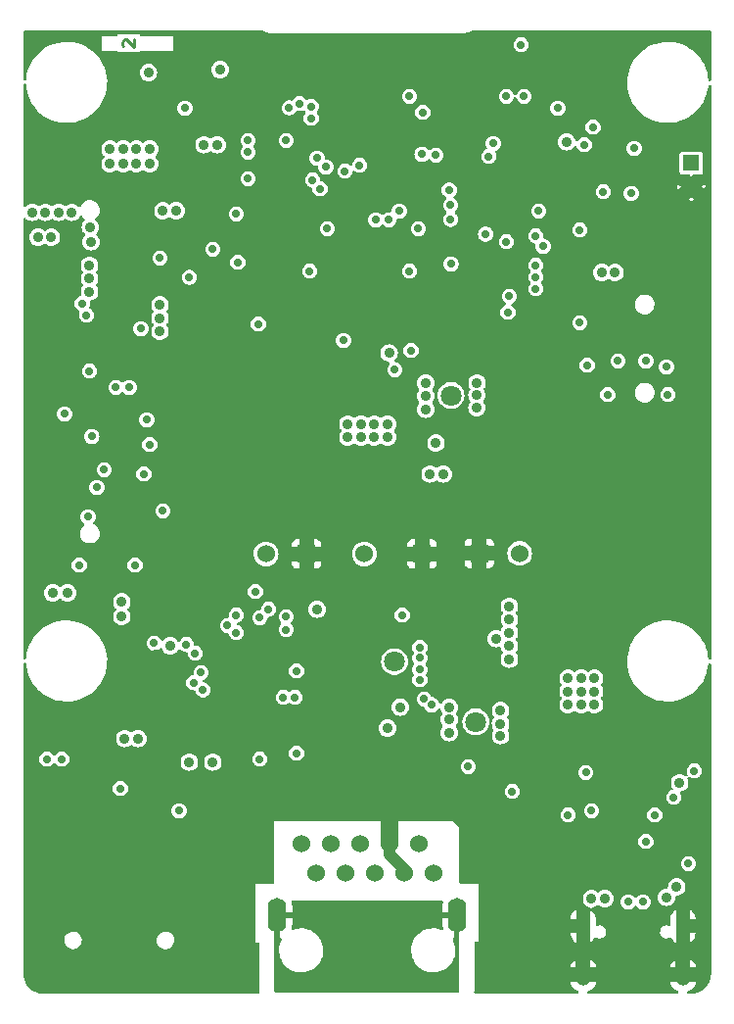
<source format=gbr>
%TF.GenerationSoftware,KiCad,Pcbnew,7.0.9-7.0.9~ubuntu22.04.1*%
%TF.CreationDate,2024-03-05T16:37:03+02:00*%
%TF.ProjectId,ESP32-PoE2_Rev_B,45535033-322d-4506-9f45-325f5265765f,B*%
%TF.SameCoordinates,PX4c4b3ffPYa21fe81*%
%TF.FileFunction,Copper,L2,Inr*%
%TF.FilePolarity,Positive*%
%FSLAX46Y46*%
G04 Gerber Fmt 4.6, Leading zero omitted, Abs format (unit mm)*
G04 Created by KiCad (PCBNEW 7.0.9-7.0.9~ubuntu22.04.1) date 2024-03-05 16:37:03*
%MOMM*%
%LPD*%
G01*
G04 APERTURE LIST*
%ADD10C,0.254000*%
%TA.AperFunction,NonConductor*%
%ADD11C,0.254000*%
%TD*%
%TA.AperFunction,ComponentPad*%
%ADD12C,0.700000*%
%TD*%
%TA.AperFunction,ComponentPad*%
%ADD13C,1.500000*%
%TD*%
%TA.AperFunction,ComponentPad*%
%ADD14R,0.400000X0.400000*%
%TD*%
%TA.AperFunction,ComponentPad*%
%ADD15R,1.422400X1.422400*%
%TD*%
%TA.AperFunction,ComponentPad*%
%ADD16O,1.600000X2.999999*%
%TD*%
%TA.AperFunction,ComponentPad*%
%ADD17C,1.524000*%
%TD*%
%TA.AperFunction,ComponentPad*%
%ADD18R,1.524000X1.524000*%
%TD*%
%TA.AperFunction,ComponentPad*%
%ADD19C,1.800000*%
%TD*%
%TA.AperFunction,ComponentPad*%
%ADD20R,1.400000X1.400000*%
%TD*%
%TA.AperFunction,ComponentPad*%
%ADD21C,1.400000*%
%TD*%
%TA.AperFunction,ComponentPad*%
%ADD22O,1.200000X2.200000*%
%TD*%
%TA.AperFunction,ComponentPad*%
%ADD23O,1.300000X2.000000*%
%TD*%
%TA.AperFunction,ViaPad*%
%ADD24C,0.900000*%
%TD*%
%TA.AperFunction,ViaPad*%
%ADD25C,0.700000*%
%TD*%
%TA.AperFunction,Conductor*%
%ADD26C,1.524000*%
%TD*%
%TA.AperFunction,Conductor*%
%ADD27C,1.016000*%
%TD*%
G04 APERTURE END LIST*
D10*
D11*
X8943215Y82110630D02*
X8894834Y82159011D01*
X8894834Y82159011D02*
X8846453Y82255773D01*
X8846453Y82255773D02*
X8846453Y82497678D01*
X8846453Y82497678D02*
X8894834Y82594440D01*
X8894834Y82594440D02*
X8943215Y82642821D01*
X8943215Y82642821D02*
X9039977Y82691202D01*
X9039977Y82691202D02*
X9136739Y82691202D01*
X9136739Y82691202D02*
X9281882Y82642821D01*
X9281882Y82642821D02*
X9862453Y82062249D01*
X9862453Y82062249D02*
X9862453Y82691202D01*
D12*
X27100001Y75300001D03*
X27100001Y73900001D03*
X27800001Y76000001D03*
X27800001Y73200001D03*
D13*
X28500001Y74600001D03*
D12*
X29200001Y76000001D03*
X29200001Y73200001D03*
X29900001Y75300001D03*
X29900001Y73900001D03*
D14*
X18750001Y26700001D03*
X19750001Y26700001D03*
X17950001Y27500001D03*
X20550001Y27500001D03*
D15*
X19250001Y28000001D03*
D14*
X17950001Y28500001D03*
X20550001Y28500001D03*
X18750001Y29300001D03*
X19750001Y29300001D03*
D16*
X22200001Y7050001D03*
X37800001Y7050001D03*
D17*
X24285001Y13190001D03*
X25555001Y10650001D03*
X26825001Y13190001D03*
X28095001Y10650001D03*
X29365001Y13190001D03*
X30635001Y10650001D03*
X31905001Y13190001D03*
X33175001Y10650001D03*
X34445001Y13190001D03*
X35715001Y10650001D03*
X29750001Y38250001D03*
D18*
X34750001Y38250001D03*
D17*
X43190001Y38301001D03*
D18*
X39690001Y38301001D03*
D19*
X39395001Y23750001D03*
D20*
X58035681Y72028701D03*
D21*
X58038221Y69999241D03*
D19*
X32365001Y28950001D03*
D17*
X21250001Y38250001D03*
D18*
X24750001Y38250001D03*
D19*
X37250001Y51950001D03*
D22*
X57320001Y6098001D03*
X48680001Y6098001D03*
D23*
X57320001Y1918001D03*
X48680001Y1918001D03*
D24*
X2804001Y34872001D03*
X6055201Y66495001D03*
X6106001Y65225001D03*
X4074001Y34872001D03*
X13472001Y67892001D03*
X12329001Y67892001D03*
X47254001Y73861001D03*
X46111001Y21029001D03*
D25*
X9281001Y57732001D03*
D24*
X10424001Y63066001D03*
X4074001Y33221001D03*
X50683001Y71321001D03*
X49667001Y48842001D03*
X36078001Y27506001D03*
X47381001Y14552001D03*
X24521001Y82370001D03*
X48778001Y20521001D03*
X58811001Y46175001D03*
X41031001Y1090001D03*
X26426001Y15949001D03*
X45476001Y17981001D03*
X53350001Y66495001D03*
X52588001Y76528001D03*
X1534001Y16076001D03*
X44841001Y22426001D03*
X54620001Y62431001D03*
X9281001Y63066001D03*
X10424001Y60526001D03*
X58811001Y49223001D03*
X45984001Y51382001D03*
X34046001Y34237001D03*
X31633001Y75893001D03*
X8900001Y79830001D03*
X32141001Y35634001D03*
X19822001Y82370001D03*
X19695001Y66114001D03*
X58811001Y62431001D03*
X14361001Y1090001D03*
D25*
X7249001Y52652001D03*
D24*
X3185001Y73861001D03*
X44587001Y48842001D03*
X16774001Y22680001D03*
X48524001Y48842001D03*
X8265001Y3757001D03*
X46873001Y82497001D03*
X29601001Y82370001D03*
X50683001Y72845001D03*
X32141001Y34237001D03*
X41031001Y4138001D03*
X47381001Y20521001D03*
X27061001Y82370001D03*
X58811001Y65352001D03*
X12329001Y7948001D03*
X16012001Y13155001D03*
X56017001Y48842001D03*
X51445001Y21918001D03*
X14742001Y25855001D03*
D25*
X44968001Y77798001D03*
D24*
X57033001Y74877001D03*
X50683001Y1217001D03*
X30617001Y43000001D03*
X1153001Y19251001D03*
X45984001Y50112001D03*
X32014001Y82370001D03*
X50810001Y48842001D03*
X16012001Y82878001D03*
X28331001Y43000001D03*
X46111001Y19886001D03*
X14488001Y39317001D03*
X10932001Y68019001D03*
X14488001Y77925001D03*
X57414001Y24712001D03*
X31760001Y43000001D03*
D25*
X48016001Y80592001D03*
D24*
X45984001Y13155001D03*
X58938001Y13155001D03*
X45984001Y14552001D03*
X1661001Y7694001D03*
D25*
X17155001Y74877001D03*
D24*
X34173001Y82370001D03*
X4836001Y20267001D03*
X43698001Y2741001D03*
X52715001Y82497001D03*
X1153001Y33221001D03*
X16774001Y63447001D03*
X31125001Y33221001D03*
X41031001Y8837001D03*
X55509001Y1217001D03*
X6250001Y13790001D03*
D25*
X25918001Y23950001D03*
D24*
X16012001Y9599001D03*
X46238001Y3884001D03*
X52969001Y2741001D03*
X27569001Y41730001D03*
X44587001Y51382001D03*
X14107001Y66495001D03*
X35316001Y35634001D03*
X9154001Y70305001D03*
X17917001Y14933001D03*
X9789001Y68019001D03*
D25*
X37094001Y65606001D03*
D24*
X4328001Y10107001D03*
X8138001Y11631001D03*
X6106001Y1090001D03*
X36586001Y26363001D03*
X50048001Y82497001D03*
X44841001Y19886001D03*
X45984001Y48842001D03*
X51191001Y4773001D03*
X8773001Y78687001D03*
X10297001Y70305001D03*
X2042001Y1090001D03*
X46111001Y22455001D03*
X26807001Y40841001D03*
X3947001Y24204001D03*
X44587001Y50112001D03*
X18044001Y1090001D03*
D25*
X20203001Y33602001D03*
D24*
X47635001Y55954001D03*
X11186001Y21283001D03*
X12202001Y11631001D03*
X56906001Y65352001D03*
X13980001Y81481001D03*
X8265001Y7948001D03*
X35443001Y61415001D03*
X50556001Y15314001D03*
X1153001Y75639001D03*
X55128001Y75004001D03*
X59065001Y26363001D03*
D25*
X10170001Y39952001D03*
D24*
X31633001Y73734001D03*
X1153001Y24204001D03*
X28077001Y55319001D03*
X26426001Y41984001D03*
X11694001Y29538001D03*
X46492001Y7567001D03*
X44841001Y21156001D03*
X25664001Y29157001D03*
X40396001Y63193001D03*
X27188001Y43000001D03*
X19695001Y64971001D03*
X58811001Y8202001D03*
D25*
X8519001Y39952001D03*
D24*
X34046001Y35634001D03*
X33665001Y61415001D03*
X55763001Y4265001D03*
X35824001Y32459001D03*
X43698001Y17981001D03*
X1788001Y12901001D03*
X35570001Y33983001D03*
X35824001Y31189001D03*
X47381001Y50112001D03*
X40777001Y82497001D03*
X41031001Y69035001D03*
X47381001Y48842001D03*
X54620001Y63701001D03*
X45222001Y8837001D03*
X47381001Y51382001D03*
X15504001Y4773001D03*
X54112001Y10488001D03*
X46365001Y71321001D03*
X9281001Y60526001D03*
X1153001Y72337001D03*
X52842001Y21918001D03*
X42809001Y71956001D03*
X35189001Y74750001D03*
X58811001Y47699001D03*
X19695001Y14171001D03*
X29474001Y43000001D03*
X43698001Y5916001D03*
X7376001Y13790001D03*
X22552501Y20965501D03*
X49794001Y10500001D03*
X58811001Y4011001D03*
X55636001Y57224001D03*
X10551001Y1090001D03*
D25*
X58303001Y19505001D03*
X23759001Y25855001D03*
D24*
X15885001Y73607001D03*
X17028001Y73607001D03*
D25*
X49540001Y75131001D03*
X33665001Y77798001D03*
X42047001Y77798001D03*
D24*
X11075001Y79830001D03*
D25*
X5344001Y59891001D03*
D24*
X33157001Y6805001D03*
X27569001Y1471001D03*
X30000001Y4150001D03*
X36586001Y1471001D03*
X27569001Y6805001D03*
X23505001Y1471001D03*
X33157001Y1471001D03*
X57033001Y18489001D03*
X56779001Y9472001D03*
X8773001Y34110001D03*
X8773001Y32840001D03*
X50556001Y8456001D03*
X49413001Y8456001D03*
X55890001Y8583001D03*
X12075001Y58621001D03*
X12075001Y59764001D03*
X51445001Y62558001D03*
D25*
X42301001Y60526001D03*
D24*
X17282001Y80084001D03*
D25*
X12075001Y63828001D03*
D24*
X5979001Y63175301D03*
D25*
X44587001Y65733001D03*
X43317001Y82243001D03*
D24*
X5979001Y60907001D03*
D25*
X48911489Y19371513D03*
D24*
X10170001Y22299001D03*
X12075001Y57478001D03*
X50302001Y62558001D03*
X9027001Y22299001D03*
X5979001Y62050001D03*
D25*
X20711001Y20521001D03*
X23886001Y21029001D03*
D24*
X16647001Y20267001D03*
D25*
X57795001Y11504001D03*
D24*
X29474001Y49477001D03*
X30617001Y48334001D03*
X28331001Y48334001D03*
X30617001Y49477001D03*
X28331001Y49477001D03*
X31760001Y49477001D03*
X31760001Y48334001D03*
X29474001Y48334001D03*
D25*
X52842001Y69416001D03*
X53096001Y73308301D03*
X48778001Y73607001D03*
X50429001Y69543001D03*
X27950001Y56716001D03*
D24*
X2169001Y67765001D03*
X1534001Y65606001D03*
X3312001Y67765001D03*
X4455001Y67765001D03*
X1026001Y67765001D03*
X2677001Y65606001D03*
D25*
X35570001Y25220001D03*
X34935001Y25728001D03*
X34554001Y27379001D03*
X34554001Y30173001D03*
X34554001Y29284001D03*
X34554001Y28268001D03*
X25918001Y69797001D03*
X10932001Y49858001D03*
X7249001Y45540001D03*
X25283001Y70559001D03*
X5725001Y58875001D03*
X14234001Y76775901D03*
D24*
X49667001Y26363001D03*
X48524001Y26363001D03*
X49667001Y25220001D03*
X47381001Y26363001D03*
X47381001Y25220001D03*
X48524001Y25220001D03*
X49667001Y27506001D03*
X48524001Y27506001D03*
X47381001Y27506001D03*
D25*
X22743001Y25855001D03*
X56525001Y17219001D03*
X18679001Y32967001D03*
D24*
X31894701Y55614421D03*
X25664001Y33475001D03*
X14615001Y20267001D03*
X12964001Y30300001D03*
D25*
X40239001Y65890001D03*
X44587001Y63193001D03*
X25156001Y75893001D03*
X19695001Y73988001D03*
X9408001Y52652001D03*
X43569932Y77798001D03*
X25156001Y76909001D03*
X8265001Y52652001D03*
X46492001Y76782001D03*
X34808001Y76401001D03*
X2296001Y20521001D03*
X55890001Y54430001D03*
X13726001Y16076001D03*
X45222001Y64844001D03*
X3820001Y50366001D03*
X22997001Y73988001D03*
X10424001Y57732001D03*
X18806001Y63447001D03*
X23251001Y76789364D03*
X25664001Y72464001D03*
X49413001Y16076001D03*
X6169501Y48397501D03*
X24140001Y77163001D03*
X47381001Y15695001D03*
X5979001Y54049001D03*
X20584001Y58113001D03*
X11186001Y47699001D03*
X42174001Y59129001D03*
X48397001Y58240001D03*
X37221001Y67160001D03*
X28077001Y71321001D03*
X56017001Y52017001D03*
X10678001Y45159001D03*
X42047001Y65225001D03*
X26426001Y71702001D03*
X6614001Y44016001D03*
X19695001Y72972001D03*
X44587001Y61161001D03*
X51699001Y54938001D03*
X37221001Y68400001D03*
X17917001Y32078001D03*
X30744001Y67130001D03*
X32776001Y67892001D03*
X22997001Y31716301D03*
X20711001Y32738401D03*
X14361001Y30427001D03*
X29347001Y71829001D03*
X31887001Y67130001D03*
X22997001Y32840001D03*
X21473001Y33475001D03*
X15790630Y26503985D03*
X40523001Y72591001D03*
X35951001Y72718001D03*
X14996001Y27125001D03*
X34744501Y72781501D03*
X15631001Y28014001D03*
X15123001Y29665001D03*
X40904001Y73734001D03*
X32395001Y54176001D03*
X37094001Y69700001D03*
X23886001Y28141001D03*
X11567001Y30554001D03*
X12329001Y41984001D03*
X26553001Y66368001D03*
X8646001Y17981001D03*
X5852001Y41476001D03*
X37251001Y63320001D03*
X49032001Y54557001D03*
X18679001Y67638001D03*
X33665001Y62685001D03*
X44587001Y62177001D03*
X9916001Y37285001D03*
X25029001Y62685001D03*
X54112001Y54938001D03*
X3566001Y20521001D03*
X34427001Y66368001D03*
X50810001Y52017001D03*
X5090001Y37285001D03*
X19695001Y70686001D03*
X14615001Y62147001D03*
X16647001Y64590001D03*
D24*
X31760001Y23188001D03*
D25*
X52588001Y8202001D03*
X53858001Y8202001D03*
D24*
X32877362Y25026140D03*
X7757001Y73226001D03*
X10043001Y71956001D03*
X11186001Y71956001D03*
D25*
X42555001Y17727001D03*
D24*
X8900001Y73226001D03*
X11186001Y73226001D03*
X8900001Y71956001D03*
X7757001Y71956001D03*
X10043001Y73226001D03*
D25*
X54112001Y13409001D03*
X44841001Y67892001D03*
X48397001Y66241001D03*
X54874001Y15695001D03*
D24*
X42301001Y32586001D03*
X42301001Y31443001D03*
X42301001Y29157001D03*
X41539001Y23569001D03*
X37094001Y23950001D03*
X42301001Y33729001D03*
X42301001Y30300001D03*
X37094001Y24966001D03*
X41539001Y22553001D03*
X41539001Y24712001D03*
X37094001Y22807001D03*
X41158001Y30935001D03*
D25*
X20330001Y34999001D03*
X18679001Y31443001D03*
D24*
X35951001Y47826001D03*
X35062001Y50747001D03*
X39497282Y50874001D03*
X39497282Y51961006D03*
X39507001Y53033001D03*
X35062001Y51890001D03*
X35443001Y45159001D03*
X35062001Y53033001D03*
X36586001Y45159001D03*
D25*
X38745001Y19886001D03*
X33792001Y55827001D03*
X33030001Y32967001D03*
D26*
X31905001Y13190001D02*
X31905001Y17582001D01*
D27*
X31905001Y12248001D02*
X31905001Y13190001D01*
X33175001Y10978001D02*
X31905001Y12248001D01*
X33175001Y10650001D02*
X33175001Y10978001D01*
%TA.AperFunction,Conductor*%
G36*
X20986908Y83485568D02*
G01*
X21073021Y83440372D01*
X21073032Y83440367D01*
X21073034Y83440366D01*
X21328054Y83343649D01*
X21592873Y83278377D01*
X21863629Y83245502D01*
X21974934Y83245502D01*
X37930061Y83245502D01*
X37930065Y83245501D01*
X37947809Y83245501D01*
X37947812Y83245500D01*
X38000001Y83245500D01*
X38136369Y83245500D01*
X38136373Y83245500D01*
X38407129Y83278375D01*
X38671948Y83343648D01*
X38926969Y83440364D01*
X39013098Y83485569D01*
X39071653Y83500001D01*
X59619502Y83500001D01*
X59687623Y83479999D01*
X59734116Y83426343D01*
X59745502Y83374001D01*
X59745502Y79232361D01*
X59725500Y79164240D01*
X59671844Y79117747D01*
X59601570Y79107643D01*
X59536990Y79137137D01*
X59498606Y79196863D01*
X59493904Y79222308D01*
X59474458Y79465261D01*
X59447148Y79610099D01*
X59405318Y79831942D01*
X59351023Y80012009D01*
X59297601Y80189182D01*
X59297597Y80189191D01*
X59270611Y80253133D01*
X59152512Y80532968D01*
X58971708Y80859375D01*
X58757233Y81164714D01*
X58757228Y81164720D01*
X58757223Y81164726D01*
X58511518Y81445528D01*
X58511516Y81445530D01*
X58237345Y81698631D01*
X57937829Y81921153D01*
X57937828Y81921155D01*
X57769814Y82020156D01*
X57616346Y82110586D01*
X57276555Y82264771D01*
X56922299Y82381965D01*
X56922298Y82381966D01*
X56922289Y82381968D01*
X56557586Y82460842D01*
X56186582Y82500502D01*
X56186570Y82500502D01*
X55906788Y82500502D01*
X55906782Y82500502D01*
X55627404Y82485613D01*
X55627386Y82485611D01*
X55259001Y82426258D01*
X54899013Y82328085D01*
X54899010Y82328084D01*
X54551515Y82192210D01*
X54551508Y82192208D01*
X54551498Y82192203D01*
X54551489Y82192199D01*
X54551486Y82192197D01*
X54220400Y82020156D01*
X54220397Y82020154D01*
X53909453Y81813882D01*
X53909446Y81813877D01*
X53622203Y81575733D01*
X53361884Y81308389D01*
X53131465Y81014901D01*
X52933544Y80698576D01*
X52770371Y80363015D01*
X52770370Y80363014D01*
X52643789Y80012009D01*
X52643787Y80012003D01*
X52555233Y79649533D01*
X52555229Y79649510D01*
X52505707Y79279697D01*
X52505706Y79279688D01*
X52495773Y78906691D01*
X52495773Y78906685D01*
X52525543Y78534742D01*
X52594684Y78168058D01*
X52594687Y78168049D01*
X52702400Y77810821D01*
X52702404Y77810812D01*
X52847485Y77467045D01*
X52847493Y77467028D01*
X52965084Y77254740D01*
X53028294Y77140627D01*
X53240346Y76838737D01*
X53242773Y76835283D01*
X53242778Y76835277D01*
X53488483Y76554475D01*
X53488485Y76554473D01*
X53732267Y76329426D01*
X53762656Y76301372D01*
X54062172Y76078850D01*
X54062173Y76078848D01*
X54062177Y76078846D01*
X54062178Y76078845D01*
X54383656Y75889416D01*
X54723447Y75735231D01*
X55077703Y75618037D01*
X55442409Y75539162D01*
X55442411Y75539162D01*
X55442415Y75539161D01*
X55813419Y75499501D01*
X55813426Y75499501D01*
X55813432Y75499500D01*
X55813437Y75499500D01*
X56093220Y75499500D01*
X56372597Y75514390D01*
X56372602Y75514391D01*
X56372610Y75514391D01*
X56740996Y75573744D01*
X57100987Y75671917D01*
X57448504Y75807799D01*
X57779608Y75979850D01*
X58090548Y76186120D01*
X58377802Y76424273D01*
X58638115Y76691610D01*
X58868536Y76985102D01*
X59066456Y77301423D01*
X59229632Y77636990D01*
X59342096Y77948850D01*
X59356212Y77987994D01*
X59356214Y77988000D01*
X59400201Y78168049D01*
X59444770Y78350477D01*
X59492377Y78705990D01*
X59494617Y78722714D01*
X59523483Y78787577D01*
X59582835Y78826537D01*
X59653828Y78827224D01*
X59713923Y78789420D01*
X59744040Y78725128D01*
X59745502Y78705990D01*
X59745502Y29232361D01*
X59725500Y29164240D01*
X59671844Y29117747D01*
X59601570Y29107643D01*
X59536990Y29137137D01*
X59498606Y29196863D01*
X59493904Y29222308D01*
X59474458Y29465261D01*
X59446187Y29615196D01*
X59405318Y29831942D01*
X59363625Y29970215D01*
X59297601Y30189182D01*
X59297597Y30189191D01*
X59295576Y30193979D01*
X59152512Y30532968D01*
X58971708Y30859375D01*
X58757233Y31164714D01*
X58757228Y31164720D01*
X58757218Y31164732D01*
X58511518Y31445528D01*
X58511516Y31445530D01*
X58237345Y31698631D01*
X57992229Y31880737D01*
X57937828Y31921154D01*
X57937828Y31921155D01*
X57764865Y32023072D01*
X57616346Y32110586D01*
X57276555Y32264771D01*
X56922299Y32381965D01*
X56922298Y32381966D01*
X56922289Y32381968D01*
X56557586Y32460842D01*
X56186582Y32500502D01*
X56186570Y32500502D01*
X55906788Y32500502D01*
X55906782Y32500502D01*
X55627404Y32485613D01*
X55627386Y32485611D01*
X55259001Y32426258D01*
X54899013Y32328085D01*
X54899010Y32328084D01*
X54551515Y32192210D01*
X54551508Y32192208D01*
X54551498Y32192203D01*
X54551489Y32192199D01*
X54551486Y32192197D01*
X54220400Y32020156D01*
X54220397Y32020154D01*
X53909453Y31813882D01*
X53909446Y31813877D01*
X53622203Y31575733D01*
X53361884Y31308389D01*
X53131465Y31014901D01*
X52933544Y30698576D01*
X52770371Y30363015D01*
X52770370Y30363014D01*
X52643789Y30012009D01*
X52643787Y30012003D01*
X52555233Y29649533D01*
X52555229Y29649510D01*
X52505707Y29279697D01*
X52505706Y29279688D01*
X52495773Y28906691D01*
X52495773Y28906685D01*
X52525543Y28534742D01*
X52594684Y28168058D01*
X52594687Y28168049D01*
X52702400Y27810821D01*
X52702404Y27810812D01*
X52847485Y27467045D01*
X52847493Y27467028D01*
X52949444Y27282976D01*
X53028294Y27140627D01*
X53242452Y26835739D01*
X53242773Y26835283D01*
X53242778Y26835277D01*
X53488483Y26554475D01*
X53488485Y26554473D01*
X53660104Y26396043D01*
X53762656Y26301372D01*
X54062172Y26078850D01*
X54062173Y26078848D01*
X54062177Y26078846D01*
X54062178Y26078845D01*
X54383656Y25889416D01*
X54723447Y25735231D01*
X55077703Y25618037D01*
X55442409Y25539162D01*
X55442411Y25539162D01*
X55442415Y25539161D01*
X55813419Y25499501D01*
X55813426Y25499501D01*
X55813432Y25499500D01*
X55813437Y25499500D01*
X56093220Y25499500D01*
X56372597Y25514390D01*
X56372602Y25514391D01*
X56372610Y25514391D01*
X56740996Y25573744D01*
X57100987Y25671917D01*
X57448504Y25807799D01*
X57779608Y25979850D01*
X58090548Y26186120D01*
X58377802Y26424273D01*
X58638115Y26691610D01*
X58868536Y26985102D01*
X59066456Y27301423D01*
X59229632Y27636990D01*
X59353294Y27979903D01*
X59356212Y27987994D01*
X59356214Y27988000D01*
X59381562Y28091753D01*
X59444770Y28350477D01*
X59461069Y28472193D01*
X59494617Y28722714D01*
X59523483Y28787577D01*
X59582835Y28826537D01*
X59653828Y28827224D01*
X59713923Y28789420D01*
X59744040Y28725128D01*
X59745502Y28705990D01*
X59745502Y2002253D01*
X59745341Y1997757D01*
X59728378Y1760582D01*
X59725820Y1742788D01*
X59676712Y1517041D01*
X59671647Y1499791D01*
X59590914Y1283338D01*
X59583445Y1266985D01*
X59472726Y1064219D01*
X59463007Y1049096D01*
X59324561Y864153D01*
X59312788Y850567D01*
X59149435Y687214D01*
X59135849Y675441D01*
X58950906Y536995D01*
X58935783Y527276D01*
X58733017Y416557D01*
X58716664Y409088D01*
X58563549Y351980D01*
X58500214Y328356D01*
X58500211Y328355D01*
X58482961Y323290D01*
X58257214Y274182D01*
X58239419Y271624D01*
X58002246Y254662D01*
X57997750Y254501D01*
X57809117Y254501D01*
X57740996Y274503D01*
X57694503Y328159D01*
X57684399Y398433D01*
X57713893Y463013D01*
X57763600Y497992D01*
X57838372Y526960D01*
X57838388Y526968D01*
X58020840Y639937D01*
X58020841Y639938D01*
X58179438Y784518D01*
X58308769Y955781D01*
X58308773Y955786D01*
X58404427Y1147886D01*
X58404429Y1147890D01*
X58442872Y1283001D01*
X57543603Y1283001D01*
X57558046Y1290360D01*
X57647642Y1379956D01*
X57705166Y1492853D01*
X57720001Y1586520D01*
X57720001Y2249482D01*
X57705166Y2343149D01*
X57647642Y2456046D01*
X57558046Y2545642D01*
X57445149Y2603166D01*
X57320001Y2622987D01*
X57194853Y2603166D01*
X57081956Y2545642D01*
X56992360Y2456046D01*
X56934836Y2343149D01*
X56920001Y2249482D01*
X56920001Y1586520D01*
X56934836Y1492853D01*
X56992360Y1379956D01*
X57081956Y1290360D01*
X57096399Y1283001D01*
X56197130Y1283001D01*
X56235572Y1147890D01*
X56235574Y1147886D01*
X56331228Y955786D01*
X56331232Y955781D01*
X56460563Y784518D01*
X56619160Y639938D01*
X56619161Y639937D01*
X56801613Y526968D01*
X56801629Y526960D01*
X56876402Y497992D01*
X56932697Y454733D01*
X56956667Y387905D01*
X56940703Y318727D01*
X56889872Y269161D01*
X56830885Y254501D01*
X49169117Y254501D01*
X49100996Y274503D01*
X49054503Y328159D01*
X49044399Y398433D01*
X49073893Y463013D01*
X49123600Y497992D01*
X49198372Y526960D01*
X49198388Y526968D01*
X49380840Y639937D01*
X49380841Y639938D01*
X49539438Y784518D01*
X49668769Y955781D01*
X49668773Y955786D01*
X49764427Y1147886D01*
X49764429Y1147890D01*
X49802872Y1283001D01*
X48903603Y1283001D01*
X48918046Y1290360D01*
X49007642Y1379956D01*
X49065166Y1492853D01*
X49080001Y1586520D01*
X49080001Y2249482D01*
X49065166Y2343149D01*
X49007642Y2456046D01*
X48918046Y2545642D01*
X48805149Y2603166D01*
X48680001Y2622987D01*
X48554853Y2603166D01*
X48441956Y2545642D01*
X48352360Y2456046D01*
X48294836Y2343149D01*
X48280001Y2249482D01*
X48280001Y1586520D01*
X48294836Y1492853D01*
X48352360Y1379956D01*
X48441956Y1290360D01*
X48456399Y1283001D01*
X47557130Y1283001D01*
X47595572Y1147890D01*
X47595574Y1147886D01*
X47691228Y955786D01*
X47691232Y955781D01*
X47820563Y784518D01*
X47979160Y639938D01*
X47979161Y639937D01*
X48161613Y526968D01*
X48161629Y526960D01*
X48236402Y497992D01*
X48292697Y454733D01*
X48316667Y387905D01*
X48300703Y318727D01*
X48249872Y269161D01*
X48190885Y254501D01*
X39378395Y254501D01*
X39310274Y274503D01*
X39263781Y328159D01*
X39252902Y391795D01*
X39253293Y396137D01*
X39258501Y454001D01*
X39258501Y2553001D01*
X47557130Y2553001D01*
X48045001Y2553001D01*
X48045001Y3236831D01*
X48045000Y3236832D01*
X49315001Y3236832D01*
X49315001Y2553001D01*
X49802872Y2553001D01*
X56197130Y2553001D01*
X56685001Y2553001D01*
X56685001Y3236831D01*
X56685000Y3236832D01*
X57955001Y3236832D01*
X57955001Y2553001D01*
X58442872Y2553001D01*
X58404429Y2688113D01*
X58404427Y2688117D01*
X58308773Y2880217D01*
X58308769Y2880222D01*
X58179438Y3051485D01*
X58020841Y3196065D01*
X58020840Y3196066D01*
X57955001Y3236832D01*
X56685000Y3236832D01*
X56619161Y3196066D01*
X56619160Y3196065D01*
X56460563Y3051485D01*
X56331232Y2880222D01*
X56331228Y2880217D01*
X56235574Y2688117D01*
X56235572Y2688113D01*
X56197130Y2553001D01*
X49802872Y2553001D01*
X49764429Y2688113D01*
X49764427Y2688117D01*
X49668773Y2880217D01*
X49668769Y2880222D01*
X49539438Y3051485D01*
X49380841Y3196065D01*
X49380840Y3196066D01*
X49315001Y3236832D01*
X48045000Y3236832D01*
X47979161Y3196066D01*
X47979160Y3196065D01*
X47820563Y3051485D01*
X47691232Y2880222D01*
X47691228Y2880217D01*
X47595574Y2688117D01*
X47595572Y2688113D01*
X47557130Y2553001D01*
X39258501Y2553001D01*
X39258501Y4647001D01*
X39278503Y4715122D01*
X39332159Y4761615D01*
X39384501Y4773001D01*
X39634001Y4773001D01*
X39634001Y5498000D01*
X47576509Y5498000D01*
X47587073Y5387368D01*
X47587076Y5387353D01*
X47646690Y5184324D01*
X47743651Y4996247D01*
X47874456Y4829916D01*
X47874461Y4829910D01*
X48034373Y4691346D01*
X48034377Y4691343D01*
X48080001Y4665004D01*
X48080001Y5498001D01*
X47576510Y5498001D01*
X47576509Y5498000D01*
X39634001Y5498000D01*
X39634001Y5616520D01*
X48280001Y5616520D01*
X48294836Y5522853D01*
X48352360Y5409956D01*
X48441956Y5320360D01*
X48554853Y5262836D01*
X48680001Y5243015D01*
X48805149Y5262836D01*
X48918046Y5320360D01*
X49007642Y5409956D01*
X49065166Y5522853D01*
X49080001Y5616520D01*
X49080001Y6579482D01*
X49065166Y6673149D01*
X49007642Y6786046D01*
X48918046Y6875642D01*
X48805149Y6933166D01*
X48680001Y6952987D01*
X48554853Y6933166D01*
X48441956Y6875642D01*
X48352360Y6786046D01*
X48294836Y6673149D01*
X48280001Y6579482D01*
X48280001Y5616520D01*
X39634001Y5616520D01*
X39634001Y6698001D01*
X47572001Y6698001D01*
X48080001Y6698001D01*
X48080001Y7530962D01*
X48080000Y7530962D01*
X47951119Y7439186D01*
X47951117Y7439184D01*
X47805088Y7286033D01*
X47690692Y7108026D01*
X47690689Y7108021D01*
X47612048Y6911587D01*
X47612047Y6911581D01*
X47572001Y6703807D01*
X47572001Y6698001D01*
X39634001Y6698001D01*
X39634001Y8456001D01*
X48652922Y8456001D01*
X48671979Y8286868D01*
X48728193Y8126215D01*
X48728195Y8126212D01*
X48818746Y7982099D01*
X48939098Y7861747D01*
X49008464Y7818162D01*
X49083215Y7771193D01*
X49205524Y7728396D01*
X49263215Y7687018D01*
X49289378Y7621018D01*
X49280001Y7573237D01*
X49280001Y4665042D01*
X49408881Y4756817D01*
X49408889Y4756824D01*
X49554908Y4909964D01*
X49662483Y5077356D01*
X49716139Y5123849D01*
X49786413Y5133954D01*
X49833948Y5116894D01*
X49887011Y5084626D01*
X49887012Y5084626D01*
X49887013Y5084625D01*
X49978317Y5059043D01*
X50033787Y5043501D01*
X50033789Y5043501D01*
X50147928Y5043501D01*
X50147938Y5043502D01*
X50237250Y5055779D01*
X50261010Y5059044D01*
X50400819Y5119771D01*
X50519059Y5215967D01*
X50606962Y5340497D01*
X50658007Y5484124D01*
X50663184Y5559805D01*
X55331593Y5559805D01*
X55334330Y5546636D01*
X55362605Y5410563D01*
X55408793Y5321426D01*
X55432732Y5275226D01*
X55536773Y5163825D01*
X55667011Y5084626D01*
X55667013Y5084625D01*
X55758317Y5059043D01*
X55813787Y5043501D01*
X55813789Y5043501D01*
X55927928Y5043501D01*
X55927938Y5043502D01*
X56017250Y5055779D01*
X56041010Y5059044D01*
X56180819Y5119771D01*
X56180821Y5119773D01*
X56186354Y5122176D01*
X56256804Y5130969D01*
X56320824Y5100278D01*
X56348545Y5064344D01*
X56383651Y4996247D01*
X56514456Y4829916D01*
X56514461Y4829910D01*
X56674373Y4691346D01*
X56674377Y4691343D01*
X56720001Y4665004D01*
X56720001Y5616520D01*
X56920001Y5616520D01*
X56934836Y5522853D01*
X56992360Y5409956D01*
X57081956Y5320360D01*
X57194853Y5262836D01*
X57320001Y5243015D01*
X57445149Y5262836D01*
X57558046Y5320360D01*
X57647642Y5409956D01*
X57692503Y5498001D01*
X57920001Y5498001D01*
X57920001Y4665042D01*
X58048881Y4756817D01*
X58048889Y4756824D01*
X58194910Y4909966D01*
X58194911Y4909967D01*
X58309309Y5087977D01*
X58309312Y5087982D01*
X58387953Y5284416D01*
X58387954Y5284422D01*
X58428000Y5492196D01*
X58428001Y5492205D01*
X58428001Y5498001D01*
X57920001Y5498001D01*
X57692503Y5498001D01*
X57705166Y5522853D01*
X57720001Y5616520D01*
X57720001Y6579482D01*
X57705166Y6673149D01*
X57647642Y6786046D01*
X57558046Y6875642D01*
X57445149Y6933166D01*
X57320001Y6952987D01*
X57194853Y6933166D01*
X57081956Y6875642D01*
X56992360Y6786046D01*
X56934836Y6673149D01*
X56920001Y6579482D01*
X56920001Y5616520D01*
X56720001Y5616520D01*
X56720001Y7530962D01*
X56720000Y7530962D01*
X56591119Y7439186D01*
X56591117Y7439184D01*
X56445088Y7286033D01*
X56330692Y7108026D01*
X56330689Y7108021D01*
X56252048Y6911587D01*
X56252047Y6911581D01*
X56212001Y6703807D01*
X56212001Y6249791D01*
X56191999Y6181670D01*
X56138343Y6135177D01*
X56068069Y6125073D01*
X56052010Y6128463D01*
X55966215Y6152501D01*
X55852074Y6152501D01*
X55852063Y6152501D01*
X55738999Y6136960D01*
X55738991Y6136958D01*
X55599182Y6076231D01*
X55599179Y6076229D01*
X55480945Y5980037D01*
X55480939Y5980031D01*
X55393040Y5855507D01*
X55393038Y5855502D01*
X55341995Y5711880D01*
X55341994Y5711874D01*
X55331593Y5559807D01*
X55331593Y5559805D01*
X50663184Y5559805D01*
X50668409Y5636197D01*
X50637397Y5785437D01*
X50637396Y5785439D01*
X50637396Y5785440D01*
X50601090Y5855507D01*
X50567270Y5920776D01*
X50463229Y6032177D01*
X50463228Y6032178D01*
X50332991Y6111376D01*
X50332988Y6111378D01*
X50186221Y6152500D01*
X50186216Y6152501D01*
X50186215Y6152501D01*
X50072074Y6152501D01*
X50072063Y6152501D01*
X49958999Y6136960D01*
X49950697Y6134633D01*
X49949912Y6137432D01*
X49893714Y6130433D01*
X49829703Y6161142D01*
X49792455Y6221583D01*
X49788001Y6254789D01*
X49788001Y6650781D01*
X49787999Y6650802D01*
X49772928Y6808635D01*
X49772925Y6808650D01*
X49713311Y7011679D01*
X49616350Y7199756D01*
X49485545Y7366087D01*
X49485534Y7366099D01*
X49357598Y7476956D01*
X49322866Y7531000D01*
X57920001Y7531000D01*
X57920001Y6698001D01*
X58423492Y6698001D01*
X58423492Y6698003D01*
X58412928Y6808635D01*
X58412925Y6808650D01*
X58353311Y7011679D01*
X58256350Y7199756D01*
X58125545Y7366087D01*
X58125539Y7366094D01*
X57965633Y7504653D01*
X57965625Y7504659D01*
X57920001Y7531000D01*
X49322866Y7531000D01*
X49319214Y7536682D01*
X49319214Y7607678D01*
X49357598Y7667404D01*
X49422178Y7696898D01*
X49425937Y7697380D01*
X49582134Y7714979D01*
X49742787Y7771193D01*
X49886903Y7861747D01*
X49895404Y7870249D01*
X49957713Y7904275D01*
X50028529Y7899212D01*
X50073597Y7870249D01*
X50082099Y7861747D01*
X50226215Y7771193D01*
X50386868Y7714979D01*
X50556001Y7695922D01*
X50725134Y7714979D01*
X50885787Y7771193D01*
X51029903Y7861747D01*
X51150255Y7982099D01*
X51240809Y8126215D01*
X51267327Y8201999D01*
X51927888Y8201999D01*
X51947069Y8044027D01*
X52003499Y7895231D01*
X52093898Y7764266D01*
X52093900Y7764264D01*
X52213012Y7658740D01*
X52213014Y7658739D01*
X52353922Y7584785D01*
X52508433Y7546701D01*
X52508434Y7546701D01*
X52667568Y7546701D01*
X52667569Y7546701D01*
X52822080Y7584785D01*
X52962988Y7658739D01*
X53082103Y7764265D01*
X53119305Y7818163D01*
X53174463Y7862862D01*
X53245032Y7870645D01*
X53308606Y7839040D01*
X53326697Y7818162D01*
X53363898Y7764266D01*
X53363900Y7764264D01*
X53483012Y7658740D01*
X53483014Y7658739D01*
X53623922Y7584785D01*
X53778433Y7546701D01*
X53778434Y7546701D01*
X53937568Y7546701D01*
X53937569Y7546701D01*
X54092080Y7584785D01*
X54232988Y7658739D01*
X54352103Y7764265D01*
X54442502Y7895231D01*
X54498932Y8044026D01*
X54518114Y8202001D01*
X54511895Y8253215D01*
X54498932Y8359976D01*
X54442502Y8508772D01*
X54391265Y8583001D01*
X55129922Y8583001D01*
X55148979Y8413868D01*
X55205193Y8253215D01*
X55205195Y8253212D01*
X55295746Y8109099D01*
X55416098Y7988747D01*
X55462892Y7959345D01*
X55560215Y7898193D01*
X55720868Y7841979D01*
X55890001Y7822922D01*
X56059134Y7841979D01*
X56219787Y7898193D01*
X56363903Y7988747D01*
X56484255Y8109099D01*
X56574809Y8253215D01*
X56631023Y8413868D01*
X56650080Y8583001D01*
X56650080Y8583005D01*
X56650080Y8585922D01*
X56650613Y8587740D01*
X56650872Y8590033D01*
X56651273Y8589988D01*
X56670082Y8654043D01*
X56723738Y8700536D01*
X56771980Y8711031D01*
X56771969Y8711130D01*
X56772944Y8711240D01*
X56776080Y8711922D01*
X56778998Y8711922D01*
X56778999Y8711923D01*
X56779001Y8711922D01*
X56948134Y8730979D01*
X57108787Y8787193D01*
X57252903Y8877747D01*
X57373255Y8998099D01*
X57463809Y9142215D01*
X57520023Y9302868D01*
X57539080Y9472001D01*
X57520023Y9641134D01*
X57463809Y9801787D01*
X57424284Y9864690D01*
X57373255Y9945904D01*
X57252903Y10066256D01*
X57108790Y10156807D01*
X57108787Y10156809D01*
X56948134Y10213023D01*
X56779001Y10232080D01*
X56609868Y10213023D01*
X56449215Y10156809D01*
X56449212Y10156808D01*
X56449211Y10156807D01*
X56305098Y10066256D01*
X56184746Y9945904D01*
X56094195Y9801791D01*
X56094194Y9801790D01*
X56094193Y9801787D01*
X56061341Y9707899D01*
X56037979Y9641133D01*
X56018922Y9471998D01*
X56018922Y9469080D01*
X56018388Y9467263D01*
X56018130Y9464969D01*
X56017728Y9465015D01*
X55998920Y9400959D01*
X55945264Y9354466D01*
X55897021Y9343972D01*
X55897033Y9343872D01*
X55896057Y9343763D01*
X55892922Y9343080D01*
X55890004Y9343080D01*
X55890002Y9343080D01*
X55890001Y9343080D01*
X55720868Y9324023D01*
X55560215Y9267809D01*
X55560212Y9267808D01*
X55560211Y9267807D01*
X55416098Y9177256D01*
X55295746Y9056904D01*
X55205195Y8912791D01*
X55205194Y8912790D01*
X55205193Y8912787D01*
X55148979Y8752134D01*
X55129922Y8583001D01*
X54391265Y8583001D01*
X54352103Y8639737D01*
X54352101Y8639739D01*
X54232989Y8745263D01*
X54092078Y8819218D01*
X53937570Y8857301D01*
X53937569Y8857301D01*
X53778433Y8857301D01*
X53778431Y8857301D01*
X53623924Y8819218D01*
X53623923Y8819218D01*
X53483012Y8745263D01*
X53363901Y8639740D01*
X53363899Y8639737D01*
X53326754Y8585922D01*
X53326697Y8585840D01*
X53271538Y8541141D01*
X53200969Y8533358D01*
X53137396Y8564963D01*
X53119305Y8585840D01*
X53082103Y8639737D01*
X53065500Y8654446D01*
X52962989Y8745263D01*
X52822078Y8819218D01*
X52667570Y8857301D01*
X52667569Y8857301D01*
X52508433Y8857301D01*
X52508431Y8857301D01*
X52353924Y8819218D01*
X52353923Y8819218D01*
X52213012Y8745263D01*
X52093900Y8639739D01*
X52093898Y8639737D01*
X52003499Y8508772D01*
X51947069Y8359976D01*
X51927888Y8202004D01*
X51927888Y8201999D01*
X51267327Y8201999D01*
X51297023Y8286868D01*
X51316080Y8456001D01*
X51297023Y8625134D01*
X51240809Y8785787D01*
X51161010Y8912787D01*
X51150255Y8929904D01*
X51029903Y9050256D01*
X50885790Y9140807D01*
X50885787Y9140809D01*
X50725134Y9197023D01*
X50556001Y9216080D01*
X50386868Y9197023D01*
X50226215Y9140809D01*
X50226212Y9140808D01*
X50226211Y9140807D01*
X50082098Y9050256D01*
X50082096Y9050254D01*
X50073596Y9041753D01*
X50011284Y9007727D01*
X49940469Y9012792D01*
X49895406Y9041753D01*
X49886903Y9050256D01*
X49742790Y9140807D01*
X49742787Y9140809D01*
X49582134Y9197023D01*
X49413001Y9216080D01*
X49243868Y9197023D01*
X49083215Y9140809D01*
X49083212Y9140808D01*
X49083211Y9140807D01*
X48939098Y9050256D01*
X48818746Y8929904D01*
X48728195Y8785791D01*
X48728194Y8785790D01*
X48728193Y8785787D01*
X48671979Y8625134D01*
X48652922Y8456001D01*
X39634001Y8456001D01*
X39634001Y9726001D01*
X38109001Y9726001D01*
X38040880Y9746003D01*
X37994387Y9799659D01*
X37983001Y9852001D01*
X37983001Y11503999D01*
X57134888Y11503999D01*
X57154069Y11346027D01*
X57210499Y11197231D01*
X57300898Y11066266D01*
X57300900Y11066264D01*
X57420012Y10960740D01*
X57420014Y10960739D01*
X57560922Y10886785D01*
X57715433Y10848701D01*
X57715434Y10848701D01*
X57874568Y10848701D01*
X57874569Y10848701D01*
X58029080Y10886785D01*
X58169988Y10960739D01*
X58289103Y11066265D01*
X58379502Y11197231D01*
X58435932Y11346026D01*
X58455114Y11504001D01*
X58435932Y11661976D01*
X58379502Y11810771D01*
X58379502Y11810772D01*
X58289103Y11941737D01*
X58289101Y11941739D01*
X58169989Y12047263D01*
X58029078Y12121218D01*
X57874570Y12159301D01*
X57874569Y12159301D01*
X57715433Y12159301D01*
X57715431Y12159301D01*
X57560924Y12121218D01*
X57560923Y12121218D01*
X57420012Y12047263D01*
X57300900Y11941739D01*
X57300898Y11941737D01*
X57210499Y11810772D01*
X57154069Y11661976D01*
X57134888Y11504004D01*
X57134888Y11503999D01*
X37983001Y11503999D01*
X37983001Y13408999D01*
X53451888Y13408999D01*
X53471069Y13251027D01*
X53527499Y13102231D01*
X53617898Y12971266D01*
X53617900Y12971264D01*
X53737012Y12865740D01*
X53737014Y12865739D01*
X53877922Y12791785D01*
X54032433Y12753701D01*
X54032434Y12753701D01*
X54191568Y12753701D01*
X54191569Y12753701D01*
X54346080Y12791785D01*
X54486988Y12865739D01*
X54606103Y12971265D01*
X54696502Y13102231D01*
X54752932Y13251026D01*
X54772114Y13409001D01*
X54752932Y13566976D01*
X54734737Y13614953D01*
X54696502Y13715772D01*
X54606103Y13846737D01*
X54606101Y13846739D01*
X54486989Y13952263D01*
X54346078Y14026218D01*
X54191570Y14064301D01*
X54191569Y14064301D01*
X54032433Y14064301D01*
X54032431Y14064301D01*
X53877924Y14026218D01*
X53877923Y14026218D01*
X53737012Y13952263D01*
X53617900Y13846739D01*
X53617898Y13846737D01*
X53527499Y13715772D01*
X53471069Y13566976D01*
X53451888Y13409004D01*
X53451888Y13408999D01*
X37983001Y13408999D01*
X37983001Y14679001D01*
X37983000Y14679003D01*
X37475002Y15187001D01*
X37475001Y15187001D01*
X21981001Y15187001D01*
X21981001Y9850627D01*
X21960999Y9782506D01*
X21907343Y9736013D01*
X21856382Y9724635D01*
X20330002Y9707900D01*
X20330001Y9707899D01*
X20330001Y4646001D01*
X20579501Y4646001D01*
X20647622Y4625999D01*
X20694115Y4572343D01*
X20705501Y4520001D01*
X20705501Y454000D01*
X20706267Y409783D01*
X20707974Y396137D01*
X20696580Y326060D01*
X20649108Y273269D01*
X20582948Y254501D01*
X2002253Y254501D01*
X1997757Y254662D01*
X1760581Y271625D01*
X1742787Y274183D01*
X1629913Y298737D01*
X1517039Y323292D01*
X1499796Y328354D01*
X1283337Y409089D01*
X1266984Y416558D01*
X1064218Y527277D01*
X1049095Y536996D01*
X864156Y675439D01*
X850569Y687212D01*
X687210Y850572D01*
X675438Y864158D01*
X536995Y1049097D01*
X527276Y1064220D01*
X416557Y1266986D01*
X409091Y1283333D01*
X328350Y1499807D01*
X323293Y1517032D01*
X274180Y1742800D01*
X271625Y1760571D01*
X254661Y1997769D01*
X254500Y2002265D01*
X254500Y4823632D01*
X3788650Y4823632D01*
X3800431Y4756817D01*
X3819279Y4649931D01*
X3819279Y4649930D01*
X3889135Y4487986D01*
X3889137Y4487982D01*
X3994461Y4346508D01*
X4129572Y4233135D01*
X4129574Y4233134D01*
X4287190Y4153977D01*
X4458813Y4113301D01*
X4458815Y4113301D01*
X4590945Y4113301D01*
X4689374Y4124806D01*
X4722185Y4128641D01*
X4887925Y4188965D01*
X5035286Y4285886D01*
X5156323Y4414178D01*
X5244511Y4566925D01*
X5295096Y4735892D01*
X5300207Y4823632D01*
X11789650Y4823632D01*
X11801431Y4756817D01*
X11820279Y4649931D01*
X11820279Y4649930D01*
X11890135Y4487986D01*
X11890137Y4487982D01*
X11995461Y4346508D01*
X12130572Y4233135D01*
X12130574Y4233134D01*
X12288190Y4153977D01*
X12459813Y4113301D01*
X12459815Y4113301D01*
X12591945Y4113301D01*
X12690374Y4124806D01*
X12723185Y4128641D01*
X12888925Y4188965D01*
X13036286Y4285886D01*
X13157323Y4414178D01*
X13245511Y4566925D01*
X13296096Y4735892D01*
X13306352Y4911970D01*
X13275724Y5085667D01*
X13275722Y5085672D01*
X13275722Y5085673D01*
X13205866Y5247617D01*
X13205864Y5247621D01*
X13100540Y5389095D01*
X12965429Y5502468D01*
X12807812Y5581625D01*
X12636189Y5622301D01*
X12504060Y5622301D01*
X12504057Y5622301D01*
X12372817Y5606962D01*
X12372815Y5606961D01*
X12207081Y5546639D01*
X12207074Y5546636D01*
X12059715Y5449716D01*
X11938680Y5321426D01*
X11938677Y5321422D01*
X11850493Y5168683D01*
X11850491Y5168677D01*
X11813017Y5043502D01*
X11799906Y4999709D01*
X11790016Y4829910D01*
X11789650Y4823632D01*
X5300207Y4823632D01*
X5305352Y4911970D01*
X5274724Y5085667D01*
X5274722Y5085672D01*
X5274722Y5085673D01*
X5204866Y5247617D01*
X5204864Y5247621D01*
X5099540Y5389095D01*
X4964429Y5502468D01*
X4806812Y5581625D01*
X4635189Y5622301D01*
X4503060Y5622301D01*
X4503057Y5622301D01*
X4371817Y5606962D01*
X4371815Y5606961D01*
X4206081Y5546639D01*
X4206074Y5546636D01*
X4058715Y5449716D01*
X3937680Y5321426D01*
X3937677Y5321422D01*
X3849493Y5168683D01*
X3849491Y5168677D01*
X3812017Y5043502D01*
X3798906Y4999709D01*
X3789016Y4829910D01*
X3788650Y4823632D01*
X254500Y4823632D01*
X254500Y16075999D01*
X13065888Y16075999D01*
X13085069Y15918027D01*
X13141499Y15769231D01*
X13231898Y15638266D01*
X13231900Y15638264D01*
X13351012Y15532740D01*
X13351014Y15532739D01*
X13491922Y15458785D01*
X13646433Y15420701D01*
X13646434Y15420701D01*
X13805568Y15420701D01*
X13805569Y15420701D01*
X13960080Y15458785D01*
X14100988Y15532739D01*
X14220103Y15638265D01*
X14259264Y15694999D01*
X46720888Y15694999D01*
X46740069Y15537027D01*
X46796499Y15388231D01*
X46886898Y15257266D01*
X46886900Y15257264D01*
X47006012Y15151740D01*
X47006014Y15151739D01*
X47146922Y15077785D01*
X47301433Y15039701D01*
X47301434Y15039701D01*
X47460568Y15039701D01*
X47460569Y15039701D01*
X47615080Y15077785D01*
X47755988Y15151739D01*
X47875103Y15257265D01*
X47965502Y15388231D01*
X48021932Y15537026D01*
X48041114Y15695001D01*
X48021932Y15852976D01*
X47965502Y16001771D01*
X47965502Y16001772D01*
X47914267Y16075999D01*
X48752888Y16075999D01*
X48772069Y15918027D01*
X48828499Y15769231D01*
X48918898Y15638266D01*
X48918900Y15638264D01*
X49038012Y15532740D01*
X49038014Y15532739D01*
X49178922Y15458785D01*
X49333433Y15420701D01*
X49333434Y15420701D01*
X49492568Y15420701D01*
X49492569Y15420701D01*
X49647080Y15458785D01*
X49787988Y15532739D01*
X49907103Y15638265D01*
X49946264Y15694999D01*
X54213888Y15694999D01*
X54233069Y15537027D01*
X54289499Y15388231D01*
X54379898Y15257266D01*
X54379900Y15257264D01*
X54499012Y15151740D01*
X54499014Y15151739D01*
X54639922Y15077785D01*
X54794433Y15039701D01*
X54794434Y15039701D01*
X54953568Y15039701D01*
X54953569Y15039701D01*
X55108080Y15077785D01*
X55248988Y15151739D01*
X55368103Y15257265D01*
X55458502Y15388231D01*
X55514932Y15537026D01*
X55534114Y15695001D01*
X55514932Y15852976D01*
X55458502Y16001771D01*
X55458502Y16001772D01*
X55368103Y16132737D01*
X55368101Y16132739D01*
X55248989Y16238263D01*
X55108078Y16312218D01*
X54953570Y16350301D01*
X54953569Y16350301D01*
X54794433Y16350301D01*
X54794431Y16350301D01*
X54639924Y16312218D01*
X54639923Y16312218D01*
X54499012Y16238263D01*
X54379900Y16132739D01*
X54379898Y16132737D01*
X54289499Y16001772D01*
X54233069Y15852976D01*
X54213888Y15695004D01*
X54213888Y15694999D01*
X49946264Y15694999D01*
X49997502Y15769231D01*
X50053932Y15918026D01*
X50073114Y16076001D01*
X50053932Y16233976D01*
X50052306Y16238263D01*
X49997502Y16382772D01*
X49907103Y16513737D01*
X49907101Y16513739D01*
X49787989Y16619263D01*
X49647078Y16693218D01*
X49492570Y16731301D01*
X49492569Y16731301D01*
X49333433Y16731301D01*
X49333431Y16731301D01*
X49178924Y16693218D01*
X49178923Y16693218D01*
X49038012Y16619263D01*
X48918900Y16513739D01*
X48918898Y16513737D01*
X48828499Y16382772D01*
X48772069Y16233976D01*
X48752888Y16076004D01*
X48752888Y16075999D01*
X47914267Y16075999D01*
X47875103Y16132737D01*
X47875101Y16132739D01*
X47755989Y16238263D01*
X47615078Y16312218D01*
X47460570Y16350301D01*
X47460569Y16350301D01*
X47301433Y16350301D01*
X47301431Y16350301D01*
X47146924Y16312218D01*
X47146923Y16312218D01*
X47006012Y16238263D01*
X46886900Y16132739D01*
X46886898Y16132737D01*
X46796499Y16001772D01*
X46740069Y15852976D01*
X46720888Y15695004D01*
X46720888Y15694999D01*
X14259264Y15694999D01*
X14310502Y15769231D01*
X14366932Y15918026D01*
X14386114Y16076001D01*
X14366932Y16233976D01*
X14365306Y16238263D01*
X14310502Y16382772D01*
X14220103Y16513737D01*
X14220101Y16513739D01*
X14100989Y16619263D01*
X13960078Y16693218D01*
X13805570Y16731301D01*
X13805569Y16731301D01*
X13646433Y16731301D01*
X13646431Y16731301D01*
X13491924Y16693218D01*
X13491923Y16693218D01*
X13351012Y16619263D01*
X13231900Y16513739D01*
X13231898Y16513737D01*
X13141499Y16382772D01*
X13085069Y16233976D01*
X13065888Y16076004D01*
X13065888Y16075999D01*
X254500Y16075999D01*
X254500Y17980999D01*
X7985888Y17980999D01*
X8005069Y17823027D01*
X8061499Y17674231D01*
X8151898Y17543266D01*
X8151900Y17543264D01*
X8271012Y17437740D01*
X8271014Y17437739D01*
X8411922Y17363785D01*
X8566433Y17325701D01*
X8566434Y17325701D01*
X8725568Y17325701D01*
X8725569Y17325701D01*
X8880080Y17363785D01*
X9020988Y17437739D01*
X9140103Y17543265D01*
X9230502Y17674231D01*
X9250514Y17726999D01*
X41894888Y17726999D01*
X41914069Y17569027D01*
X41970499Y17420231D01*
X42060898Y17289266D01*
X42060900Y17289264D01*
X42180012Y17183740D01*
X42180014Y17183739D01*
X42320922Y17109785D01*
X42475433Y17071701D01*
X42475434Y17071701D01*
X42634568Y17071701D01*
X42634569Y17071701D01*
X42789080Y17109785D01*
X42929988Y17183739D01*
X42969789Y17218999D01*
X55864888Y17218999D01*
X55884069Y17061027D01*
X55940499Y16912231D01*
X56030898Y16781266D01*
X56030900Y16781264D01*
X56150012Y16675740D01*
X56150014Y16675739D01*
X56290922Y16601785D01*
X56445433Y16563701D01*
X56445434Y16563701D01*
X56604568Y16563701D01*
X56604569Y16563701D01*
X56759080Y16601785D01*
X56899988Y16675739D01*
X57019103Y16781265D01*
X57109502Y16912231D01*
X57165932Y17061026D01*
X57180832Y17183739D01*
X57185114Y17218999D01*
X57185114Y17219004D01*
X57165932Y17376976D01*
X57109503Y17525770D01*
X57093439Y17549042D01*
X57071203Y17616467D01*
X57088950Y17685210D01*
X57141044Y17733446D01*
X57183023Y17745826D01*
X57202134Y17747979D01*
X57362787Y17804193D01*
X57506903Y17894747D01*
X57627255Y18015099D01*
X57717809Y18159215D01*
X57774023Y18319868D01*
X57793080Y18489001D01*
X57774023Y18658134D01*
X57717809Y18818787D01*
X57717806Y18818792D01*
X57717805Y18818795D01*
X57714739Y18825162D01*
X57716342Y18825935D01*
X57699507Y18885502D01*
X57720200Y18953416D01*
X57774324Y18999362D01*
X57844697Y19008752D01*
X57908975Y18978605D01*
X57909052Y18978537D01*
X57928014Y18961739D01*
X58068922Y18887785D01*
X58223433Y18849701D01*
X58223434Y18849701D01*
X58382568Y18849701D01*
X58382569Y18849701D01*
X58537080Y18887785D01*
X58677988Y18961739D01*
X58797103Y19067265D01*
X58887502Y19198231D01*
X58943932Y19347026D01*
X58963114Y19505001D01*
X58943932Y19662976D01*
X58938127Y19678283D01*
X58887502Y19811772D01*
X58797103Y19942737D01*
X58797101Y19942739D01*
X58677989Y20048263D01*
X58537078Y20122218D01*
X58382570Y20160301D01*
X58382569Y20160301D01*
X58223433Y20160301D01*
X58223431Y20160301D01*
X58068924Y20122218D01*
X58068923Y20122218D01*
X57928012Y20048263D01*
X57808900Y19942739D01*
X57808898Y19942737D01*
X57718499Y19811772D01*
X57662069Y19662976D01*
X57642888Y19505004D01*
X57642888Y19504999D01*
X57662069Y19347027D01*
X57709878Y19220963D01*
X57715332Y19150176D01*
X57681649Y19087678D01*
X57619524Y19053311D01*
X57548682Y19057988D01*
X57513650Y19080366D01*
X57512436Y19078843D01*
X57506903Y19083256D01*
X57362790Y19173807D01*
X57362787Y19173809D01*
X57202134Y19230023D01*
X57033001Y19249080D01*
X56863868Y19230023D01*
X56703215Y19173809D01*
X56703212Y19173808D01*
X56703211Y19173807D01*
X56559098Y19083256D01*
X56438746Y18962904D01*
X56348195Y18818791D01*
X56348194Y18818790D01*
X56348193Y18818787D01*
X56291979Y18658134D01*
X56272922Y18489001D01*
X56291979Y18319868D01*
X56348193Y18159215D01*
X56348195Y18159212D01*
X56423477Y18039401D01*
X56442783Y17971080D01*
X56422088Y17903167D01*
X56367960Y17857223D01*
X56346945Y17850027D01*
X56290930Y17836220D01*
X56290923Y17836218D01*
X56150012Y17762263D01*
X56030900Y17656739D01*
X56030898Y17656737D01*
X55940499Y17525772D01*
X55884069Y17376976D01*
X55864888Y17219004D01*
X55864888Y17218999D01*
X42969789Y17218999D01*
X43049103Y17289265D01*
X43139502Y17420231D01*
X43195932Y17569026D01*
X43206582Y17656737D01*
X43215114Y17726999D01*
X43215114Y17727004D01*
X43195932Y17884976D01*
X43139502Y18033772D01*
X43049103Y18164737D01*
X43049101Y18164739D01*
X42929989Y18270263D01*
X42789078Y18344218D01*
X42634570Y18382301D01*
X42634569Y18382301D01*
X42475433Y18382301D01*
X42475431Y18382301D01*
X42320924Y18344218D01*
X42320923Y18344218D01*
X42180012Y18270263D01*
X42060900Y18164739D01*
X42060898Y18164737D01*
X41970499Y18033772D01*
X41914069Y17884976D01*
X41894888Y17727004D01*
X41894888Y17726999D01*
X9250514Y17726999D01*
X9286932Y17823026D01*
X9296663Y17903167D01*
X9306114Y17980999D01*
X9306114Y17981004D01*
X9286932Y18138976D01*
X9230502Y18287772D01*
X9140103Y18418737D01*
X9140101Y18418739D01*
X9020989Y18524263D01*
X8880078Y18598218D01*
X8725570Y18636301D01*
X8725569Y18636301D01*
X8566433Y18636301D01*
X8566431Y18636301D01*
X8411924Y18598218D01*
X8411923Y18598218D01*
X8271012Y18524263D01*
X8151900Y18418739D01*
X8151898Y18418737D01*
X8061499Y18287772D01*
X8005069Y18138976D01*
X7985888Y17981004D01*
X7985888Y17980999D01*
X254500Y17980999D01*
X254500Y20520999D01*
X1635888Y20520999D01*
X1655069Y20363027D01*
X1711499Y20214231D01*
X1801898Y20083266D01*
X1801900Y20083264D01*
X1921012Y19977740D01*
X1921014Y19977739D01*
X2061922Y19903785D01*
X2216433Y19865701D01*
X2216434Y19865701D01*
X2375568Y19865701D01*
X2375569Y19865701D01*
X2530080Y19903785D01*
X2670988Y19977739D01*
X2790103Y20083265D01*
X2827305Y20137163D01*
X2882463Y20181862D01*
X2953032Y20189645D01*
X3016606Y20158040D01*
X3034695Y20137164D01*
X3052633Y20111176D01*
X3071898Y20083266D01*
X3071900Y20083264D01*
X3191012Y19977740D01*
X3191014Y19977739D01*
X3331922Y19903785D01*
X3486433Y19865701D01*
X3486434Y19865701D01*
X3645568Y19865701D01*
X3645569Y19865701D01*
X3800080Y19903785D01*
X3940988Y19977739D01*
X4060103Y20083265D01*
X4150502Y20214231D01*
X4170515Y20267001D01*
X13854922Y20267001D01*
X13873979Y20097868D01*
X13930193Y19937215D01*
X13930195Y19937212D01*
X14020746Y19793099D01*
X14141098Y19672747D01*
X14156649Y19662976D01*
X14285215Y19582193D01*
X14445868Y19525979D01*
X14615001Y19506922D01*
X14784134Y19525979D01*
X14944787Y19582193D01*
X15088903Y19672747D01*
X15209255Y19793099D01*
X15299809Y19937215D01*
X15356023Y20097868D01*
X15375080Y20267001D01*
X15886922Y20267001D01*
X15905979Y20097868D01*
X15962193Y19937215D01*
X15962195Y19937212D01*
X16052746Y19793099D01*
X16173098Y19672747D01*
X16188649Y19662976D01*
X16317215Y19582193D01*
X16477868Y19525979D01*
X16647001Y19506922D01*
X16816134Y19525979D01*
X16976787Y19582193D01*
X17120903Y19672747D01*
X17241255Y19793099D01*
X17331809Y19937215D01*
X17388023Y20097868D01*
X17407080Y20267001D01*
X17388023Y20436134D01*
X17358328Y20520999D01*
X20050888Y20520999D01*
X20070069Y20363027D01*
X20126499Y20214231D01*
X20216898Y20083266D01*
X20216900Y20083264D01*
X20336012Y19977740D01*
X20336014Y19977739D01*
X20476922Y19903785D01*
X20631433Y19865701D01*
X20631434Y19865701D01*
X20790568Y19865701D01*
X20790569Y19865701D01*
X20872920Y19885999D01*
X38084888Y19885999D01*
X38104069Y19728027D01*
X38160499Y19579231D01*
X38250898Y19448266D01*
X38250900Y19448264D01*
X38370012Y19342740D01*
X38370014Y19342739D01*
X38510922Y19268785D01*
X38665433Y19230701D01*
X38665434Y19230701D01*
X38824568Y19230701D01*
X38824569Y19230701D01*
X38979080Y19268785D01*
X39119988Y19342739D01*
X39152465Y19371511D01*
X48251376Y19371511D01*
X48270557Y19213539D01*
X48326987Y19064743D01*
X48417386Y18933778D01*
X48417388Y18933776D01*
X48536500Y18828252D01*
X48536502Y18828251D01*
X48677410Y18754297D01*
X48831921Y18716213D01*
X48831922Y18716213D01*
X48991056Y18716213D01*
X48991057Y18716213D01*
X49145568Y18754297D01*
X49286476Y18828251D01*
X49405591Y18933777D01*
X49495990Y19064743D01*
X49552420Y19213538D01*
X49571602Y19371513D01*
X49562282Y19448265D01*
X49552420Y19529488D01*
X49495990Y19678284D01*
X49405591Y19809249D01*
X49405589Y19809251D01*
X49286477Y19914775D01*
X49145566Y19988730D01*
X48991058Y20026813D01*
X48991057Y20026813D01*
X48831921Y20026813D01*
X48831919Y20026813D01*
X48677412Y19988730D01*
X48677411Y19988730D01*
X48536500Y19914775D01*
X48417388Y19809251D01*
X48417386Y19809249D01*
X48326987Y19678284D01*
X48270557Y19529488D01*
X48251376Y19371516D01*
X48251376Y19371511D01*
X39152465Y19371511D01*
X39239103Y19448265D01*
X39329502Y19579231D01*
X39385932Y19728026D01*
X39393833Y19793099D01*
X39405114Y19885999D01*
X39405114Y19886004D01*
X39385932Y20043976D01*
X39329502Y20192772D01*
X39239103Y20323737D01*
X39239101Y20323739D01*
X39119989Y20429263D01*
X38979078Y20503218D01*
X38824570Y20541301D01*
X38824569Y20541301D01*
X38665433Y20541301D01*
X38665431Y20541301D01*
X38510924Y20503218D01*
X38510923Y20503218D01*
X38370012Y20429263D01*
X38250900Y20323739D01*
X38250898Y20323737D01*
X38160499Y20192772D01*
X38104069Y20043976D01*
X38084888Y19886004D01*
X38084888Y19885999D01*
X20872920Y19885999D01*
X20945080Y19903785D01*
X21085988Y19977739D01*
X21205103Y20083265D01*
X21295502Y20214231D01*
X21351932Y20363026D01*
X21366832Y20485739D01*
X21371114Y20520999D01*
X21371114Y20521004D01*
X21351932Y20678976D01*
X21295502Y20827772D01*
X21205103Y20958737D01*
X21205101Y20958739D01*
X21125794Y21028999D01*
X23225888Y21028999D01*
X23245069Y20871027D01*
X23301499Y20722231D01*
X23391898Y20591266D01*
X23391900Y20591264D01*
X23511012Y20485740D01*
X23511014Y20485739D01*
X23651922Y20411785D01*
X23806433Y20373701D01*
X23806434Y20373701D01*
X23965568Y20373701D01*
X23965569Y20373701D01*
X24120080Y20411785D01*
X24260988Y20485739D01*
X24380103Y20591265D01*
X24470502Y20722231D01*
X24526932Y20871026D01*
X24537582Y20958737D01*
X24546114Y21028999D01*
X24546114Y21029004D01*
X24526932Y21186976D01*
X24470502Y21335772D01*
X24380103Y21466737D01*
X24380101Y21466739D01*
X24260989Y21572263D01*
X24120078Y21646218D01*
X23965570Y21684301D01*
X23965569Y21684301D01*
X23806433Y21684301D01*
X23806431Y21684301D01*
X23651924Y21646218D01*
X23651923Y21646218D01*
X23511012Y21572263D01*
X23391900Y21466739D01*
X23391898Y21466737D01*
X23301499Y21335772D01*
X23245069Y21186976D01*
X23225888Y21029004D01*
X23225888Y21028999D01*
X21125794Y21028999D01*
X21085989Y21064263D01*
X20945078Y21138218D01*
X20790570Y21176301D01*
X20790569Y21176301D01*
X20631433Y21176301D01*
X20631431Y21176301D01*
X20476924Y21138218D01*
X20476923Y21138218D01*
X20336012Y21064263D01*
X20216900Y20958739D01*
X20216898Y20958737D01*
X20126499Y20827772D01*
X20070069Y20678976D01*
X20050888Y20521004D01*
X20050888Y20520999D01*
X17358328Y20520999D01*
X17331809Y20596787D01*
X17270340Y20694615D01*
X17241255Y20740904D01*
X17120903Y20861256D01*
X16976790Y20951807D01*
X16976787Y20951809D01*
X16816134Y21008023D01*
X16647001Y21027080D01*
X16477868Y21008023D01*
X16317215Y20951809D01*
X16317212Y20951808D01*
X16317211Y20951807D01*
X16173098Y20861256D01*
X16052746Y20740904D01*
X15962195Y20596791D01*
X15962194Y20596790D01*
X15962193Y20596787D01*
X15905979Y20436134D01*
X15886922Y20267001D01*
X15375080Y20267001D01*
X15356023Y20436134D01*
X15299809Y20596787D01*
X15238340Y20694615D01*
X15209255Y20740904D01*
X15088903Y20861256D01*
X14944790Y20951807D01*
X14944787Y20951809D01*
X14784134Y21008023D01*
X14615001Y21027080D01*
X14445868Y21008023D01*
X14285215Y20951809D01*
X14285212Y20951808D01*
X14285211Y20951807D01*
X14141098Y20861256D01*
X14020746Y20740904D01*
X13930195Y20596791D01*
X13930194Y20596790D01*
X13930193Y20596787D01*
X13873979Y20436134D01*
X13854922Y20267001D01*
X4170515Y20267001D01*
X4206932Y20363026D01*
X4221832Y20485739D01*
X4226114Y20520999D01*
X4226114Y20521004D01*
X4206932Y20678976D01*
X4150502Y20827772D01*
X4060103Y20958737D01*
X4060101Y20958739D01*
X3940989Y21064263D01*
X3800078Y21138218D01*
X3645570Y21176301D01*
X3645569Y21176301D01*
X3486433Y21176301D01*
X3486431Y21176301D01*
X3331924Y21138218D01*
X3331923Y21138218D01*
X3191012Y21064263D01*
X3071901Y20958740D01*
X3034697Y20904840D01*
X2979538Y20860141D01*
X2908969Y20852358D01*
X2845396Y20883963D01*
X2827305Y20904840D01*
X2794886Y20951807D01*
X2790103Y20958737D01*
X2790100Y20958740D01*
X2670989Y21064263D01*
X2530078Y21138218D01*
X2375570Y21176301D01*
X2375569Y21176301D01*
X2216433Y21176301D01*
X2216431Y21176301D01*
X2061924Y21138218D01*
X2061923Y21138218D01*
X1921012Y21064263D01*
X1801900Y20958739D01*
X1801898Y20958737D01*
X1711499Y20827772D01*
X1655069Y20678976D01*
X1635888Y20521004D01*
X1635888Y20520999D01*
X254500Y20520999D01*
X254500Y22299001D01*
X8266922Y22299001D01*
X8285979Y22129868D01*
X8342193Y21969215D01*
X8351532Y21954352D01*
X8432746Y21825099D01*
X8553098Y21704747D01*
X8634312Y21653718D01*
X8697215Y21614193D01*
X8857868Y21557979D01*
X9027001Y21538922D01*
X9196134Y21557979D01*
X9356787Y21614193D01*
X9500903Y21704747D01*
X9509404Y21713249D01*
X9571713Y21747275D01*
X9642529Y21742212D01*
X9687597Y21713249D01*
X9696099Y21704747D01*
X9840215Y21614193D01*
X10000868Y21557979D01*
X10170001Y21538922D01*
X10339134Y21557979D01*
X10499787Y21614193D01*
X10643903Y21704747D01*
X10764255Y21825099D01*
X10854809Y21969215D01*
X10911023Y22129868D01*
X10930080Y22299001D01*
X10911023Y22468134D01*
X10854809Y22628787D01*
X10796155Y22722134D01*
X10764255Y22772904D01*
X10643903Y22893256D01*
X10499790Y22983807D01*
X10499787Y22983809D01*
X10339134Y23040023D01*
X10170001Y23059080D01*
X10000868Y23040023D01*
X9840215Y22983809D01*
X9840212Y22983808D01*
X9840211Y22983807D01*
X9696098Y22893256D01*
X9696096Y22893254D01*
X9687596Y22884753D01*
X9625284Y22850727D01*
X9554469Y22855792D01*
X9509406Y22884753D01*
X9500903Y22893256D01*
X9356790Y22983807D01*
X9356787Y22983809D01*
X9196134Y23040023D01*
X9027001Y23059080D01*
X8857868Y23040023D01*
X8697215Y22983809D01*
X8697212Y22983808D01*
X8697211Y22983807D01*
X8553098Y22893256D01*
X8432746Y22772904D01*
X8342195Y22628791D01*
X8342194Y22628790D01*
X8342193Y22628787D01*
X8285979Y22468134D01*
X8266922Y22299001D01*
X254500Y22299001D01*
X254500Y23188001D01*
X30999922Y23188001D01*
X31018979Y23018868D01*
X31075193Y22858215D01*
X31079898Y22850727D01*
X31165746Y22714099D01*
X31286098Y22593747D01*
X31350946Y22553001D01*
X31430215Y22503193D01*
X31590868Y22446979D01*
X31760001Y22427922D01*
X31929134Y22446979D01*
X32089787Y22503193D01*
X32233903Y22593747D01*
X32354255Y22714099D01*
X32444809Y22858215D01*
X32501023Y23018868D01*
X32520080Y23188001D01*
X32501023Y23357134D01*
X32444809Y23517787D01*
X32405284Y23580690D01*
X32354255Y23661904D01*
X32233903Y23782256D01*
X32089790Y23872807D01*
X32089787Y23872809D01*
X31929134Y23929023D01*
X31760001Y23948080D01*
X31590868Y23929023D01*
X31430215Y23872809D01*
X31430212Y23872808D01*
X31430211Y23872807D01*
X31286098Y23782256D01*
X31165746Y23661904D01*
X31075195Y23517791D01*
X31075194Y23517790D01*
X31075193Y23517787D01*
X31018979Y23357134D01*
X30999922Y23188001D01*
X254500Y23188001D01*
X254500Y25026140D01*
X32117283Y25026140D01*
X32136340Y24857007D01*
X32192554Y24696354D01*
X32192556Y24696351D01*
X32283107Y24552238D01*
X32403459Y24431886D01*
X32468585Y24390965D01*
X32547576Y24341332D01*
X32708229Y24285118D01*
X32877362Y24266061D01*
X33046495Y24285118D01*
X33207148Y24341332D01*
X33351264Y24431886D01*
X33471616Y24552238D01*
X33562170Y24696354D01*
X33618384Y24857007D01*
X33637441Y25026140D01*
X33618384Y25195273D01*
X33562170Y25355926D01*
X33471957Y25499500D01*
X33471616Y25500043D01*
X33351264Y25620395D01*
X33207151Y25710946D01*
X33207148Y25710948D01*
X33158418Y25727999D01*
X34274888Y25727999D01*
X34294069Y25570027D01*
X34350499Y25421231D01*
X34440898Y25290266D01*
X34440900Y25290264D01*
X34560012Y25184740D01*
X34560014Y25184739D01*
X34700922Y25110785D01*
X34855433Y25072701D01*
X34862833Y25070877D01*
X34862345Y25068898D01*
X34917962Y25044972D01*
X34955390Y24992624D01*
X34985499Y24913231D01*
X35075898Y24782266D01*
X35075900Y24782264D01*
X35195012Y24676740D01*
X35195014Y24676739D01*
X35335922Y24602785D01*
X35490433Y24564701D01*
X35490434Y24564701D01*
X35649568Y24564701D01*
X35649569Y24564701D01*
X35804080Y24602785D01*
X35944988Y24676739D01*
X36064103Y24782265D01*
X36067989Y24787894D01*
X36099237Y24833166D01*
X36122640Y24867072D01*
X36177798Y24911772D01*
X36248366Y24919555D01*
X36311940Y24887951D01*
X36348336Y24826993D01*
X36351543Y24809608D01*
X36352978Y24796873D01*
X36352979Y24796868D01*
X36409193Y24636215D01*
X36475232Y24531115D01*
X36479051Y24525037D01*
X36498356Y24456715D01*
X36479051Y24390966D01*
X36409193Y24279787D01*
X36352979Y24119134D01*
X36333922Y23950001D01*
X36352979Y23780868D01*
X36409193Y23620215D01*
X36409195Y23620212D01*
X36499746Y23476099D01*
X36508249Y23467596D01*
X36542275Y23405284D01*
X36537210Y23334469D01*
X36508249Y23289406D01*
X36499748Y23280906D01*
X36499746Y23280904D01*
X36409195Y23136791D01*
X36409194Y23136790D01*
X36409193Y23136787D01*
X36352979Y22976134D01*
X36333922Y22807001D01*
X36352979Y22637868D01*
X36409193Y22477215D01*
X36409195Y22477212D01*
X36499746Y22333099D01*
X36620098Y22212747D01*
X36701312Y22161718D01*
X36764215Y22122193D01*
X36924868Y22065979D01*
X37094001Y22046922D01*
X37263134Y22065979D01*
X37423787Y22122193D01*
X37567903Y22212747D01*
X37688255Y22333099D01*
X37778809Y22477215D01*
X37835023Y22637868D01*
X37854080Y22807001D01*
X37835023Y22976134D01*
X37778809Y23136787D01*
X37688255Y23280903D01*
X37679753Y23289405D01*
X37645727Y23351713D01*
X37650790Y23422529D01*
X37679753Y23467598D01*
X37688255Y23476099D01*
X37778809Y23620215D01*
X37824221Y23749997D01*
X38235555Y23749997D01*
X38255296Y23536957D01*
X38255296Y23536954D01*
X38255297Y23536953D01*
X38274059Y23471011D01*
X38300380Y23378501D01*
X38313850Y23331161D01*
X38409220Y23139631D01*
X38409221Y23139630D01*
X38409222Y23139628D01*
X38538156Y22968891D01*
X38696279Y22824743D01*
X38696280Y22824742D01*
X38878179Y22712115D01*
X38878182Y22712114D01*
X38878191Y22712108D01*
X39077699Y22634818D01*
X39077704Y22634816D01*
X39288021Y22595501D01*
X39288023Y22595501D01*
X39501979Y22595501D01*
X39501981Y22595501D01*
X39712298Y22634816D01*
X39911811Y22712108D01*
X40093723Y22824743D01*
X40251842Y22968887D01*
X40380782Y23139631D01*
X40476152Y23331161D01*
X40534705Y23536953D01*
X40534705Y23536955D01*
X40536299Y23542556D01*
X40537598Y23542187D01*
X40566740Y23599513D01*
X40628022Y23635361D01*
X40698956Y23632387D01*
X40757022Y23591536D01*
X40783632Y23527193D01*
X40797979Y23399868D01*
X40854193Y23239215D01*
X40918553Y23136787D01*
X40924051Y23128037D01*
X40943356Y23059715D01*
X40924051Y22993966D01*
X40854193Y22882787D01*
X40797979Y22722134D01*
X40778922Y22553001D01*
X40797979Y22383868D01*
X40854193Y22223215D01*
X40863532Y22208352D01*
X40944746Y22079099D01*
X41065098Y21958747D01*
X41146312Y21907718D01*
X41209215Y21868193D01*
X41369868Y21811979D01*
X41539001Y21792922D01*
X41708134Y21811979D01*
X41868787Y21868193D01*
X42012903Y21958747D01*
X42133255Y22079099D01*
X42223809Y22223215D01*
X42280023Y22383868D01*
X42299080Y22553001D01*
X42280023Y22722134D01*
X42223809Y22882787D01*
X42153950Y22993966D01*
X42134645Y23062286D01*
X42153951Y23128037D01*
X42159449Y23136787D01*
X42223809Y23239215D01*
X42280023Y23399868D01*
X42299080Y23569001D01*
X42280023Y23738134D01*
X42223809Y23898787D01*
X42133255Y24042903D01*
X42124753Y24051405D01*
X42090727Y24113713D01*
X42095790Y24184529D01*
X42124753Y24229598D01*
X42133255Y24238099D01*
X42223809Y24382215D01*
X42280023Y24542868D01*
X42299080Y24712001D01*
X42280023Y24881134D01*
X42223809Y25041787D01*
X42165155Y25135134D01*
X42133255Y25185904D01*
X42099158Y25220001D01*
X46620922Y25220001D01*
X46639979Y25050868D01*
X46696193Y24890215D01*
X46696195Y24890212D01*
X46786746Y24746099D01*
X46907098Y24625747D01*
X46988312Y24574718D01*
X47051215Y24535193D01*
X47211868Y24478979D01*
X47381001Y24459922D01*
X47550134Y24478979D01*
X47710787Y24535193D01*
X47854903Y24625747D01*
X47863404Y24634249D01*
X47925713Y24668275D01*
X47996529Y24663212D01*
X48041597Y24634249D01*
X48050099Y24625747D01*
X48194215Y24535193D01*
X48354868Y24478979D01*
X48524001Y24459922D01*
X48693134Y24478979D01*
X48853787Y24535193D01*
X48997903Y24625747D01*
X49006404Y24634249D01*
X49068713Y24668275D01*
X49139529Y24663212D01*
X49184597Y24634249D01*
X49193099Y24625747D01*
X49337215Y24535193D01*
X49497868Y24478979D01*
X49667001Y24459922D01*
X49836134Y24478979D01*
X49996787Y24535193D01*
X50140903Y24625747D01*
X50261255Y24746099D01*
X50351809Y24890215D01*
X50408023Y25050868D01*
X50427080Y25220001D01*
X50408023Y25389134D01*
X50351809Y25549787D01*
X50261255Y25693903D01*
X50252753Y25702405D01*
X50218727Y25764713D01*
X50223790Y25835529D01*
X50252753Y25880598D01*
X50261255Y25889099D01*
X50351809Y26033215D01*
X50408023Y26193868D01*
X50427080Y26363001D01*
X50408023Y26532134D01*
X50351809Y26692787D01*
X50261255Y26836903D01*
X50252753Y26845405D01*
X50218727Y26907713D01*
X50223790Y26978529D01*
X50252753Y27023598D01*
X50261255Y27032099D01*
X50351809Y27176215D01*
X50408023Y27336868D01*
X50427080Y27506001D01*
X50408023Y27675134D01*
X50351809Y27835787D01*
X50272988Y27961230D01*
X50261255Y27979904D01*
X50140903Y28100256D01*
X49996790Y28190807D01*
X49996787Y28190809D01*
X49836134Y28247023D01*
X49667001Y28266080D01*
X49497868Y28247023D01*
X49337215Y28190809D01*
X49337212Y28190808D01*
X49337211Y28190807D01*
X49193098Y28100256D01*
X49193096Y28100254D01*
X49184596Y28091753D01*
X49122284Y28057727D01*
X49051469Y28062792D01*
X49006406Y28091753D01*
X48997903Y28100256D01*
X48853790Y28190807D01*
X48853787Y28190809D01*
X48693134Y28247023D01*
X48524001Y28266080D01*
X48354868Y28247023D01*
X48194215Y28190809D01*
X48194212Y28190808D01*
X48194211Y28190807D01*
X48050098Y28100256D01*
X48050096Y28100254D01*
X48041596Y28091753D01*
X47979284Y28057727D01*
X47908469Y28062792D01*
X47863406Y28091753D01*
X47854903Y28100256D01*
X47710790Y28190807D01*
X47710787Y28190809D01*
X47550134Y28247023D01*
X47381001Y28266080D01*
X47211868Y28247023D01*
X47051215Y28190809D01*
X47051212Y28190808D01*
X47051211Y28190807D01*
X46907098Y28100256D01*
X46786746Y27979904D01*
X46696195Y27835791D01*
X46696194Y27835790D01*
X46696193Y27835787D01*
X46639979Y27675134D01*
X46620922Y27506001D01*
X46639979Y27336868D01*
X46696193Y27176215D01*
X46696195Y27176212D01*
X46786746Y27032099D01*
X46795249Y27023596D01*
X46829275Y26961284D01*
X46824210Y26890469D01*
X46795249Y26845406D01*
X46786748Y26836906D01*
X46786746Y26836904D01*
X46696195Y26692791D01*
X46696194Y26692790D01*
X46696193Y26692787D01*
X46639979Y26532134D01*
X46620922Y26363001D01*
X46639979Y26193868D01*
X46696193Y26033215D01*
X46696195Y26033212D01*
X46786746Y25889099D01*
X46795249Y25880596D01*
X46829275Y25818284D01*
X46824210Y25747469D01*
X46795249Y25702406D01*
X46786748Y25693906D01*
X46786746Y25693904D01*
X46696195Y25549791D01*
X46696194Y25549790D01*
X46696193Y25549787D01*
X46639979Y25389134D01*
X46620922Y25220001D01*
X42099158Y25220001D01*
X42012903Y25306256D01*
X41868790Y25396807D01*
X41868787Y25396809D01*
X41708134Y25453023D01*
X41539001Y25472080D01*
X41369868Y25453023D01*
X41209215Y25396809D01*
X41209212Y25396808D01*
X41209211Y25396807D01*
X41065098Y25306256D01*
X40944746Y25185904D01*
X40854195Y25041791D01*
X40854194Y25041790D01*
X40854193Y25041787D01*
X40797979Y24881134D01*
X40778922Y24712001D01*
X40797979Y24542868D01*
X40854193Y24382215D01*
X40854195Y24382212D01*
X40944746Y24238099D01*
X40953249Y24229596D01*
X40987275Y24167284D01*
X40982210Y24096469D01*
X40953249Y24051406D01*
X40944748Y24042906D01*
X40944746Y24042904D01*
X40854192Y23898787D01*
X40797330Y23736282D01*
X40755952Y23678590D01*
X40689952Y23652428D01*
X40620284Y23666101D01*
X40569068Y23715268D01*
X40552939Y23766267D01*
X40534705Y23963049D01*
X40476152Y24168841D01*
X40380782Y24360371D01*
X40380779Y24360375D01*
X40251845Y24531112D01*
X40247368Y24535193D01*
X40093723Y24675259D01*
X40093722Y24675260D01*
X40093721Y24675261D01*
X39911822Y24787888D01*
X39911815Y24787892D01*
X39911811Y24787894D01*
X39888647Y24796868D01*
X39712302Y24865185D01*
X39712303Y24865185D01*
X39702214Y24867071D01*
X39501981Y24904501D01*
X39288021Y24904501D01*
X39163013Y24881133D01*
X39077698Y24865185D01*
X38878195Y24787896D01*
X38878179Y24787888D01*
X38696280Y24675261D01*
X38696279Y24675260D01*
X38538156Y24531112D01*
X38409222Y24360375D01*
X38409220Y24360372D01*
X38409220Y24360371D01*
X38348338Y24238102D01*
X38313850Y24168841D01*
X38313848Y24168836D01*
X38255296Y23963046D01*
X38235555Y23750006D01*
X38235555Y23749997D01*
X37824221Y23749997D01*
X37835023Y23780868D01*
X37854080Y23950001D01*
X37835023Y24119134D01*
X37778809Y24279787D01*
X37708950Y24390966D01*
X37689645Y24459286D01*
X37708951Y24525037D01*
X37712770Y24531115D01*
X37778809Y24636215D01*
X37835023Y24796868D01*
X37854080Y24966001D01*
X37835023Y25135134D01*
X37778809Y25295787D01*
X37702480Y25417264D01*
X37688255Y25439904D01*
X37567903Y25560256D01*
X37423790Y25650807D01*
X37423787Y25650809D01*
X37263134Y25707023D01*
X37094001Y25726080D01*
X36924868Y25707023D01*
X36764215Y25650809D01*
X36764212Y25650808D01*
X36764211Y25650807D01*
X36620098Y25560256D01*
X36499749Y25439907D01*
X36439310Y25343719D01*
X36386131Y25296682D01*
X36315964Y25285862D01*
X36251086Y25314695D01*
X36214073Y25371017D01*
X36213635Y25370850D01*
X36212887Y25372822D01*
X36212095Y25374027D01*
X36211207Y25377253D01*
X36154502Y25526772D01*
X36064103Y25657737D01*
X36064101Y25657739D01*
X35944989Y25763263D01*
X35804078Y25837218D01*
X35642169Y25877125D01*
X35642655Y25879101D01*
X35587022Y25903045D01*
X35549611Y25955380D01*
X35519502Y26034771D01*
X35429103Y26165737D01*
X35429101Y26165739D01*
X35309989Y26271263D01*
X35169078Y26345218D01*
X35014570Y26383301D01*
X35014569Y26383301D01*
X34855433Y26383301D01*
X34855431Y26383301D01*
X34700924Y26345218D01*
X34700923Y26345218D01*
X34560012Y26271263D01*
X34440900Y26165739D01*
X34440898Y26165737D01*
X34350499Y26034772D01*
X34294069Y25885976D01*
X34274888Y25728004D01*
X34274888Y25727999D01*
X33158418Y25727999D01*
X33046495Y25767162D01*
X32877362Y25786219D01*
X32708229Y25767162D01*
X32547576Y25710948D01*
X32547573Y25710947D01*
X32547572Y25710946D01*
X32403459Y25620395D01*
X32283107Y25500043D01*
X32192556Y25355930D01*
X32192555Y25355929D01*
X32192554Y25355926D01*
X32136340Y25195273D01*
X32117283Y25026140D01*
X254500Y25026140D01*
X254500Y28767642D01*
X274502Y28835763D01*
X328158Y28882256D01*
X398432Y28892360D01*
X463012Y28862866D01*
X501396Y28803140D01*
X506098Y28777695D01*
X525543Y28534742D01*
X594684Y28168058D01*
X594687Y28168049D01*
X702400Y27810821D01*
X702404Y27810812D01*
X847485Y27467045D01*
X847493Y27467028D01*
X949444Y27282976D01*
X1028294Y27140627D01*
X1242452Y26835739D01*
X1242773Y26835283D01*
X1242778Y26835277D01*
X1488483Y26554475D01*
X1488485Y26554473D01*
X1660104Y26396043D01*
X1762656Y26301372D01*
X2062172Y26078850D01*
X2062173Y26078848D01*
X2062177Y26078846D01*
X2062178Y26078845D01*
X2383656Y25889416D01*
X2723447Y25735231D01*
X3077703Y25618037D01*
X3442409Y25539162D01*
X3442411Y25539162D01*
X3442415Y25539161D01*
X3813419Y25499501D01*
X3813426Y25499501D01*
X3813432Y25499500D01*
X3813437Y25499500D01*
X4093220Y25499500D01*
X4372597Y25514390D01*
X4372602Y25514391D01*
X4372610Y25514391D01*
X4740996Y25573744D01*
X5100987Y25671917D01*
X5448504Y25807799D01*
X5779608Y25979850D01*
X6090548Y26186120D01*
X6377802Y26424273D01*
X6638115Y26691610D01*
X6868536Y26985102D01*
X6956069Y27124999D01*
X14335888Y27124999D01*
X14355069Y26967027D01*
X14411499Y26818231D01*
X14501898Y26687266D01*
X14501900Y26687264D01*
X14621012Y26581740D01*
X14621014Y26581739D01*
X14761922Y26507785D01*
X14916433Y26469701D01*
X14916434Y26469701D01*
X15023054Y26469701D01*
X15091175Y26449699D01*
X15137668Y26396043D01*
X15148136Y26358886D01*
X15149699Y26346008D01*
X15206128Y26197215D01*
X15296527Y26066250D01*
X15296529Y26066248D01*
X15415641Y25960724D01*
X15415643Y25960723D01*
X15556551Y25886769D01*
X15711062Y25848685D01*
X15711063Y25848685D01*
X15870197Y25848685D01*
X15870198Y25848685D01*
X15895815Y25854999D01*
X22082888Y25854999D01*
X22102069Y25697027D01*
X22158499Y25548231D01*
X22248898Y25417266D01*
X22248900Y25417264D01*
X22368012Y25311740D01*
X22368014Y25311739D01*
X22508922Y25237785D01*
X22663433Y25199701D01*
X22663434Y25199701D01*
X22822568Y25199701D01*
X22822569Y25199701D01*
X22977080Y25237785D01*
X23117988Y25311739D01*
X23167448Y25355557D01*
X23231700Y25385757D01*
X23302081Y25376426D01*
X23334553Y25355558D01*
X23384014Y25311739D01*
X23524922Y25237785D01*
X23679433Y25199701D01*
X23679434Y25199701D01*
X23838568Y25199701D01*
X23838569Y25199701D01*
X23993080Y25237785D01*
X24133988Y25311739D01*
X24253103Y25417265D01*
X24343502Y25548231D01*
X24399932Y25697026D01*
X24413383Y25807799D01*
X24419114Y25854999D01*
X24419114Y25855004D01*
X24399932Y26012976D01*
X24343502Y26161772D01*
X24253103Y26292737D01*
X24253101Y26292739D01*
X24133989Y26398263D01*
X23993078Y26472218D01*
X23838570Y26510301D01*
X23838569Y26510301D01*
X23679433Y26510301D01*
X23679431Y26510301D01*
X23524924Y26472218D01*
X23524923Y26472218D01*
X23384014Y26398264D01*
X23334554Y26354446D01*
X23270300Y26324246D01*
X23199920Y26333578D01*
X23167448Y26354446D01*
X23117987Y26398264D01*
X22977078Y26472218D01*
X22822570Y26510301D01*
X22822569Y26510301D01*
X22663433Y26510301D01*
X22663431Y26510301D01*
X22508924Y26472218D01*
X22508923Y26472218D01*
X22368012Y26398263D01*
X22248900Y26292739D01*
X22248898Y26292737D01*
X22158499Y26161772D01*
X22102069Y26012976D01*
X22082888Y25855004D01*
X22082888Y25854999D01*
X15895815Y25854999D01*
X16024709Y25886769D01*
X16165617Y25960723D01*
X16284732Y26066249D01*
X16375131Y26197215D01*
X16431561Y26346010D01*
X16450743Y26503985D01*
X16444612Y26554475D01*
X16431561Y26661960D01*
X16375131Y26810756D01*
X16284732Y26941721D01*
X16284730Y26941723D01*
X16165618Y27047247D01*
X16024707Y27121202D01*
X16024700Y27121204D01*
X15880136Y27156837D01*
X15818782Y27192560D01*
X15786481Y27255783D01*
X15793489Y27326433D01*
X15835141Y27378999D01*
X33893888Y27378999D01*
X33913069Y27221027D01*
X33969499Y27072231D01*
X34059898Y26941266D01*
X34059900Y26941264D01*
X34179012Y26835740D01*
X34179014Y26835739D01*
X34319922Y26761785D01*
X34474433Y26723701D01*
X34474434Y26723701D01*
X34633568Y26723701D01*
X34633569Y26723701D01*
X34788080Y26761785D01*
X34928988Y26835739D01*
X35048103Y26941265D01*
X35138502Y27072231D01*
X35194932Y27221026D01*
X35214114Y27379001D01*
X35213740Y27382079D01*
X35194932Y27536976D01*
X35138501Y27685773D01*
X35092840Y27751924D01*
X35070603Y27819348D01*
X35088350Y27888091D01*
X35092840Y27895078D01*
X35138501Y27961230D01*
X35138500Y27961230D01*
X35138502Y27961231D01*
X35194932Y28110026D01*
X35201977Y28168049D01*
X35214114Y28267999D01*
X35214114Y28268004D01*
X35194932Y28425976D01*
X35138503Y28574770D01*
X35099540Y28631217D01*
X35049006Y28704428D01*
X35026772Y28771849D01*
X35044519Y28840592D01*
X35048990Y28847551D01*
X35138502Y28977231D01*
X35194932Y29126026D01*
X35213299Y29277289D01*
X35214114Y29283999D01*
X35214114Y29284004D01*
X35194932Y29441976D01*
X35150559Y29558979D01*
X35138502Y29590771D01*
X35092839Y29656925D01*
X35070603Y29724348D01*
X35088350Y29793091D01*
X35092840Y29800078D01*
X35104932Y29817596D01*
X35138502Y29866231D01*
X35194932Y30015026D01*
X35205582Y30102737D01*
X35214114Y30172999D01*
X35214114Y30173004D01*
X35194932Y30330976D01*
X35138502Y30479772D01*
X35048103Y30610737D01*
X35048101Y30610739D01*
X34928989Y30716263D01*
X34788078Y30790218D01*
X34633570Y30828301D01*
X34633569Y30828301D01*
X34474433Y30828301D01*
X34474431Y30828301D01*
X34319924Y30790218D01*
X34319923Y30790218D01*
X34179012Y30716263D01*
X34059900Y30610739D01*
X34059898Y30610737D01*
X33969499Y30479772D01*
X33913069Y30330976D01*
X33893888Y30173004D01*
X33893888Y30172999D01*
X33913069Y30015027D01*
X33969499Y29866231D01*
X34015162Y29800077D01*
X34037398Y29732652D01*
X34019651Y29663910D01*
X34015162Y29656925D01*
X33969499Y29590772D01*
X33913069Y29441976D01*
X33893888Y29284004D01*
X33893888Y29283999D01*
X33913069Y29126027D01*
X33969499Y28977231D01*
X34058993Y28847577D01*
X34081229Y28780152D01*
X34063482Y28711410D01*
X34058993Y28704425D01*
X33969499Y28574772D01*
X33913069Y28425976D01*
X33893888Y28268004D01*
X33893888Y28267999D01*
X33913069Y28110027D01*
X33969499Y27961231D01*
X34015162Y27895077D01*
X34037398Y27827652D01*
X34019651Y27758910D01*
X34015162Y27751925D01*
X33969499Y27685772D01*
X33913069Y27536976D01*
X33893888Y27379004D01*
X33893888Y27378999D01*
X15835141Y27378999D01*
X15837581Y27382079D01*
X15858385Y27393143D01*
X15858332Y27393244D01*
X15865077Y27396785D01*
X15865080Y27396785D01*
X16005988Y27470739D01*
X16125103Y27576265D01*
X16215502Y27707231D01*
X16271932Y27856026D01*
X16284706Y27961230D01*
X16291114Y28013999D01*
X16291114Y28014004D01*
X16275693Y28140999D01*
X23225888Y28140999D01*
X23245069Y27983027D01*
X23301499Y27834231D01*
X23391898Y27703266D01*
X23391900Y27703264D01*
X23511012Y27597740D01*
X23511014Y27597739D01*
X23651922Y27523785D01*
X23806433Y27485701D01*
X23806434Y27485701D01*
X23965568Y27485701D01*
X23965569Y27485701D01*
X24120080Y27523785D01*
X24260988Y27597739D01*
X24380103Y27703265D01*
X24470502Y27834231D01*
X24526932Y27983026D01*
X24541166Y28100254D01*
X24546114Y28140999D01*
X24546114Y28141004D01*
X24526932Y28298976D01*
X24470502Y28447772D01*
X24380103Y28578737D01*
X24380101Y28578739D01*
X24260989Y28684263D01*
X24120078Y28758218D01*
X23965570Y28796301D01*
X23965569Y28796301D01*
X23806433Y28796301D01*
X23806431Y28796301D01*
X23651924Y28758218D01*
X23651923Y28758218D01*
X23511012Y28684263D01*
X23391900Y28578739D01*
X23391898Y28578737D01*
X23301499Y28447772D01*
X23245069Y28298976D01*
X23225888Y28141004D01*
X23225888Y28140999D01*
X16275693Y28140999D01*
X16271932Y28171976D01*
X16215502Y28320772D01*
X16125103Y28451737D01*
X16125101Y28451739D01*
X16005989Y28557263D01*
X15865078Y28631218D01*
X15710570Y28669301D01*
X15710569Y28669301D01*
X15551433Y28669301D01*
X15551431Y28669301D01*
X15396924Y28631218D01*
X15396923Y28631218D01*
X15256012Y28557263D01*
X15136900Y28451739D01*
X15136898Y28451737D01*
X15046499Y28320772D01*
X14990069Y28171976D01*
X14970888Y28014004D01*
X14970888Y28013997D01*
X14983401Y27910936D01*
X14971756Y27840901D01*
X14924095Y27788280D01*
X14888474Y27773411D01*
X14761931Y27742221D01*
X14761923Y27742218D01*
X14621012Y27668263D01*
X14501900Y27562739D01*
X14501898Y27562737D01*
X14411499Y27431772D01*
X14355069Y27282976D01*
X14335888Y27125004D01*
X14335888Y27124999D01*
X6956069Y27124999D01*
X7066456Y27301423D01*
X7229632Y27636990D01*
X7353294Y27979903D01*
X7356212Y27987994D01*
X7356214Y27988000D01*
X7381562Y28091753D01*
X7444770Y28350477D01*
X7494295Y28720313D01*
X7498091Y28862866D01*
X7500411Y28949997D01*
X31205555Y28949997D01*
X31225296Y28736957D01*
X31225296Y28736954D01*
X31225297Y28736953D01*
X31232565Y28711410D01*
X31271441Y28574772D01*
X31283850Y28531161D01*
X31379220Y28339631D01*
X31379221Y28339630D01*
X31379222Y28339628D01*
X31508156Y28168891D01*
X31508159Y28168889D01*
X31508160Y28168887D01*
X31538750Y28141001D01*
X31666279Y28024743D01*
X31666280Y28024742D01*
X31848179Y27912115D01*
X31848182Y27912114D01*
X31848191Y27912108D01*
X32047699Y27834818D01*
X32047704Y27834816D01*
X32258021Y27795501D01*
X32258023Y27795501D01*
X32471979Y27795501D01*
X32471981Y27795501D01*
X32682298Y27834816D01*
X32881811Y27912108D01*
X33063723Y28024743D01*
X33221842Y28168887D01*
X33350782Y28339631D01*
X33446152Y28531161D01*
X33504705Y28736953D01*
X33516373Y28862866D01*
X33524447Y28949997D01*
X33524447Y28950006D01*
X33508136Y29126026D01*
X33504705Y29163049D01*
X33446152Y29368841D01*
X33350782Y29560371D01*
X33327824Y29590772D01*
X33221845Y29731112D01*
X33217289Y29735265D01*
X33063723Y29875259D01*
X33063722Y29875260D01*
X33063721Y29875261D01*
X32881822Y29987888D01*
X32881815Y29987892D01*
X32881811Y29987894D01*
X32863541Y29994972D01*
X32682302Y30065185D01*
X32682303Y30065185D01*
X32682298Y30065186D01*
X32471981Y30104501D01*
X32258021Y30104501D01*
X32125342Y30079699D01*
X32047698Y30065185D01*
X31848195Y29987896D01*
X31848179Y29987888D01*
X31666280Y29875261D01*
X31666279Y29875260D01*
X31508156Y29731112D01*
X31379222Y29560375D01*
X31283850Y29368841D01*
X31283848Y29368836D01*
X31225296Y29163046D01*
X31205555Y28950006D01*
X31205555Y28949997D01*
X7500411Y28949997D01*
X7504228Y29093312D01*
X7504228Y29093318D01*
X7474458Y29465261D01*
X7446187Y29615196D01*
X7405318Y29831942D01*
X7363625Y29970215D01*
X7297601Y30189182D01*
X7297597Y30189191D01*
X7295576Y30193979D01*
X7152512Y30532968D01*
X7140862Y30553999D01*
X10906888Y30553999D01*
X10926069Y30396027D01*
X10982499Y30247231D01*
X11072898Y30116266D01*
X11072900Y30116264D01*
X11192012Y30010740D01*
X11192014Y30010739D01*
X11332922Y29936785D01*
X11487433Y29898701D01*
X11487434Y29898701D01*
X11646568Y29898701D01*
X11646569Y29898701D01*
X11801080Y29936785D01*
X11941988Y30010739D01*
X12048084Y30104732D01*
X12112334Y30134931D01*
X12182715Y30125600D01*
X12236878Y30079699D01*
X12250564Y30052033D01*
X12279192Y29970216D01*
X12369746Y29826099D01*
X12490098Y29705747D01*
X12554941Y29665004D01*
X12634215Y29615193D01*
X12794868Y29558979D01*
X12964001Y29539922D01*
X13133134Y29558979D01*
X13293787Y29615193D01*
X13437903Y29705747D01*
X13558255Y29826099D01*
X13648809Y29970215D01*
X13648813Y29970227D01*
X13649772Y29972216D01*
X13650740Y29973289D01*
X13652574Y29976207D01*
X13653085Y29975886D01*
X13697347Y30024915D01*
X13765860Y30043527D01*
X13833560Y30022143D01*
X13861438Y29994614D01*
X13861843Y29994972D01*
X13866900Y29989264D01*
X13986012Y29883740D01*
X13986014Y29883739D01*
X14126922Y29809785D01*
X14281433Y29771701D01*
X14281434Y29771701D01*
X14338306Y29771701D01*
X14406427Y29751699D01*
X14452920Y29698043D01*
X14463387Y29660889D01*
X14482069Y29507027D01*
X14538499Y29358231D01*
X14628898Y29227266D01*
X14628900Y29227264D01*
X14748012Y29121740D01*
X14748014Y29121739D01*
X14888922Y29047785D01*
X15043433Y29009701D01*
X15043434Y29009701D01*
X15202568Y29009701D01*
X15202569Y29009701D01*
X15357080Y29047785D01*
X15497988Y29121739D01*
X15617103Y29227265D01*
X15707502Y29358231D01*
X15763932Y29507026D01*
X15777066Y29615193D01*
X15783114Y29664999D01*
X15783114Y29665004D01*
X15763932Y29822976D01*
X15707502Y29971772D01*
X15617103Y30102737D01*
X15617101Y30102739D01*
X15497989Y30208263D01*
X15357078Y30282218D01*
X15202570Y30320301D01*
X15202569Y30320301D01*
X15145696Y30320301D01*
X15077575Y30340303D01*
X15031082Y30393959D01*
X15020615Y30431113D01*
X15001932Y30584976D01*
X14945502Y30733772D01*
X14855103Y30864737D01*
X14855101Y30864739D01*
X14735989Y30970263D01*
X14595078Y31044218D01*
X14440570Y31082301D01*
X14440569Y31082301D01*
X14281433Y31082301D01*
X14281431Y31082301D01*
X14126924Y31044218D01*
X14126923Y31044218D01*
X13986012Y30970263D01*
X13866901Y30864740D01*
X13784091Y30744769D01*
X13728932Y30700070D01*
X13658363Y30692287D01*
X13594790Y30723892D01*
X13573710Y30749307D01*
X13558255Y30773903D01*
X13558252Y30773906D01*
X13558251Y30773908D01*
X13437903Y30894256D01*
X13293790Y30984807D01*
X13293787Y30984809D01*
X13133134Y31041023D01*
X12964001Y31060080D01*
X12794868Y31041023D01*
X12634215Y30984809D01*
X12634212Y30984808D01*
X12634211Y30984807D01*
X12490099Y30894256D01*
X12373199Y30777356D01*
X12310887Y30743331D01*
X12240071Y30748397D01*
X12183235Y30790943D01*
X12166291Y30821774D01*
X12151501Y30860773D01*
X12061103Y30991737D01*
X12061101Y30991739D01*
X11941989Y31097263D01*
X11801078Y31171218D01*
X11646570Y31209301D01*
X11646569Y31209301D01*
X11487433Y31209301D01*
X11487431Y31209301D01*
X11332924Y31171218D01*
X11332923Y31171218D01*
X11192012Y31097263D01*
X11072900Y30991739D01*
X11072898Y30991737D01*
X10982499Y30860772D01*
X10926069Y30711976D01*
X10906888Y30554004D01*
X10906888Y30553999D01*
X7140862Y30553999D01*
X6971708Y30859375D01*
X6757233Y31164714D01*
X6757228Y31164720D01*
X6757218Y31164732D01*
X6511518Y31445528D01*
X6511516Y31445530D01*
X6237345Y31698631D01*
X5992229Y31880737D01*
X5937828Y31921154D01*
X5937828Y31921155D01*
X5764865Y32023072D01*
X5671649Y32077999D01*
X17256888Y32077999D01*
X17276069Y31920027D01*
X17332499Y31771231D01*
X17422898Y31640266D01*
X17422900Y31640264D01*
X17542012Y31534740D01*
X17542014Y31534739D01*
X17682922Y31460785D01*
X17837433Y31422701D01*
X17837434Y31422701D01*
X17909727Y31422701D01*
X17977848Y31402699D01*
X18024341Y31349043D01*
X18034807Y31311892D01*
X18037224Y31291987D01*
X18038070Y31285024D01*
X18094499Y31136231D01*
X18184898Y31005266D01*
X18184900Y31005264D01*
X18304012Y30899740D01*
X18304014Y30899739D01*
X18444922Y30825785D01*
X18599433Y30787701D01*
X18599434Y30787701D01*
X18758568Y30787701D01*
X18758569Y30787701D01*
X18913080Y30825785D01*
X19053988Y30899739D01*
X19093791Y30935001D01*
X40397922Y30935001D01*
X40416979Y30765868D01*
X40473193Y30605215D01*
X40473195Y30605212D01*
X40563746Y30461099D01*
X40684098Y30340747D01*
X40748946Y30300001D01*
X40828215Y30250193D01*
X40988868Y30193979D01*
X41158001Y30174922D01*
X41327134Y30193979D01*
X41396337Y30218195D01*
X41467242Y30221813D01*
X41528847Y30186524D01*
X41555646Y30136849D01*
X41557643Y30137547D01*
X41559978Y30130873D01*
X41559979Y30130868D01*
X41616193Y29970215D01*
X41616195Y29970212D01*
X41706746Y29826099D01*
X41715249Y29817596D01*
X41749275Y29755284D01*
X41744210Y29684469D01*
X41715249Y29639406D01*
X41706748Y29630906D01*
X41706746Y29630904D01*
X41616195Y29486791D01*
X41616194Y29486790D01*
X41616193Y29486787D01*
X41559979Y29326134D01*
X41540922Y29157001D01*
X41559979Y28987868D01*
X41616193Y28827215D01*
X41616195Y28827212D01*
X41706746Y28683099D01*
X41827098Y28562747D01*
X41908312Y28511718D01*
X41971215Y28472193D01*
X42131868Y28415979D01*
X42301001Y28396922D01*
X42470134Y28415979D01*
X42630787Y28472193D01*
X42774903Y28562747D01*
X42895255Y28683099D01*
X42985809Y28827215D01*
X43042023Y28987868D01*
X43061080Y29157001D01*
X43042023Y29326134D01*
X42985809Y29486787D01*
X42895255Y29630903D01*
X42886753Y29639405D01*
X42852727Y29701713D01*
X42857790Y29772529D01*
X42886753Y29817598D01*
X42895255Y29826099D01*
X42985809Y29970215D01*
X43042023Y30130868D01*
X43061080Y30300001D01*
X43042023Y30469134D01*
X42985809Y30629787D01*
X42895255Y30773903D01*
X42886753Y30782405D01*
X42852727Y30844713D01*
X42857790Y30915529D01*
X42886753Y30960598D01*
X42895255Y30969099D01*
X42985809Y31113215D01*
X43042023Y31273868D01*
X43061080Y31443001D01*
X43042023Y31612134D01*
X42985809Y31772787D01*
X42895255Y31916903D01*
X42886753Y31925405D01*
X42852727Y31987713D01*
X42857790Y32058529D01*
X42886753Y32103598D01*
X42895255Y32112099D01*
X42985809Y32256215D01*
X43042023Y32416868D01*
X43061080Y32586001D01*
X43042023Y32755134D01*
X42985809Y32915787D01*
X42895255Y33059903D01*
X42886753Y33068405D01*
X42852727Y33130713D01*
X42857790Y33201529D01*
X42886753Y33246598D01*
X42895255Y33255099D01*
X42985809Y33399215D01*
X43042023Y33559868D01*
X43061080Y33729001D01*
X43042023Y33898134D01*
X42985809Y34058787D01*
X42922333Y34159809D01*
X42895255Y34202904D01*
X42774903Y34323256D01*
X42630790Y34413807D01*
X42630787Y34413809D01*
X42470134Y34470023D01*
X42301001Y34489080D01*
X42131868Y34470023D01*
X41971215Y34413809D01*
X41971212Y34413808D01*
X41971211Y34413807D01*
X41827098Y34323256D01*
X41706746Y34202904D01*
X41616195Y34058791D01*
X41616194Y34058790D01*
X41616193Y34058787D01*
X41559979Y33898134D01*
X41540922Y33729001D01*
X41559979Y33559868D01*
X41616193Y33399215D01*
X41616195Y33399212D01*
X41706746Y33255099D01*
X41715249Y33246596D01*
X41749275Y33184284D01*
X41744210Y33113469D01*
X41715249Y33068406D01*
X41706748Y33059906D01*
X41706746Y33059904D01*
X41616195Y32915791D01*
X41616194Y32915790D01*
X41616193Y32915787D01*
X41559979Y32755134D01*
X41540922Y32586001D01*
X41559979Y32416868D01*
X41616193Y32256215D01*
X41625532Y32241352D01*
X41706746Y32112099D01*
X41715249Y32103596D01*
X41749275Y32041284D01*
X41744210Y31970469D01*
X41715249Y31925406D01*
X41706748Y31916906D01*
X41706746Y31916904D01*
X41616192Y31772787D01*
X41596111Y31715396D01*
X41554733Y31657704D01*
X41488733Y31631542D01*
X41435568Y31638081D01*
X41327134Y31676023D01*
X41158001Y31695080D01*
X40988868Y31676023D01*
X40828215Y31619809D01*
X40828212Y31619808D01*
X40828211Y31619807D01*
X40684098Y31529256D01*
X40563746Y31408904D01*
X40473195Y31264791D01*
X40473194Y31264790D01*
X40473193Y31264787D01*
X40416979Y31104134D01*
X40397922Y30935001D01*
X19093791Y30935001D01*
X19173103Y31005265D01*
X19263502Y31136231D01*
X19319932Y31285026D01*
X19327705Y31349043D01*
X19339114Y31442999D01*
X19339114Y31443004D01*
X19319932Y31600976D01*
X19276196Y31716299D01*
X22336888Y31716299D01*
X22356069Y31558327D01*
X22412499Y31409531D01*
X22502898Y31278566D01*
X22502900Y31278564D01*
X22622012Y31173040D01*
X22634196Y31166646D01*
X22762922Y31099085D01*
X22917433Y31061001D01*
X22917434Y31061001D01*
X23076568Y31061001D01*
X23076569Y31061001D01*
X23231080Y31099085D01*
X23371988Y31173039D01*
X23491103Y31278565D01*
X23581502Y31409531D01*
X23637932Y31558326D01*
X23654537Y31695080D01*
X23657114Y31716299D01*
X23657114Y31716304D01*
X23637932Y31874276D01*
X23581502Y32023072D01*
X23491104Y32154035D01*
X23491103Y32154037D01*
X23457461Y32183841D01*
X23419738Y32243982D01*
X23420517Y32314974D01*
X23457461Y32372462D01*
X23491103Y32402265D01*
X23581502Y32533231D01*
X23637932Y32682026D01*
X23651066Y32790193D01*
X23657114Y32839999D01*
X23657114Y32840004D01*
X23637932Y32997976D01*
X23581502Y33146772D01*
X23491103Y33277737D01*
X23491101Y33277739D01*
X23371989Y33383263D01*
X23231078Y33457218D01*
X23158930Y33475001D01*
X24903922Y33475001D01*
X24922979Y33305868D01*
X24979193Y33145215D01*
X24979195Y33145212D01*
X25069746Y33001099D01*
X25190098Y32880747D01*
X25254941Y32840004D01*
X25334215Y32790193D01*
X25494868Y32733979D01*
X25664001Y32714922D01*
X25833134Y32733979D01*
X25993787Y32790193D01*
X26137903Y32880747D01*
X26224155Y32966999D01*
X32369888Y32966999D01*
X32389069Y32809027D01*
X32445499Y32660231D01*
X32535898Y32529266D01*
X32535900Y32529264D01*
X32655012Y32423740D01*
X32655014Y32423739D01*
X32795922Y32349785D01*
X32950433Y32311701D01*
X32950434Y32311701D01*
X33109568Y32311701D01*
X33109569Y32311701D01*
X33264080Y32349785D01*
X33404988Y32423739D01*
X33524103Y32529265D01*
X33614502Y32660231D01*
X33670932Y32809026D01*
X33681538Y32896376D01*
X33690114Y32966999D01*
X33690114Y32967004D01*
X33670932Y33124976D01*
X33614502Y33273772D01*
X33524103Y33404737D01*
X33524101Y33404739D01*
X33404989Y33510263D01*
X33264078Y33584218D01*
X33109570Y33622301D01*
X33109569Y33622301D01*
X32950433Y33622301D01*
X32950431Y33622301D01*
X32795924Y33584218D01*
X32795923Y33584218D01*
X32655012Y33510263D01*
X32535900Y33404739D01*
X32535898Y33404737D01*
X32445499Y33273772D01*
X32389069Y33124976D01*
X32369888Y32967004D01*
X32369888Y32966999D01*
X26224155Y32966999D01*
X26258255Y33001099D01*
X26348809Y33145215D01*
X26405023Y33305868D01*
X26424080Y33475001D01*
X26405023Y33644134D01*
X26348809Y33804787D01*
X26280980Y33912737D01*
X26258255Y33948904D01*
X26137903Y34069256D01*
X25993790Y34159807D01*
X25993787Y34159809D01*
X25833134Y34216023D01*
X25664001Y34235080D01*
X25494868Y34216023D01*
X25334215Y34159809D01*
X25334212Y34159808D01*
X25334211Y34159807D01*
X25190098Y34069256D01*
X25069746Y33948904D01*
X24979195Y33804791D01*
X24979194Y33804790D01*
X24979193Y33804787D01*
X24922979Y33644134D01*
X24903922Y33475001D01*
X23158930Y33475001D01*
X23076570Y33495301D01*
X23076569Y33495301D01*
X22917433Y33495301D01*
X22917431Y33495301D01*
X22762924Y33457218D01*
X22762923Y33457218D01*
X22622012Y33383263D01*
X22502900Y33277739D01*
X22502898Y33277737D01*
X22412499Y33146772D01*
X22356069Y32997976D01*
X22336888Y32840004D01*
X22336888Y32839999D01*
X22356069Y32682027D01*
X22412499Y32533231D01*
X22502897Y32402267D01*
X22502898Y32402266D01*
X22502899Y32402265D01*
X22525814Y32381964D01*
X22536539Y32372463D01*
X22574264Y32312319D01*
X22573484Y32241326D01*
X22536539Y32183839D01*
X22502897Y32154036D01*
X22412499Y32023072D01*
X22356069Y31874276D01*
X22336888Y31716304D01*
X22336888Y31716299D01*
X19276196Y31716299D01*
X19263502Y31749772D01*
X19173103Y31880737D01*
X19173101Y31880739D01*
X19053989Y31986263D01*
X18913078Y32060218D01*
X18822018Y32082662D01*
X18760664Y32118386D01*
X18728362Y32181609D01*
X18735370Y32252259D01*
X18779461Y32307905D01*
X18822018Y32327340D01*
X18913080Y32349785D01*
X19053988Y32423739D01*
X19173103Y32529265D01*
X19263502Y32660231D01*
X19293147Y32738399D01*
X20050888Y32738399D01*
X20070069Y32580427D01*
X20126499Y32431631D01*
X20216898Y32300666D01*
X20216900Y32300664D01*
X20336012Y32195140D01*
X20348196Y32188746D01*
X20476922Y32121185D01*
X20631433Y32083101D01*
X20631434Y32083101D01*
X20790568Y32083101D01*
X20790569Y32083101D01*
X20945080Y32121185D01*
X21085988Y32195139D01*
X21205103Y32300665D01*
X21295502Y32431631D01*
X21351932Y32580426D01*
X21356891Y32621263D01*
X21367531Y32708889D01*
X21395598Y32774102D01*
X21454467Y32813788D01*
X21492612Y32819701D01*
X21552568Y32819701D01*
X21552569Y32819701D01*
X21707080Y32857785D01*
X21847988Y32931739D01*
X21967103Y33037265D01*
X22057502Y33168231D01*
X22113932Y33317026D01*
X22124582Y33404737D01*
X22133114Y33474999D01*
X22133114Y33475004D01*
X22113932Y33632976D01*
X22057502Y33781772D01*
X21967103Y33912737D01*
X21967101Y33912739D01*
X21847989Y34018263D01*
X21707078Y34092218D01*
X21552570Y34130301D01*
X21552569Y34130301D01*
X21393433Y34130301D01*
X21393431Y34130301D01*
X21238924Y34092218D01*
X21238923Y34092218D01*
X21098012Y34018263D01*
X20978900Y33912739D01*
X20978898Y33912737D01*
X20888499Y33781772D01*
X20832069Y33632976D01*
X20816471Y33504513D01*
X20788404Y33439300D01*
X20729535Y33399614D01*
X20691390Y33393701D01*
X20631431Y33393701D01*
X20476924Y33355618D01*
X20476923Y33355618D01*
X20336012Y33281663D01*
X20216900Y33176139D01*
X20216898Y33176137D01*
X20126499Y33045172D01*
X20070069Y32896376D01*
X20050888Y32738404D01*
X20050888Y32738399D01*
X19293147Y32738399D01*
X19319932Y32809026D01*
X19330538Y32896376D01*
X19339114Y32966999D01*
X19339114Y32967004D01*
X19319932Y33124976D01*
X19263502Y33273772D01*
X19173103Y33404737D01*
X19173101Y33404739D01*
X19053989Y33510263D01*
X18913078Y33584218D01*
X18758570Y33622301D01*
X18758569Y33622301D01*
X18599433Y33622301D01*
X18599431Y33622301D01*
X18444924Y33584218D01*
X18444923Y33584218D01*
X18304012Y33510263D01*
X18184900Y33404739D01*
X18184898Y33404737D01*
X18094499Y33273772D01*
X18038069Y33124976D01*
X18018888Y32967004D01*
X18018888Y32966999D01*
X18030121Y32874489D01*
X18018476Y32804454D01*
X17970816Y32751832D01*
X17905040Y32733301D01*
X17837431Y32733301D01*
X17682924Y32695218D01*
X17682923Y32695218D01*
X17542012Y32621263D01*
X17422900Y32515739D01*
X17422898Y32515737D01*
X17332499Y32384772D01*
X17276069Y32235976D01*
X17256888Y32078004D01*
X17256888Y32077999D01*
X5671649Y32077999D01*
X5616346Y32110586D01*
X5276555Y32264771D01*
X4922299Y32381965D01*
X4922298Y32381966D01*
X4922289Y32381968D01*
X4557586Y32460842D01*
X4186582Y32500502D01*
X4186570Y32500502D01*
X3906788Y32500502D01*
X3906782Y32500502D01*
X3627404Y32485613D01*
X3627386Y32485611D01*
X3259001Y32426258D01*
X2899013Y32328085D01*
X2899010Y32328084D01*
X2551515Y32192210D01*
X2551508Y32192208D01*
X2551498Y32192203D01*
X2551489Y32192199D01*
X2551486Y32192197D01*
X2220400Y32020156D01*
X2220397Y32020154D01*
X1909453Y31813882D01*
X1909446Y31813877D01*
X1622203Y31575733D01*
X1361884Y31308389D01*
X1131465Y31014901D01*
X933544Y30698576D01*
X770371Y30363015D01*
X770370Y30363014D01*
X643789Y30012009D01*
X643787Y30012003D01*
X555233Y29649533D01*
X555229Y29649510D01*
X505385Y29277289D01*
X476519Y29212426D01*
X417167Y29173466D01*
X346174Y29172779D01*
X286079Y29210583D01*
X255962Y29274875D01*
X254500Y29294013D01*
X254500Y32840001D01*
X8012922Y32840001D01*
X8031979Y32670868D01*
X8088193Y32510215D01*
X8088195Y32510212D01*
X8178746Y32366099D01*
X8299098Y32245747D01*
X8314649Y32235976D01*
X8443215Y32155193D01*
X8603868Y32098979D01*
X8773001Y32079922D01*
X8942134Y32098979D01*
X9102787Y32155193D01*
X9246903Y32245747D01*
X9367255Y32366099D01*
X9457809Y32510215D01*
X9514023Y32670868D01*
X9533080Y32840001D01*
X9514023Y33009134D01*
X9457809Y33169787D01*
X9389980Y33277737D01*
X9367255Y33313904D01*
X9295253Y33385906D01*
X9261227Y33448218D01*
X9266292Y33519033D01*
X9295253Y33564096D01*
X9367253Y33636097D01*
X9367255Y33636099D01*
X9372304Y33644134D01*
X9457809Y33780215D01*
X9514023Y33940868D01*
X9533080Y34110001D01*
X9514023Y34279134D01*
X9457809Y34439787D01*
X9393451Y34542212D01*
X9367255Y34583904D01*
X9246903Y34704256D01*
X9102790Y34794807D01*
X9102787Y34794809D01*
X8942134Y34851023D01*
X8773001Y34870080D01*
X8603868Y34851023D01*
X8443215Y34794809D01*
X8443212Y34794808D01*
X8443211Y34794807D01*
X8299098Y34704256D01*
X8178746Y34583904D01*
X8088195Y34439791D01*
X8088194Y34439790D01*
X8088193Y34439787D01*
X8031979Y34279134D01*
X8012922Y34110001D01*
X8031979Y33940868D01*
X8088193Y33780215D01*
X8088195Y33780212D01*
X8178746Y33636099D01*
X8250749Y33564096D01*
X8284775Y33501784D01*
X8279710Y33430969D01*
X8250749Y33385906D01*
X8178748Y33313906D01*
X8178746Y33313904D01*
X8088195Y33169791D01*
X8088194Y33169790D01*
X8088193Y33169787D01*
X8031979Y33009134D01*
X8012922Y32840001D01*
X254500Y32840001D01*
X254500Y34872001D01*
X2043922Y34872001D01*
X2062979Y34702868D01*
X2119193Y34542215D01*
X2119195Y34542212D01*
X2209746Y34398099D01*
X2330098Y34277747D01*
X2398003Y34235080D01*
X2474215Y34187193D01*
X2634868Y34130979D01*
X2804001Y34111922D01*
X2973134Y34130979D01*
X3133787Y34187193D01*
X3277903Y34277747D01*
X3279290Y34279134D01*
X3349906Y34349749D01*
X3412218Y34383775D01*
X3483033Y34378710D01*
X3528096Y34349749D01*
X3600098Y34277747D01*
X3668003Y34235080D01*
X3744215Y34187193D01*
X3904868Y34130979D01*
X4074001Y34111922D01*
X4243134Y34130979D01*
X4403787Y34187193D01*
X4547903Y34277747D01*
X4668255Y34398099D01*
X4758809Y34542215D01*
X4815023Y34702868D01*
X4834080Y34872001D01*
X4819771Y34998999D01*
X19669888Y34998999D01*
X19689069Y34841027D01*
X19745499Y34692231D01*
X19835898Y34561266D01*
X19835900Y34561264D01*
X19955012Y34455740D01*
X19955014Y34455739D01*
X20095922Y34381785D01*
X20250433Y34343701D01*
X20250434Y34343701D01*
X20409568Y34343701D01*
X20409569Y34343701D01*
X20564080Y34381785D01*
X20704988Y34455739D01*
X20824103Y34561265D01*
X20914502Y34692231D01*
X20970932Y34841026D01*
X20990114Y34999001D01*
X20970932Y35156976D01*
X20914502Y35305771D01*
X20914502Y35305772D01*
X20824103Y35436737D01*
X20824101Y35436739D01*
X20704989Y35542263D01*
X20564078Y35616218D01*
X20409570Y35654301D01*
X20409569Y35654301D01*
X20250433Y35654301D01*
X20250431Y35654301D01*
X20095924Y35616218D01*
X20095923Y35616218D01*
X19955012Y35542263D01*
X19835900Y35436739D01*
X19835898Y35436737D01*
X19745499Y35305772D01*
X19689069Y35156976D01*
X19669888Y34999004D01*
X19669888Y34998999D01*
X4819771Y34998999D01*
X4815023Y35041134D01*
X4758809Y35201787D01*
X4719284Y35264690D01*
X4668255Y35345904D01*
X4547903Y35466256D01*
X4403790Y35556807D01*
X4403787Y35556809D01*
X4243134Y35613023D01*
X4074001Y35632080D01*
X3904868Y35613023D01*
X3744215Y35556809D01*
X3744212Y35556808D01*
X3744211Y35556807D01*
X3600098Y35466256D01*
X3600096Y35466254D01*
X3528096Y35394253D01*
X3465784Y35360227D01*
X3394969Y35365292D01*
X3349906Y35394253D01*
X3277903Y35466256D01*
X3133790Y35556807D01*
X3133787Y35556809D01*
X2973134Y35613023D01*
X2804001Y35632080D01*
X2634868Y35613023D01*
X2474215Y35556809D01*
X2474212Y35556808D01*
X2474211Y35556807D01*
X2330098Y35466256D01*
X2209746Y35345904D01*
X2119195Y35201791D01*
X2119194Y35201790D01*
X2119193Y35201787D01*
X2062979Y35041134D01*
X2043922Y34872001D01*
X254500Y34872001D01*
X254500Y37284999D01*
X4429888Y37284999D01*
X4449069Y37127027D01*
X4505499Y36978231D01*
X4595898Y36847266D01*
X4595900Y36847264D01*
X4715012Y36741740D01*
X4715014Y36741739D01*
X4855922Y36667785D01*
X5010433Y36629701D01*
X5010434Y36629701D01*
X5169568Y36629701D01*
X5169569Y36629701D01*
X5324080Y36667785D01*
X5464988Y36741739D01*
X5584103Y36847265D01*
X5674502Y36978231D01*
X5730932Y37127026D01*
X5750114Y37284999D01*
X9255888Y37284999D01*
X9275069Y37127027D01*
X9331499Y36978231D01*
X9421898Y36847266D01*
X9421900Y36847264D01*
X9541012Y36741740D01*
X9541014Y36741739D01*
X9681922Y36667785D01*
X9836433Y36629701D01*
X9836434Y36629701D01*
X9995568Y36629701D01*
X9995569Y36629701D01*
X10150080Y36667785D01*
X10290988Y36741739D01*
X10410103Y36847265D01*
X10500502Y36978231D01*
X10556932Y37127026D01*
X10576114Y37285001D01*
X10575138Y37293036D01*
X10556932Y37442976D01*
X10500502Y37591772D01*
X10410103Y37722737D01*
X10410101Y37722739D01*
X10290989Y37828263D01*
X10150078Y37902218D01*
X9995570Y37940301D01*
X9995569Y37940301D01*
X9836433Y37940301D01*
X9836431Y37940301D01*
X9681924Y37902218D01*
X9681923Y37902218D01*
X9541012Y37828263D01*
X9421900Y37722739D01*
X9421898Y37722737D01*
X9331499Y37591772D01*
X9275069Y37442976D01*
X9255888Y37285004D01*
X9255888Y37284999D01*
X5750114Y37284999D01*
X5750114Y37285001D01*
X5749138Y37293036D01*
X5730932Y37442976D01*
X5674502Y37591772D01*
X5584103Y37722737D01*
X5584101Y37722739D01*
X5464989Y37828263D01*
X5324078Y37902218D01*
X5169570Y37940301D01*
X5169569Y37940301D01*
X5010433Y37940301D01*
X5010431Y37940301D01*
X4855924Y37902218D01*
X4855923Y37902218D01*
X4715012Y37828263D01*
X4595900Y37722739D01*
X4595898Y37722737D01*
X4505499Y37591772D01*
X4449069Y37442976D01*
X4429888Y37285004D01*
X4429888Y37284999D01*
X254500Y37284999D01*
X254500Y38249998D01*
X20177537Y38249998D01*
X20198142Y38040781D01*
X20198143Y38040775D01*
X20198144Y38040774D01*
X20205277Y38017261D01*
X20259173Y37839587D01*
X20331019Y37705172D01*
X20358280Y37654172D01*
X20491654Y37491654D01*
X20654172Y37358280D01*
X20839587Y37259173D01*
X21040774Y37198144D01*
X21040778Y37198144D01*
X21040780Y37198143D01*
X21249998Y37177537D01*
X21250001Y37177537D01*
X21250004Y37177537D01*
X21459221Y37198143D01*
X21459222Y37198144D01*
X21459228Y37198144D01*
X21660415Y37259173D01*
X21845830Y37358280D01*
X22008348Y37491654D01*
X22109575Y37615001D01*
X23480001Y37615001D01*
X23480001Y37439404D01*
X23486506Y37378908D01*
X23537556Y37242037D01*
X23537556Y37242036D01*
X23625096Y37125097D01*
X23742035Y37037557D01*
X23878907Y36986507D01*
X23939403Y36980002D01*
X23939416Y36980001D01*
X24115001Y36980001D01*
X24115001Y37615001D01*
X25385001Y37615001D01*
X25385001Y36980001D01*
X25560586Y36980001D01*
X25560598Y36980002D01*
X25621094Y36986507D01*
X25757965Y37037557D01*
X25757966Y37037557D01*
X25874905Y37125097D01*
X25962445Y37242036D01*
X25962445Y37242037D01*
X26013495Y37378908D01*
X26020000Y37439404D01*
X26020001Y37439416D01*
X26020001Y37615001D01*
X25385001Y37615001D01*
X24115001Y37615001D01*
X23480001Y37615001D01*
X22109575Y37615001D01*
X22141722Y37654172D01*
X22240829Y37839587D01*
X22301858Y38040774D01*
X22305078Y38073460D01*
X22322465Y38249998D01*
X22322465Y38250005D01*
X22319116Y38284009D01*
X24296191Y38284009D01*
X24306328Y38148736D01*
X24355888Y38022460D01*
X24440466Y37916402D01*
X24552548Y37839985D01*
X24682174Y37800001D01*
X24783725Y37800001D01*
X24884139Y37815136D01*
X25006358Y37873994D01*
X25105799Y37966261D01*
X25173626Y38083741D01*
X25203811Y38215993D01*
X25201263Y38249998D01*
X28677537Y38249998D01*
X28698142Y38040781D01*
X28698143Y38040775D01*
X28698144Y38040774D01*
X28705277Y38017261D01*
X28759173Y37839587D01*
X28831019Y37705172D01*
X28858280Y37654172D01*
X28991654Y37491654D01*
X29154172Y37358280D01*
X29339587Y37259173D01*
X29540774Y37198144D01*
X29540778Y37198144D01*
X29540780Y37198143D01*
X29749998Y37177537D01*
X29750001Y37177537D01*
X29750004Y37177537D01*
X29959221Y37198143D01*
X29959222Y37198144D01*
X29959228Y37198144D01*
X30160415Y37259173D01*
X30345830Y37358280D01*
X30508348Y37491654D01*
X30609575Y37615001D01*
X33480001Y37615001D01*
X33480001Y37439404D01*
X33486506Y37378908D01*
X33537556Y37242037D01*
X33537556Y37242036D01*
X33625096Y37125097D01*
X33742035Y37037557D01*
X33878907Y36986507D01*
X33939403Y36980002D01*
X33939416Y36980001D01*
X34115001Y36980001D01*
X34115001Y37615001D01*
X35385001Y37615001D01*
X35385001Y36980001D01*
X35560586Y36980001D01*
X35560598Y36980002D01*
X35621094Y36986507D01*
X35757965Y37037557D01*
X35757966Y37037557D01*
X35874905Y37125097D01*
X35962445Y37242036D01*
X35962445Y37242037D01*
X36013495Y37378908D01*
X36020000Y37439404D01*
X36020001Y37439416D01*
X36020001Y37615001D01*
X35385001Y37615001D01*
X34115001Y37615001D01*
X33480001Y37615001D01*
X30609575Y37615001D01*
X30641722Y37654172D01*
X30648045Y37666001D01*
X38420001Y37666001D01*
X38420001Y37490404D01*
X38426506Y37429908D01*
X38477556Y37293037D01*
X38477556Y37293036D01*
X38565096Y37176097D01*
X38682035Y37088557D01*
X38818907Y37037507D01*
X38879403Y37031002D01*
X38879416Y37031001D01*
X39055001Y37031001D01*
X39055001Y37666001D01*
X40325001Y37666001D01*
X40325001Y37031001D01*
X40500586Y37031001D01*
X40500598Y37031002D01*
X40561094Y37037507D01*
X40697965Y37088557D01*
X40697966Y37088557D01*
X40814905Y37176097D01*
X40902445Y37293036D01*
X40902445Y37293037D01*
X40953495Y37429908D01*
X40960000Y37490404D01*
X40960001Y37490416D01*
X40960001Y37666001D01*
X40325001Y37666001D01*
X39055001Y37666001D01*
X38420001Y37666001D01*
X30648045Y37666001D01*
X30740829Y37839587D01*
X30801858Y38040774D01*
X30805078Y38073460D01*
X30822465Y38249998D01*
X30822465Y38250005D01*
X30819116Y38284009D01*
X34296191Y38284009D01*
X34306328Y38148736D01*
X34355888Y38022460D01*
X34440466Y37916402D01*
X34552548Y37839985D01*
X34682174Y37800001D01*
X34783725Y37800001D01*
X34884139Y37815136D01*
X35006358Y37873994D01*
X35105799Y37966261D01*
X35173626Y38083741D01*
X35203811Y38215993D01*
X35194892Y38335009D01*
X39236191Y38335009D01*
X39246328Y38199736D01*
X39295888Y38073460D01*
X39380466Y37967402D01*
X39492548Y37890985D01*
X39622174Y37851001D01*
X39723725Y37851001D01*
X39824139Y37866136D01*
X39946358Y37924994D01*
X40045799Y38017261D01*
X40113626Y38134741D01*
X40143811Y38266993D01*
X40141263Y38300998D01*
X42117537Y38300998D01*
X42138142Y38091781D01*
X42138143Y38091775D01*
X42138144Y38091774D01*
X42153615Y38040774D01*
X42199173Y37890587D01*
X42247592Y37800001D01*
X42298280Y37705172D01*
X42431654Y37542654D01*
X42594172Y37409280D01*
X42779587Y37310173D01*
X42980774Y37249144D01*
X42980778Y37249144D01*
X42980780Y37249143D01*
X43189998Y37228537D01*
X43190001Y37228537D01*
X43190004Y37228537D01*
X43399221Y37249143D01*
X43399222Y37249144D01*
X43399228Y37249144D01*
X43600415Y37310173D01*
X43785830Y37409280D01*
X43948348Y37542654D01*
X44081722Y37705172D01*
X44180829Y37890587D01*
X44241858Y38091774D01*
X44247469Y38148736D01*
X44262465Y38300998D01*
X44262465Y38301005D01*
X44241859Y38510222D01*
X44241858Y38510224D01*
X44241858Y38510228D01*
X44180829Y38711415D01*
X44081722Y38896830D01*
X43948348Y39059348D01*
X43785830Y39192722D01*
X43785828Y39192723D01*
X43785827Y39192724D01*
X43600415Y39291829D01*
X43567347Y39301860D01*
X43399228Y39352858D01*
X43399227Y39352859D01*
X43399221Y39352860D01*
X43190004Y39373465D01*
X43189998Y39373465D01*
X42980780Y39352860D01*
X42779586Y39291829D01*
X42594174Y39192724D01*
X42431654Y39059348D01*
X42298278Y38896828D01*
X42199173Y38711416D01*
X42138142Y38510222D01*
X42117537Y38301005D01*
X42117537Y38300998D01*
X40141263Y38300998D01*
X40133674Y38402266D01*
X40084114Y38528542D01*
X39999536Y38634600D01*
X39887454Y38711017D01*
X39757828Y38751001D01*
X39656277Y38751001D01*
X39555863Y38735866D01*
X39433644Y38677008D01*
X39334203Y38584741D01*
X39266376Y38467261D01*
X39236191Y38335009D01*
X35194892Y38335009D01*
X35193674Y38351266D01*
X35144114Y38477542D01*
X35059536Y38583600D01*
X34947454Y38660017D01*
X34817828Y38700001D01*
X34716277Y38700001D01*
X34615863Y38684866D01*
X34493644Y38626008D01*
X34394203Y38533741D01*
X34326376Y38416261D01*
X34296191Y38284009D01*
X30819116Y38284009D01*
X30801859Y38459222D01*
X30801858Y38459224D01*
X30801858Y38459228D01*
X30740829Y38660415D01*
X30641722Y38845830D01*
X30609575Y38885001D01*
X33480001Y38885001D01*
X34115001Y38885001D01*
X34115001Y39520001D01*
X35385001Y39520001D01*
X35385001Y38885001D01*
X36020001Y38885001D01*
X36020001Y38936001D01*
X38420001Y38936001D01*
X39055001Y38936001D01*
X39055001Y39571001D01*
X40325001Y39571001D01*
X40325001Y38936001D01*
X40960001Y38936001D01*
X40960001Y39111587D01*
X40960000Y39111599D01*
X40953495Y39172095D01*
X40902445Y39308966D01*
X40902445Y39308967D01*
X40814905Y39425906D01*
X40697966Y39513446D01*
X40561094Y39564496D01*
X40500598Y39571001D01*
X40325001Y39571001D01*
X39055001Y39571001D01*
X38879403Y39571001D01*
X38818907Y39564496D01*
X38682036Y39513446D01*
X38682035Y39513446D01*
X38565096Y39425906D01*
X38477556Y39308967D01*
X38477556Y39308966D01*
X38426506Y39172095D01*
X38420001Y39111599D01*
X38420001Y38936001D01*
X36020001Y38936001D01*
X36020001Y39060587D01*
X36020000Y39060599D01*
X36013495Y39121095D01*
X35962445Y39257966D01*
X35962445Y39257967D01*
X35874905Y39374906D01*
X35757966Y39462446D01*
X35621094Y39513496D01*
X35560598Y39520001D01*
X35385001Y39520001D01*
X34115001Y39520001D01*
X33939403Y39520001D01*
X33878907Y39513496D01*
X33742036Y39462446D01*
X33742035Y39462446D01*
X33625096Y39374906D01*
X33537556Y39257967D01*
X33537556Y39257966D01*
X33486506Y39121095D01*
X33480001Y39060599D01*
X33480001Y38885001D01*
X30609575Y38885001D01*
X30508348Y39008348D01*
X30345830Y39141722D01*
X30345828Y39141723D01*
X30345827Y39141724D01*
X30160415Y39240829D01*
X29959228Y39301858D01*
X29959227Y39301859D01*
X29959221Y39301860D01*
X29750004Y39322465D01*
X29749998Y39322465D01*
X29540780Y39301860D01*
X29339586Y39240829D01*
X29154174Y39141724D01*
X28991654Y39008348D01*
X28858278Y38845828D01*
X28759173Y38660416D01*
X28698142Y38459222D01*
X28677537Y38250005D01*
X28677537Y38249998D01*
X25201263Y38249998D01*
X25193674Y38351266D01*
X25144114Y38477542D01*
X25059536Y38583600D01*
X24947454Y38660017D01*
X24817828Y38700001D01*
X24716277Y38700001D01*
X24615863Y38684866D01*
X24493644Y38626008D01*
X24394203Y38533741D01*
X24326376Y38416261D01*
X24296191Y38284009D01*
X22319116Y38284009D01*
X22301859Y38459222D01*
X22301858Y38459224D01*
X22301858Y38459228D01*
X22240829Y38660415D01*
X22141722Y38845830D01*
X22109575Y38885001D01*
X23480001Y38885001D01*
X24115001Y38885001D01*
X24115001Y39520001D01*
X25385001Y39520001D01*
X25385001Y38885001D01*
X26020001Y38885001D01*
X26020001Y39060587D01*
X26020000Y39060599D01*
X26013495Y39121095D01*
X25962445Y39257966D01*
X25962445Y39257967D01*
X25874905Y39374906D01*
X25757966Y39462446D01*
X25621094Y39513496D01*
X25560598Y39520001D01*
X25385001Y39520001D01*
X24115001Y39520001D01*
X23939403Y39520001D01*
X23878907Y39513496D01*
X23742036Y39462446D01*
X23742035Y39462446D01*
X23625096Y39374906D01*
X23537556Y39257967D01*
X23537556Y39257966D01*
X23486506Y39121095D01*
X23480001Y39060599D01*
X23480001Y38885001D01*
X22109575Y38885001D01*
X22008348Y39008348D01*
X21845830Y39141722D01*
X21845828Y39141723D01*
X21845827Y39141724D01*
X21660415Y39240829D01*
X21459228Y39301858D01*
X21459227Y39301859D01*
X21459221Y39301860D01*
X21250004Y39322465D01*
X21249998Y39322465D01*
X21040780Y39301860D01*
X20839586Y39240829D01*
X20654174Y39141724D01*
X20491654Y39008348D01*
X20358278Y38845828D01*
X20259173Y38660416D01*
X20198142Y38459222D01*
X20177537Y38250005D01*
X20177537Y38249998D01*
X254500Y38249998D01*
X254500Y40076536D01*
X5141723Y40076536D01*
X5151784Y39890946D01*
X5151786Y39890935D01*
X5201506Y39711861D01*
X5201508Y39711856D01*
X5201509Y39711853D01*
X5288570Y39547639D01*
X5408896Y39405980D01*
X5545866Y39301858D01*
X5556865Y39293497D01*
X5670706Y39240829D01*
X5725549Y39215456D01*
X5907068Y39175501D01*
X5907071Y39175501D01*
X6046325Y39175501D01*
X6046333Y39175501D01*
X6184776Y39190558D01*
X6360912Y39249905D01*
X6520172Y39345728D01*
X6655109Y39473547D01*
X6759414Y39627386D01*
X6828210Y39800050D01*
X6858279Y39983466D01*
X6848217Y40169059D01*
X6798493Y40348149D01*
X6711432Y40512363D01*
X6591106Y40654022D01*
X6443140Y40766503D01*
X6405197Y40784057D01*
X6352738Y40808328D01*
X6299313Y40855085D01*
X6279647Y40923303D01*
X6299984Y40991324D01*
X6322086Y41016989D01*
X6346103Y41038265D01*
X6436502Y41169231D01*
X6492932Y41318026D01*
X6507832Y41440739D01*
X6512114Y41475999D01*
X6512114Y41476004D01*
X6492932Y41633976D01*
X6436502Y41782772D01*
X6346103Y41913737D01*
X6346101Y41913739D01*
X6266794Y41983999D01*
X11668888Y41983999D01*
X11688069Y41826027D01*
X11744499Y41677231D01*
X11834898Y41546266D01*
X11834900Y41546264D01*
X11954012Y41440740D01*
X11954014Y41440739D01*
X12094922Y41366785D01*
X12249433Y41328701D01*
X12249434Y41328701D01*
X12408568Y41328701D01*
X12408569Y41328701D01*
X12563080Y41366785D01*
X12703988Y41440739D01*
X12823103Y41546265D01*
X12913502Y41677231D01*
X12969932Y41826026D01*
X12980582Y41913737D01*
X12989114Y41983999D01*
X12989114Y41984004D01*
X12969932Y42141976D01*
X12913502Y42290772D01*
X12823103Y42421737D01*
X12823101Y42421739D01*
X12703989Y42527263D01*
X12563078Y42601218D01*
X12408570Y42639301D01*
X12408569Y42639301D01*
X12249433Y42639301D01*
X12249431Y42639301D01*
X12094924Y42601218D01*
X12094923Y42601218D01*
X11954012Y42527263D01*
X11834900Y42421739D01*
X11834898Y42421737D01*
X11744499Y42290772D01*
X11688069Y42141976D01*
X11668888Y41984004D01*
X11668888Y41983999D01*
X6266794Y41983999D01*
X6226989Y42019263D01*
X6086078Y42093218D01*
X5931570Y42131301D01*
X5931569Y42131301D01*
X5772433Y42131301D01*
X5772431Y42131301D01*
X5617924Y42093218D01*
X5617923Y42093218D01*
X5477012Y42019263D01*
X5357900Y41913739D01*
X5357898Y41913737D01*
X5267499Y41782772D01*
X5211069Y41633976D01*
X5191888Y41476004D01*
X5191888Y41475999D01*
X5211069Y41318027D01*
X5267499Y41169231D01*
X5357898Y41038266D01*
X5357900Y41038264D01*
X5477012Y40932740D01*
X5483289Y40928407D01*
X5482044Y40926604D01*
X5525173Y40884873D01*
X5541405Y40815757D01*
X5517694Y40748837D01*
X5484983Y40718779D01*
X5485266Y40718406D01*
X5481284Y40715380D01*
X5480558Y40714713D01*
X5480307Y40714562D01*
X5479827Y40714273D01*
X5479826Y40714271D01*
X5344895Y40586458D01*
X5240588Y40432618D01*
X5171791Y40259952D01*
X5141723Y40076537D01*
X5141723Y40076536D01*
X254500Y40076536D01*
X254500Y44015999D01*
X5953888Y44015999D01*
X5973069Y43858027D01*
X6029499Y43709231D01*
X6119898Y43578266D01*
X6119900Y43578264D01*
X6239012Y43472740D01*
X6239014Y43472739D01*
X6379922Y43398785D01*
X6534433Y43360701D01*
X6534434Y43360701D01*
X6693568Y43360701D01*
X6693569Y43360701D01*
X6848080Y43398785D01*
X6988988Y43472739D01*
X7108103Y43578265D01*
X7198502Y43709231D01*
X7254932Y43858026D01*
X7274114Y44016001D01*
X7254932Y44173976D01*
X7198502Y44322771D01*
X7198502Y44322772D01*
X7108103Y44453737D01*
X7108101Y44453739D01*
X6988989Y44559263D01*
X6848078Y44633218D01*
X6693570Y44671301D01*
X6693569Y44671301D01*
X6534433Y44671301D01*
X6534431Y44671301D01*
X6379924Y44633218D01*
X6379923Y44633218D01*
X6239012Y44559263D01*
X6119900Y44453739D01*
X6119898Y44453737D01*
X6029499Y44322772D01*
X5973069Y44173976D01*
X5953888Y44016004D01*
X5953888Y44015999D01*
X254500Y44015999D01*
X254500Y45539999D01*
X6588888Y45539999D01*
X6608069Y45382027D01*
X6664499Y45233231D01*
X6754898Y45102266D01*
X6754900Y45102264D01*
X6874012Y44996740D01*
X6874014Y44996739D01*
X7014922Y44922785D01*
X7169433Y44884701D01*
X7169434Y44884701D01*
X7328568Y44884701D01*
X7328569Y44884701D01*
X7483080Y44922785D01*
X7623988Y44996739D01*
X7743103Y45102265D01*
X7782264Y45158999D01*
X10017888Y45158999D01*
X10037069Y45001027D01*
X10093499Y44852231D01*
X10183898Y44721266D01*
X10183900Y44721264D01*
X10303012Y44615740D01*
X10303014Y44615739D01*
X10443922Y44541785D01*
X10598433Y44503701D01*
X10598434Y44503701D01*
X10757568Y44503701D01*
X10757569Y44503701D01*
X10912080Y44541785D01*
X11052988Y44615739D01*
X11172103Y44721265D01*
X11262502Y44852231D01*
X11318932Y45001026D01*
X11338114Y45159001D01*
X34682922Y45159001D01*
X34701979Y44989868D01*
X34758193Y44829215D01*
X34758195Y44829212D01*
X34848746Y44685099D01*
X34969098Y44564747D01*
X35050312Y44513718D01*
X35113215Y44474193D01*
X35273868Y44417979D01*
X35443001Y44398922D01*
X35612134Y44417979D01*
X35772787Y44474193D01*
X35916903Y44564747D01*
X35925404Y44573249D01*
X35987713Y44607275D01*
X36058529Y44602212D01*
X36103597Y44573249D01*
X36112099Y44564747D01*
X36256215Y44474193D01*
X36416868Y44417979D01*
X36586001Y44398922D01*
X36755134Y44417979D01*
X36915787Y44474193D01*
X37059903Y44564747D01*
X37180255Y44685099D01*
X37270809Y44829215D01*
X37327023Y44989868D01*
X37346080Y45159001D01*
X37327023Y45328134D01*
X37270809Y45488787D01*
X37202980Y45596737D01*
X37180255Y45632904D01*
X37059903Y45753256D01*
X36915790Y45843807D01*
X36915787Y45843809D01*
X36755134Y45900023D01*
X36586001Y45919080D01*
X36416868Y45900023D01*
X36256215Y45843809D01*
X36256212Y45843808D01*
X36256211Y45843807D01*
X36112098Y45753256D01*
X36112096Y45753254D01*
X36103596Y45744753D01*
X36041284Y45710727D01*
X35970469Y45715792D01*
X35925406Y45744753D01*
X35916903Y45753256D01*
X35772790Y45843807D01*
X35772787Y45843809D01*
X35612134Y45900023D01*
X35443001Y45919080D01*
X35273868Y45900023D01*
X35113215Y45843809D01*
X35113212Y45843808D01*
X35113211Y45843807D01*
X34969098Y45753256D01*
X34848746Y45632904D01*
X34758195Y45488791D01*
X34758194Y45488790D01*
X34758193Y45488787D01*
X34701979Y45328134D01*
X34682922Y45159001D01*
X11338114Y45159001D01*
X11318932Y45316976D01*
X11262502Y45465771D01*
X11262502Y45465772D01*
X11172103Y45596737D01*
X11172101Y45596739D01*
X11052989Y45702263D01*
X10912078Y45776218D01*
X10757570Y45814301D01*
X10757569Y45814301D01*
X10598433Y45814301D01*
X10598431Y45814301D01*
X10443924Y45776218D01*
X10443923Y45776218D01*
X10303012Y45702263D01*
X10183900Y45596739D01*
X10183898Y45596737D01*
X10093499Y45465772D01*
X10037069Y45316976D01*
X10017888Y45159004D01*
X10017888Y45158999D01*
X7782264Y45158999D01*
X7833502Y45233231D01*
X7889932Y45382026D01*
X7900101Y45465772D01*
X7909114Y45539999D01*
X7909114Y45540004D01*
X7889932Y45697976D01*
X7833502Y45846772D01*
X7743103Y45977737D01*
X7743101Y45977739D01*
X7623989Y46083263D01*
X7483078Y46157218D01*
X7328570Y46195301D01*
X7328569Y46195301D01*
X7169433Y46195301D01*
X7169431Y46195301D01*
X7014924Y46157218D01*
X7014923Y46157218D01*
X6874012Y46083263D01*
X6754900Y45977739D01*
X6754898Y45977737D01*
X6664499Y45846772D01*
X6608069Y45697976D01*
X6588888Y45540004D01*
X6588888Y45539999D01*
X254500Y45539999D01*
X254500Y47698999D01*
X10525888Y47698999D01*
X10545069Y47541027D01*
X10601499Y47392231D01*
X10691898Y47261266D01*
X10691900Y47261264D01*
X10811012Y47155740D01*
X10811014Y47155739D01*
X10951922Y47081785D01*
X11106433Y47043701D01*
X11106434Y47043701D01*
X11265568Y47043701D01*
X11265569Y47043701D01*
X11420080Y47081785D01*
X11560988Y47155739D01*
X11680103Y47261265D01*
X11770502Y47392231D01*
X11826932Y47541026D01*
X11840066Y47649193D01*
X11846114Y47698999D01*
X11846114Y47699004D01*
X11826932Y47856976D01*
X11770502Y48005772D01*
X11680103Y48136737D01*
X11680101Y48136739D01*
X11560989Y48242263D01*
X11420078Y48316218D01*
X11347930Y48334001D01*
X27570922Y48334001D01*
X27589979Y48164868D01*
X27646193Y48004215D01*
X27646195Y48004212D01*
X27736746Y47860099D01*
X27857098Y47739747D01*
X27921941Y47699004D01*
X28001215Y47649193D01*
X28161868Y47592979D01*
X28331001Y47573922D01*
X28500134Y47592979D01*
X28660787Y47649193D01*
X28804903Y47739747D01*
X28813404Y47748249D01*
X28875713Y47782275D01*
X28946529Y47777212D01*
X28991597Y47748249D01*
X29000099Y47739747D01*
X29144215Y47649193D01*
X29304868Y47592979D01*
X29474001Y47573922D01*
X29643134Y47592979D01*
X29803787Y47649193D01*
X29947903Y47739747D01*
X29956404Y47748249D01*
X30018713Y47782275D01*
X30089529Y47777212D01*
X30134597Y47748249D01*
X30143099Y47739747D01*
X30287215Y47649193D01*
X30447868Y47592979D01*
X30617001Y47573922D01*
X30786134Y47592979D01*
X30946787Y47649193D01*
X31090903Y47739747D01*
X31099404Y47748249D01*
X31161713Y47782275D01*
X31232529Y47777212D01*
X31277597Y47748249D01*
X31286099Y47739747D01*
X31430215Y47649193D01*
X31590868Y47592979D01*
X31760001Y47573922D01*
X31929134Y47592979D01*
X32089787Y47649193D01*
X32233903Y47739747D01*
X32320157Y47826001D01*
X35190922Y47826001D01*
X35209979Y47656868D01*
X35266193Y47496215D01*
X35266195Y47496212D01*
X35356746Y47352099D01*
X35477098Y47231747D01*
X35558312Y47180718D01*
X35621215Y47141193D01*
X35781868Y47084979D01*
X35951001Y47065922D01*
X36120134Y47084979D01*
X36280787Y47141193D01*
X36424903Y47231747D01*
X36545255Y47352099D01*
X36635809Y47496215D01*
X36692023Y47656868D01*
X36711080Y47826001D01*
X36692023Y47995134D01*
X36635809Y48155787D01*
X36596284Y48218690D01*
X36545255Y48299904D01*
X36424903Y48420256D01*
X36280790Y48510807D01*
X36280787Y48510809D01*
X36120134Y48567023D01*
X35951001Y48586080D01*
X35781868Y48567023D01*
X35621215Y48510809D01*
X35621212Y48510808D01*
X35621211Y48510807D01*
X35477098Y48420256D01*
X35356746Y48299904D01*
X35266195Y48155791D01*
X35266194Y48155790D01*
X35266193Y48155787D01*
X35209979Y47995134D01*
X35190922Y47826001D01*
X32320157Y47826001D01*
X32354255Y47860099D01*
X32444809Y48004215D01*
X32501023Y48164868D01*
X32520080Y48334001D01*
X32501023Y48503134D01*
X32444809Y48663787D01*
X32354255Y48807903D01*
X32345753Y48816405D01*
X32311727Y48878713D01*
X32316790Y48949529D01*
X32345753Y48994598D01*
X32354255Y49003099D01*
X32444809Y49147215D01*
X32501023Y49307868D01*
X32520080Y49477001D01*
X32501023Y49646134D01*
X32444809Y49806787D01*
X32368480Y49928264D01*
X32354255Y49950904D01*
X32233903Y50071256D01*
X32089790Y50161807D01*
X32089787Y50161809D01*
X31929134Y50218023D01*
X31760001Y50237080D01*
X31590868Y50218023D01*
X31430215Y50161809D01*
X31430212Y50161808D01*
X31430211Y50161807D01*
X31286098Y50071256D01*
X31286096Y50071254D01*
X31277596Y50062753D01*
X31215284Y50028727D01*
X31144469Y50033792D01*
X31099406Y50062753D01*
X31090903Y50071256D01*
X30946790Y50161807D01*
X30946787Y50161809D01*
X30786134Y50218023D01*
X30617001Y50237080D01*
X30447868Y50218023D01*
X30287215Y50161809D01*
X30287212Y50161808D01*
X30287211Y50161807D01*
X30143098Y50071256D01*
X30143096Y50071254D01*
X30134596Y50062753D01*
X30072284Y50028727D01*
X30001469Y50033792D01*
X29956406Y50062753D01*
X29947903Y50071256D01*
X29803790Y50161807D01*
X29803787Y50161809D01*
X29643134Y50218023D01*
X29474001Y50237080D01*
X29304868Y50218023D01*
X29144215Y50161809D01*
X29144212Y50161808D01*
X29144211Y50161807D01*
X29000098Y50071256D01*
X29000096Y50071254D01*
X28991596Y50062753D01*
X28929284Y50028727D01*
X28858469Y50033792D01*
X28813406Y50062753D01*
X28804903Y50071256D01*
X28660790Y50161807D01*
X28660787Y50161809D01*
X28500134Y50218023D01*
X28331001Y50237080D01*
X28161868Y50218023D01*
X28001215Y50161809D01*
X28001212Y50161808D01*
X28001211Y50161807D01*
X27857098Y50071256D01*
X27736746Y49950904D01*
X27646195Y49806791D01*
X27646194Y49806790D01*
X27646193Y49806787D01*
X27589979Y49646134D01*
X27570922Y49477001D01*
X27589979Y49307868D01*
X27646193Y49147215D01*
X27646195Y49147212D01*
X27736746Y49003099D01*
X27745249Y48994596D01*
X27779275Y48932284D01*
X27774210Y48861469D01*
X27745249Y48816406D01*
X27736748Y48807906D01*
X27736746Y48807904D01*
X27646195Y48663791D01*
X27646194Y48663790D01*
X27646193Y48663787D01*
X27589979Y48503134D01*
X27570922Y48334001D01*
X11347930Y48334001D01*
X11265570Y48354301D01*
X11265569Y48354301D01*
X11106433Y48354301D01*
X11106431Y48354301D01*
X10951924Y48316218D01*
X10951923Y48316218D01*
X10811012Y48242263D01*
X10691900Y48136739D01*
X10691898Y48136737D01*
X10601499Y48005772D01*
X10545069Y47856976D01*
X10525888Y47699004D01*
X10525888Y47698999D01*
X254500Y47698999D01*
X254500Y48397499D01*
X5509388Y48397499D01*
X5528569Y48239527D01*
X5584999Y48090731D01*
X5675398Y47959766D01*
X5675400Y47959764D01*
X5794512Y47854240D01*
X5794514Y47854239D01*
X5935422Y47780285D01*
X6089933Y47742201D01*
X6089934Y47742201D01*
X6249068Y47742201D01*
X6249069Y47742201D01*
X6403580Y47780285D01*
X6544488Y47854239D01*
X6663603Y47959765D01*
X6754002Y48090731D01*
X6810432Y48239526D01*
X6821904Y48334001D01*
X6829614Y48397499D01*
X6829614Y48397504D01*
X6810432Y48555476D01*
X6754002Y48704272D01*
X6663603Y48835237D01*
X6663601Y48835239D01*
X6544489Y48940763D01*
X6403578Y49014718D01*
X6249070Y49052801D01*
X6249069Y49052801D01*
X6089933Y49052801D01*
X6089931Y49052801D01*
X5935424Y49014718D01*
X5935423Y49014718D01*
X5794512Y48940763D01*
X5675400Y48835239D01*
X5675398Y48835237D01*
X5584999Y48704272D01*
X5528569Y48555476D01*
X5509388Y48397504D01*
X5509388Y48397499D01*
X254500Y48397499D01*
X254500Y50365999D01*
X3159888Y50365999D01*
X3179069Y50208027D01*
X3235499Y50059231D01*
X3325898Y49928266D01*
X3325900Y49928264D01*
X3445012Y49822740D01*
X3445014Y49822739D01*
X3585922Y49748785D01*
X3740433Y49710701D01*
X3740434Y49710701D01*
X3899568Y49710701D01*
X3899569Y49710701D01*
X4054080Y49748785D01*
X4194988Y49822739D01*
X4234789Y49857999D01*
X10271888Y49857999D01*
X10291069Y49700027D01*
X10347499Y49551231D01*
X10437898Y49420266D01*
X10437900Y49420264D01*
X10557012Y49314740D01*
X10557014Y49314739D01*
X10697922Y49240785D01*
X10852433Y49202701D01*
X10852434Y49202701D01*
X11011568Y49202701D01*
X11011569Y49202701D01*
X11166080Y49240785D01*
X11306988Y49314739D01*
X11426103Y49420265D01*
X11516502Y49551231D01*
X11572932Y49700026D01*
X11579326Y49752685D01*
X11592114Y49857999D01*
X11592114Y49858004D01*
X11572932Y50015976D01*
X11516502Y50164772D01*
X11426103Y50295737D01*
X11426101Y50295739D01*
X11306989Y50401263D01*
X11166078Y50475218D01*
X11011570Y50513301D01*
X11011569Y50513301D01*
X10852433Y50513301D01*
X10852431Y50513301D01*
X10697924Y50475218D01*
X10697923Y50475218D01*
X10557012Y50401263D01*
X10437900Y50295739D01*
X10437898Y50295737D01*
X10347499Y50164772D01*
X10291069Y50015976D01*
X10271888Y49858004D01*
X10271888Y49857999D01*
X4234789Y49857999D01*
X4314103Y49928265D01*
X4404502Y50059231D01*
X4460932Y50208026D01*
X4471582Y50295737D01*
X4480114Y50365999D01*
X4480114Y50366004D01*
X4460932Y50523976D01*
X4404502Y50672772D01*
X4353265Y50747001D01*
X34301922Y50747001D01*
X34320979Y50577868D01*
X34377193Y50417215D01*
X34377195Y50417212D01*
X34467746Y50273099D01*
X34588098Y50152747D01*
X34669312Y50101718D01*
X34732215Y50062193D01*
X34892868Y50005979D01*
X35062001Y49986922D01*
X35231134Y50005979D01*
X35391787Y50062193D01*
X35535903Y50152747D01*
X35656255Y50273099D01*
X35746809Y50417215D01*
X35803023Y50577868D01*
X35822080Y50747001D01*
X35803023Y50916134D01*
X35746809Y51076787D01*
X35656255Y51220903D01*
X35647753Y51229405D01*
X35613727Y51291713D01*
X35618790Y51362529D01*
X35647753Y51407598D01*
X35656255Y51416099D01*
X35746809Y51560215D01*
X35803023Y51720868D01*
X35822080Y51890001D01*
X35815320Y51949997D01*
X36090555Y51949997D01*
X36110296Y51736957D01*
X36158942Y51565982D01*
X36168850Y51531161D01*
X36264220Y51339631D01*
X36264221Y51339630D01*
X36264222Y51339628D01*
X36393156Y51168891D01*
X36551279Y51024743D01*
X36551280Y51024742D01*
X36733179Y50912115D01*
X36733182Y50912114D01*
X36733191Y50912108D01*
X36932699Y50834818D01*
X36932704Y50834816D01*
X37143021Y50795501D01*
X37143023Y50795501D01*
X37356979Y50795501D01*
X37356981Y50795501D01*
X37567298Y50834816D01*
X37668446Y50874001D01*
X38737203Y50874001D01*
X38756260Y50704868D01*
X38812474Y50544215D01*
X38812476Y50544212D01*
X38903027Y50400099D01*
X39023379Y50279747D01*
X39091284Y50237080D01*
X39167496Y50189193D01*
X39328149Y50132979D01*
X39497282Y50113922D01*
X39666415Y50132979D01*
X39827068Y50189193D01*
X39971184Y50279747D01*
X40091536Y50400099D01*
X40182090Y50544215D01*
X40238304Y50704868D01*
X40257361Y50874001D01*
X40238304Y51043134D01*
X40182090Y51203787D01*
X40091536Y51347903D01*
X40091535Y51347904D01*
X40089924Y51350468D01*
X40070618Y51418789D01*
X40089924Y51484540D01*
X40091533Y51487102D01*
X40091536Y51487104D01*
X40182090Y51631220D01*
X40238304Y51791873D01*
X40257361Y51961006D01*
X40251052Y52016999D01*
X50149888Y52016999D01*
X50169069Y51859027D01*
X50225499Y51710231D01*
X50315898Y51579266D01*
X50315900Y51579264D01*
X50435012Y51473740D01*
X50435014Y51473739D01*
X50575922Y51399785D01*
X50730433Y51361701D01*
X50730434Y51361701D01*
X50889568Y51361701D01*
X50889569Y51361701D01*
X51044080Y51399785D01*
X51184988Y51473739D01*
X51304103Y51579265D01*
X51394502Y51710231D01*
X51450932Y51859026D01*
X51470114Y52017001D01*
X51465992Y52050946D01*
X51450932Y52174976D01*
X51427586Y52236536D01*
X53141723Y52236536D01*
X53151784Y52050946D01*
X53151786Y52050935D01*
X53201506Y51871861D01*
X53201508Y51871856D01*
X53201509Y51871853D01*
X53288570Y51707639D01*
X53408896Y51565980D01*
X53530237Y51473739D01*
X53556865Y51453497D01*
X53725549Y51375456D01*
X53907068Y51335501D01*
X53907071Y51335501D01*
X54046325Y51335501D01*
X54046333Y51335501D01*
X54184776Y51350558D01*
X54360912Y51409905D01*
X54520172Y51505728D01*
X54655109Y51633547D01*
X54759414Y51787386D01*
X54828210Y51960050D01*
X54837546Y52016999D01*
X55356888Y52016999D01*
X55376069Y51859027D01*
X55432499Y51710231D01*
X55522898Y51579266D01*
X55522900Y51579264D01*
X55642012Y51473740D01*
X55642014Y51473739D01*
X55782922Y51399785D01*
X55937433Y51361701D01*
X55937434Y51361701D01*
X56096568Y51361701D01*
X56096569Y51361701D01*
X56251080Y51399785D01*
X56391988Y51473739D01*
X56511103Y51579265D01*
X56601502Y51710231D01*
X56657932Y51859026D01*
X56677114Y52017001D01*
X56672992Y52050946D01*
X56657932Y52174976D01*
X56601502Y52323772D01*
X56511103Y52454737D01*
X56511101Y52454739D01*
X56391989Y52560263D01*
X56251078Y52634218D01*
X56096570Y52672301D01*
X56096569Y52672301D01*
X55937433Y52672301D01*
X55937431Y52672301D01*
X55782924Y52634218D01*
X55782923Y52634218D01*
X55642012Y52560263D01*
X55522900Y52454739D01*
X55522898Y52454737D01*
X55432499Y52323772D01*
X55376069Y52174976D01*
X55356888Y52017004D01*
X55356888Y52016999D01*
X54837546Y52016999D01*
X54858279Y52143466D01*
X54857217Y52163046D01*
X54848217Y52329057D01*
X54848215Y52329068D01*
X54798495Y52508142D01*
X54798494Y52508143D01*
X54798493Y52508149D01*
X54711432Y52672363D01*
X54591106Y52814022D01*
X54443140Y52926503D01*
X54443139Y52926504D01*
X54443136Y52926506D01*
X54274452Y53004547D01*
X54092940Y53044500D01*
X54092937Y53044501D01*
X54092934Y53044501D01*
X53953669Y53044501D01*
X53953661Y53044501D01*
X53815226Y53029445D01*
X53815225Y53029445D01*
X53639092Y52970099D01*
X53639091Y52970098D01*
X53479828Y52874273D01*
X53479826Y52874271D01*
X53344895Y52746458D01*
X53240588Y52592618D01*
X53171791Y52419952D01*
X53141723Y52236537D01*
X53141723Y52236536D01*
X51427586Y52236536D01*
X51394502Y52323772D01*
X51304103Y52454737D01*
X51304101Y52454739D01*
X51184989Y52560263D01*
X51044078Y52634218D01*
X50889570Y52672301D01*
X50889569Y52672301D01*
X50730433Y52672301D01*
X50730431Y52672301D01*
X50575924Y52634218D01*
X50575923Y52634218D01*
X50435012Y52560263D01*
X50315900Y52454739D01*
X50315898Y52454737D01*
X50225499Y52323772D01*
X50169069Y52174976D01*
X50149888Y52017004D01*
X50149888Y52016999D01*
X40251052Y52016999D01*
X40238304Y52130139D01*
X40182090Y52290792D01*
X40102494Y52417469D01*
X40099500Y52422234D01*
X40080194Y52490556D01*
X40099500Y52556306D01*
X40122316Y52592618D01*
X40191809Y52703215D01*
X40248023Y52863868D01*
X40267080Y53033001D01*
X40248023Y53202134D01*
X40191809Y53362787D01*
X40148455Y53431785D01*
X40101255Y53506904D01*
X39980903Y53627256D01*
X39836790Y53717807D01*
X39836787Y53717809D01*
X39676134Y53774023D01*
X39507001Y53793080D01*
X39337868Y53774023D01*
X39177215Y53717809D01*
X39177212Y53717808D01*
X39177211Y53717807D01*
X39033098Y53627256D01*
X38912746Y53506904D01*
X38822195Y53362791D01*
X38822194Y53362790D01*
X38822193Y53362787D01*
X38765979Y53202134D01*
X38746922Y53033001D01*
X38765979Y52863868D01*
X38822193Y52703215D01*
X38891686Y52592618D01*
X38904783Y52571774D01*
X38924088Y52503452D01*
X38904783Y52437703D01*
X38812475Y52290795D01*
X38812474Y52290792D01*
X38756260Y52130139D01*
X38737203Y51961006D01*
X38756260Y51791873D01*
X38812474Y51631220D01*
X38812475Y51631218D01*
X38904639Y51484539D01*
X38923944Y51416218D01*
X38904639Y51350469D01*
X38812475Y51203790D01*
X38812474Y51203787D01*
X38756260Y51043134D01*
X38737203Y50874001D01*
X37668446Y50874001D01*
X37766811Y50912108D01*
X37948723Y51024743D01*
X38106842Y51168887D01*
X38235782Y51339631D01*
X38331152Y51531161D01*
X38389705Y51736953D01*
X38401017Y51859027D01*
X38409447Y51949997D01*
X38409447Y51950006D01*
X38394738Y52108739D01*
X38389705Y52163049D01*
X38331152Y52368841D01*
X38235782Y52560371D01*
X38180016Y52634217D01*
X38106845Y52731112D01*
X37948722Y52875260D01*
X37948721Y52875261D01*
X37766822Y52987888D01*
X37766815Y52987892D01*
X37766811Y52987894D01*
X37766806Y52987896D01*
X37567302Y53065185D01*
X37567303Y53065185D01*
X37567298Y53065186D01*
X37356981Y53104501D01*
X37143021Y53104501D01*
X36984314Y53074834D01*
X36932698Y53065185D01*
X36733195Y52987896D01*
X36733179Y52987888D01*
X36551280Y52875261D01*
X36551279Y52875260D01*
X36393156Y52731112D01*
X36264222Y52560375D01*
X36168850Y52368841D01*
X36168848Y52368836D01*
X36110296Y52163046D01*
X36090555Y51950006D01*
X36090555Y51949997D01*
X35815320Y51949997D01*
X35803023Y52059134D01*
X35746809Y52219787D01*
X35656255Y52363903D01*
X35647753Y52372405D01*
X35613727Y52434713D01*
X35618790Y52505529D01*
X35647753Y52550598D01*
X35656255Y52559099D01*
X35746809Y52703215D01*
X35803023Y52863868D01*
X35822080Y53033001D01*
X35803023Y53202134D01*
X35746809Y53362787D01*
X35703455Y53431785D01*
X35656255Y53506904D01*
X35535903Y53627256D01*
X35391790Y53717807D01*
X35391787Y53717809D01*
X35231134Y53774023D01*
X35062001Y53793080D01*
X34892868Y53774023D01*
X34732215Y53717809D01*
X34732212Y53717808D01*
X34732211Y53717807D01*
X34588098Y53627256D01*
X34467746Y53506904D01*
X34377195Y53362791D01*
X34377194Y53362790D01*
X34377193Y53362787D01*
X34320979Y53202134D01*
X34301922Y53033001D01*
X34320979Y52863868D01*
X34377193Y52703215D01*
X34377195Y52703212D01*
X34467746Y52559099D01*
X34476249Y52550596D01*
X34510275Y52488284D01*
X34505210Y52417469D01*
X34476249Y52372406D01*
X34467748Y52363906D01*
X34467746Y52363904D01*
X34377195Y52219791D01*
X34377194Y52219790D01*
X34377193Y52219787D01*
X34320979Y52059134D01*
X34301922Y51890001D01*
X34320979Y51720868D01*
X34377193Y51560215D01*
X34377195Y51560212D01*
X34467746Y51416099D01*
X34476249Y51407596D01*
X34510275Y51345284D01*
X34505210Y51274469D01*
X34476249Y51229406D01*
X34467748Y51220906D01*
X34467746Y51220904D01*
X34377195Y51076791D01*
X34377194Y51076790D01*
X34377193Y51076787D01*
X34320979Y50916134D01*
X34301922Y50747001D01*
X4353265Y50747001D01*
X4314103Y50803737D01*
X4314101Y50803739D01*
X4194989Y50909263D01*
X4054078Y50983218D01*
X3899570Y51021301D01*
X3899569Y51021301D01*
X3740433Y51021301D01*
X3740431Y51021301D01*
X3585924Y50983218D01*
X3585923Y50983218D01*
X3445012Y50909263D01*
X3325900Y50803739D01*
X3325898Y50803737D01*
X3235499Y50672772D01*
X3179069Y50523976D01*
X3159888Y50366004D01*
X3159888Y50365999D01*
X254500Y50365999D01*
X254500Y52651999D01*
X7604888Y52651999D01*
X7624069Y52494027D01*
X7680499Y52345231D01*
X7770898Y52214266D01*
X7770900Y52214264D01*
X7890012Y52108740D01*
X7890014Y52108739D01*
X8030922Y52034785D01*
X8185433Y51996701D01*
X8185434Y51996701D01*
X8344568Y51996701D01*
X8344569Y51996701D01*
X8499080Y52034785D01*
X8639988Y52108739D01*
X8752948Y52208812D01*
X8817200Y52239013D01*
X8887581Y52229682D01*
X8920054Y52208812D01*
X9033012Y52108740D01*
X9033014Y52108739D01*
X9173922Y52034785D01*
X9328433Y51996701D01*
X9328434Y51996701D01*
X9487568Y51996701D01*
X9487569Y51996701D01*
X9642080Y52034785D01*
X9782988Y52108739D01*
X9902103Y52214265D01*
X9992502Y52345231D01*
X10048932Y52494026D01*
X10056988Y52560375D01*
X10068114Y52651999D01*
X10068114Y52652004D01*
X10048932Y52809976D01*
X9992502Y52958772D01*
X9902103Y53089737D01*
X9902101Y53089739D01*
X9782989Y53195263D01*
X9642078Y53269218D01*
X9487570Y53307301D01*
X9487569Y53307301D01*
X9328433Y53307301D01*
X9328431Y53307301D01*
X9173924Y53269218D01*
X9173923Y53269218D01*
X9033014Y53195264D01*
X8920054Y53095190D01*
X8855801Y53064990D01*
X8785420Y53074322D01*
X8752948Y53095190D01*
X8639987Y53195264D01*
X8499078Y53269218D01*
X8344570Y53307301D01*
X8344569Y53307301D01*
X8185433Y53307301D01*
X8185431Y53307301D01*
X8030924Y53269218D01*
X8030923Y53269218D01*
X7890012Y53195263D01*
X7770900Y53089739D01*
X7770898Y53089737D01*
X7680499Y52958772D01*
X7624069Y52809976D01*
X7604888Y52652004D01*
X7604888Y52651999D01*
X254500Y52651999D01*
X254500Y54048999D01*
X5318888Y54048999D01*
X5338069Y53891027D01*
X5394499Y53742231D01*
X5484898Y53611266D01*
X5484900Y53611264D01*
X5604012Y53505740D01*
X5604014Y53505739D01*
X5744922Y53431785D01*
X5899433Y53393701D01*
X5899434Y53393701D01*
X6058568Y53393701D01*
X6058569Y53393701D01*
X6213080Y53431785D01*
X6353988Y53505739D01*
X6473103Y53611265D01*
X6563502Y53742231D01*
X6619932Y53891026D01*
X6634832Y54013739D01*
X6639114Y54048999D01*
X6639114Y54049004D01*
X6619932Y54206976D01*
X6563502Y54355772D01*
X6473103Y54486737D01*
X6473101Y54486739D01*
X6353989Y54592263D01*
X6213078Y54666218D01*
X6058570Y54704301D01*
X6058569Y54704301D01*
X5899433Y54704301D01*
X5899431Y54704301D01*
X5744924Y54666218D01*
X5744923Y54666218D01*
X5604012Y54592263D01*
X5484900Y54486739D01*
X5484898Y54486737D01*
X5394499Y54355772D01*
X5338069Y54206976D01*
X5318888Y54049004D01*
X5318888Y54048999D01*
X254500Y54048999D01*
X254500Y55614421D01*
X31134622Y55614421D01*
X31153679Y55445288D01*
X31209893Y55284635D01*
X31209895Y55284632D01*
X31300446Y55140519D01*
X31420798Y55020167D01*
X31468900Y54989943D01*
X31564915Y54929613D01*
X31725568Y54873399D01*
X31859707Y54858285D01*
X31925158Y54830782D01*
X31965350Y54772258D01*
X31967523Y54701295D01*
X31930984Y54640423D01*
X31929151Y54638766D01*
X31900898Y54613736D01*
X31810499Y54482772D01*
X31754069Y54333976D01*
X31734888Y54176004D01*
X31734888Y54175999D01*
X31754069Y54018027D01*
X31810499Y53869231D01*
X31900898Y53738266D01*
X31900900Y53738264D01*
X32020012Y53632740D01*
X32020014Y53632739D01*
X32160922Y53558785D01*
X32315433Y53520701D01*
X32315434Y53520701D01*
X32474568Y53520701D01*
X32474569Y53520701D01*
X32629080Y53558785D01*
X32769988Y53632739D01*
X32889103Y53738265D01*
X32979502Y53869231D01*
X33035932Y54018026D01*
X33048225Y54119266D01*
X33055114Y54175999D01*
X33055114Y54176004D01*
X33035932Y54333976D01*
X32979502Y54482772D01*
X32928267Y54556999D01*
X48371888Y54556999D01*
X48391069Y54399027D01*
X48447499Y54250231D01*
X48537898Y54119266D01*
X48537900Y54119264D01*
X48657012Y54013740D01*
X48657014Y54013739D01*
X48797922Y53939785D01*
X48952433Y53901701D01*
X48952434Y53901701D01*
X49111568Y53901701D01*
X49111569Y53901701D01*
X49266080Y53939785D01*
X49406988Y54013739D01*
X49526103Y54119265D01*
X49616502Y54250231D01*
X49672932Y54399026D01*
X49683582Y54486737D01*
X49692114Y54556999D01*
X49692114Y54557004D01*
X49672932Y54714976D01*
X49616502Y54863772D01*
X49565267Y54937999D01*
X51038888Y54937999D01*
X51058069Y54780027D01*
X51114499Y54631231D01*
X51204898Y54500266D01*
X51204900Y54500264D01*
X51324012Y54394740D01*
X51324014Y54394739D01*
X51464922Y54320785D01*
X51619433Y54282701D01*
X51619434Y54282701D01*
X51778568Y54282701D01*
X51778569Y54282701D01*
X51933080Y54320785D01*
X52073988Y54394739D01*
X52193103Y54500265D01*
X52283502Y54631231D01*
X52339932Y54780026D01*
X52350582Y54867737D01*
X52359114Y54937999D01*
X53451888Y54937999D01*
X53471069Y54780027D01*
X53527499Y54631231D01*
X53617898Y54500266D01*
X53617900Y54500264D01*
X53737012Y54394740D01*
X53737014Y54394739D01*
X53877922Y54320785D01*
X54032433Y54282701D01*
X54032434Y54282701D01*
X54191568Y54282701D01*
X54191569Y54282701D01*
X54346080Y54320785D01*
X54486988Y54394739D01*
X54526789Y54429999D01*
X55229888Y54429999D01*
X55249069Y54272027D01*
X55305499Y54123231D01*
X55395898Y53992266D01*
X55395900Y53992264D01*
X55515012Y53886740D01*
X55515014Y53886739D01*
X55655922Y53812785D01*
X55810433Y53774701D01*
X55810434Y53774701D01*
X55969568Y53774701D01*
X55969569Y53774701D01*
X56124080Y53812785D01*
X56264988Y53886739D01*
X56384103Y53992265D01*
X56474502Y54123231D01*
X56530932Y54272026D01*
X56545832Y54394739D01*
X56550114Y54429999D01*
X56550114Y54430004D01*
X56530932Y54587976D01*
X56474502Y54736772D01*
X56384103Y54867737D01*
X56384101Y54867739D01*
X56264989Y54973263D01*
X56124078Y55047218D01*
X55969570Y55085301D01*
X55969569Y55085301D01*
X55810433Y55085301D01*
X55810431Y55085301D01*
X55655924Y55047218D01*
X55655923Y55047218D01*
X55515012Y54973263D01*
X55395900Y54867739D01*
X55395898Y54867737D01*
X55305499Y54736772D01*
X55249069Y54587976D01*
X55229888Y54430004D01*
X55229888Y54429999D01*
X54526789Y54429999D01*
X54606103Y54500265D01*
X54696502Y54631231D01*
X54752932Y54780026D01*
X54763582Y54867737D01*
X54772114Y54937999D01*
X54772114Y54938004D01*
X54752932Y55095976D01*
X54696502Y55244772D01*
X54606103Y55375737D01*
X54606101Y55375739D01*
X54486989Y55481263D01*
X54346078Y55555218D01*
X54191570Y55593301D01*
X54191569Y55593301D01*
X54032433Y55593301D01*
X54032431Y55593301D01*
X53877924Y55555218D01*
X53877923Y55555218D01*
X53737012Y55481263D01*
X53617900Y55375739D01*
X53617898Y55375737D01*
X53527499Y55244772D01*
X53471069Y55095976D01*
X53451888Y54938004D01*
X53451888Y54937999D01*
X52359114Y54937999D01*
X52359114Y54938004D01*
X52339932Y55095976D01*
X52283502Y55244772D01*
X52193103Y55375737D01*
X52193101Y55375739D01*
X52073989Y55481263D01*
X51933078Y55555218D01*
X51778570Y55593301D01*
X51778569Y55593301D01*
X51619433Y55593301D01*
X51619431Y55593301D01*
X51464924Y55555218D01*
X51464923Y55555218D01*
X51324012Y55481263D01*
X51204900Y55375739D01*
X51204898Y55375737D01*
X51114499Y55244772D01*
X51058069Y55095976D01*
X51038888Y54938004D01*
X51038888Y54937999D01*
X49565267Y54937999D01*
X49526103Y54994737D01*
X49526101Y54994739D01*
X49406989Y55100263D01*
X49266078Y55174218D01*
X49111570Y55212301D01*
X49111569Y55212301D01*
X48952433Y55212301D01*
X48952431Y55212301D01*
X48797924Y55174218D01*
X48797923Y55174218D01*
X48657012Y55100263D01*
X48537900Y54994739D01*
X48537898Y54994737D01*
X48447499Y54863772D01*
X48391069Y54714976D01*
X48371888Y54557004D01*
X48371888Y54556999D01*
X32928267Y54556999D01*
X32889103Y54613737D01*
X32889101Y54613739D01*
X32769989Y54719263D01*
X32629078Y54793218D01*
X32474569Y54831301D01*
X32468555Y54832031D01*
X32403341Y54860097D01*
X32363653Y54918964D01*
X32362091Y54989943D01*
X32394642Y55046207D01*
X32488955Y55140519D01*
X32579509Y55284635D01*
X32635723Y55445288D01*
X32654780Y55614421D01*
X32635723Y55783554D01*
X32620521Y55826999D01*
X33131888Y55826999D01*
X33151069Y55669027D01*
X33207499Y55520231D01*
X33297898Y55389266D01*
X33297900Y55389264D01*
X33417012Y55283740D01*
X33417014Y55283739D01*
X33557922Y55209785D01*
X33712433Y55171701D01*
X33712434Y55171701D01*
X33871568Y55171701D01*
X33871569Y55171701D01*
X34026080Y55209785D01*
X34166988Y55283739D01*
X34286103Y55389265D01*
X34376502Y55520231D01*
X34432932Y55669026D01*
X34439326Y55721685D01*
X34452114Y55826999D01*
X34452114Y55827004D01*
X34432932Y55984976D01*
X34376502Y56133772D01*
X34286103Y56264737D01*
X34286101Y56264739D01*
X34166989Y56370263D01*
X34026078Y56444218D01*
X33871570Y56482301D01*
X33871569Y56482301D01*
X33712433Y56482301D01*
X33712431Y56482301D01*
X33557924Y56444218D01*
X33557923Y56444218D01*
X33417012Y56370263D01*
X33297900Y56264739D01*
X33297898Y56264737D01*
X33207499Y56133772D01*
X33151069Y55984976D01*
X33131888Y55827004D01*
X33131888Y55826999D01*
X32620521Y55826999D01*
X32579509Y55944207D01*
X32506311Y56060701D01*
X32488955Y56088324D01*
X32368603Y56208676D01*
X32224490Y56299227D01*
X32224487Y56299229D01*
X32063834Y56355443D01*
X31894701Y56374500D01*
X31725568Y56355443D01*
X31564915Y56299229D01*
X31564912Y56299228D01*
X31564911Y56299227D01*
X31420798Y56208676D01*
X31300446Y56088324D01*
X31209895Y55944211D01*
X31209894Y55944210D01*
X31209893Y55944207D01*
X31153679Y55783554D01*
X31134622Y55614421D01*
X254500Y55614421D01*
X254500Y56715999D01*
X27289888Y56715999D01*
X27309069Y56558027D01*
X27365499Y56409231D01*
X27455898Y56278266D01*
X27455900Y56278264D01*
X27575012Y56172740D01*
X27575014Y56172739D01*
X27715922Y56098785D01*
X27870433Y56060701D01*
X27870434Y56060701D01*
X28029568Y56060701D01*
X28029569Y56060701D01*
X28184080Y56098785D01*
X28324988Y56172739D01*
X28444103Y56278265D01*
X28534502Y56409231D01*
X28590932Y56558026D01*
X28610114Y56716001D01*
X28590932Y56873976D01*
X28587226Y56883747D01*
X28534502Y57022772D01*
X28444103Y57153737D01*
X28444101Y57153739D01*
X28324989Y57259263D01*
X28184078Y57333218D01*
X28029570Y57371301D01*
X28029569Y57371301D01*
X27870433Y57371301D01*
X27870431Y57371301D01*
X27715924Y57333218D01*
X27715923Y57333218D01*
X27575012Y57259263D01*
X27455900Y57153739D01*
X27455898Y57153737D01*
X27365499Y57022772D01*
X27309069Y56873976D01*
X27289888Y56716004D01*
X27289888Y56715999D01*
X254500Y56715999D01*
X254500Y57731999D01*
X9763888Y57731999D01*
X9783069Y57574027D01*
X9839499Y57425231D01*
X9929898Y57294266D01*
X9929900Y57294264D01*
X10049012Y57188740D01*
X10049014Y57188739D01*
X10189922Y57114785D01*
X10344433Y57076701D01*
X10344434Y57076701D01*
X10503568Y57076701D01*
X10503569Y57076701D01*
X10658080Y57114785D01*
X10798988Y57188739D01*
X10918103Y57294265D01*
X11008502Y57425231D01*
X11028515Y57478001D01*
X11314922Y57478001D01*
X11333979Y57308868D01*
X11390193Y57148215D01*
X11390195Y57148212D01*
X11480746Y57004099D01*
X11601098Y56883747D01*
X11616649Y56873976D01*
X11745215Y56793193D01*
X11905868Y56736979D01*
X12075001Y56717922D01*
X12244134Y56736979D01*
X12404787Y56793193D01*
X12548903Y56883747D01*
X12669255Y57004099D01*
X12759809Y57148215D01*
X12816023Y57308868D01*
X12835080Y57478001D01*
X12816023Y57647134D01*
X12759809Y57807787D01*
X12669255Y57951903D01*
X12660753Y57960405D01*
X12626727Y58022713D01*
X12631790Y58093529D01*
X12644302Y58112999D01*
X19923888Y58112999D01*
X19943069Y57955027D01*
X19999499Y57806231D01*
X20089898Y57675266D01*
X20089900Y57675264D01*
X20209012Y57569740D01*
X20209014Y57569739D01*
X20349922Y57495785D01*
X20504433Y57457701D01*
X20504434Y57457701D01*
X20663568Y57457701D01*
X20663569Y57457701D01*
X20818080Y57495785D01*
X20958988Y57569739D01*
X21078103Y57675265D01*
X21168502Y57806231D01*
X21224932Y57955026D01*
X21244114Y58113001D01*
X21239973Y58147102D01*
X21228693Y58239999D01*
X47736888Y58239999D01*
X47756069Y58082027D01*
X47812499Y57933231D01*
X47902898Y57802266D01*
X47902900Y57802264D01*
X48022012Y57696740D01*
X48022014Y57696739D01*
X48162922Y57622785D01*
X48317433Y57584701D01*
X48317434Y57584701D01*
X48476568Y57584701D01*
X48476569Y57584701D01*
X48631080Y57622785D01*
X48771988Y57696739D01*
X48891103Y57802265D01*
X48981502Y57933231D01*
X49037932Y58082026D01*
X49048582Y58169737D01*
X49057114Y58239999D01*
X49057114Y58240004D01*
X49037932Y58397976D01*
X48981502Y58546772D01*
X48891103Y58677737D01*
X48891101Y58677739D01*
X48771989Y58783263D01*
X48631078Y58857218D01*
X48476570Y58895301D01*
X48476569Y58895301D01*
X48317433Y58895301D01*
X48317431Y58895301D01*
X48162924Y58857218D01*
X48162923Y58857218D01*
X48022012Y58783263D01*
X47902900Y58677739D01*
X47902898Y58677737D01*
X47812499Y58546772D01*
X47756069Y58397976D01*
X47736888Y58240004D01*
X47736888Y58239999D01*
X21228693Y58239999D01*
X21224932Y58270976D01*
X21168502Y58419772D01*
X21078103Y58550737D01*
X21078101Y58550739D01*
X20958989Y58656263D01*
X20818078Y58730218D01*
X20663570Y58768301D01*
X20663569Y58768301D01*
X20504433Y58768301D01*
X20504431Y58768301D01*
X20349924Y58730218D01*
X20349923Y58730218D01*
X20209012Y58656263D01*
X20089900Y58550739D01*
X20089898Y58550737D01*
X19999499Y58419772D01*
X19943069Y58270976D01*
X19923888Y58113004D01*
X19923888Y58112999D01*
X12644302Y58112999D01*
X12660753Y58138598D01*
X12669255Y58147099D01*
X12759809Y58291215D01*
X12816023Y58451868D01*
X12835080Y58621001D01*
X12816023Y58790134D01*
X12759809Y58950787D01*
X12669255Y59094903D01*
X12660753Y59103405D01*
X12646776Y59128999D01*
X41513888Y59128999D01*
X41533069Y58971027D01*
X41589499Y58822231D01*
X41679898Y58691266D01*
X41679900Y58691264D01*
X41799012Y58585740D01*
X41799014Y58585739D01*
X41939922Y58511785D01*
X42094433Y58473701D01*
X42094434Y58473701D01*
X42253568Y58473701D01*
X42253569Y58473701D01*
X42408080Y58511785D01*
X42548988Y58585739D01*
X42668103Y58691265D01*
X42758502Y58822231D01*
X42814932Y58971026D01*
X42822454Y59032976D01*
X42834114Y59128999D01*
X42834114Y59129004D01*
X42814932Y59286976D01*
X42758502Y59435772D01*
X42668103Y59566737D01*
X42668101Y59566739D01*
X42548989Y59672263D01*
X42548986Y59672265D01*
X42529279Y59682608D01*
X42478257Y59731977D01*
X42462025Y59801093D01*
X42481670Y59856536D01*
X53141723Y59856536D01*
X53151784Y59670946D01*
X53151786Y59670935D01*
X53201506Y59491861D01*
X53201508Y59491856D01*
X53201509Y59491853D01*
X53288570Y59327639D01*
X53408896Y59185980D01*
X53556862Y59073499D01*
X53556865Y59073497D01*
X53725549Y58995456D01*
X53907068Y58955501D01*
X53907071Y58955501D01*
X54046325Y58955501D01*
X54046333Y58955501D01*
X54184776Y58970558D01*
X54360912Y59029905D01*
X54520172Y59125728D01*
X54655109Y59253547D01*
X54759414Y59407386D01*
X54828210Y59580050D01*
X54858279Y59763466D01*
X54857149Y59784301D01*
X54848217Y59949057D01*
X54848215Y59949068D01*
X54798495Y60128142D01*
X54798494Y60128143D01*
X54798493Y60128149D01*
X54711432Y60292363D01*
X54591106Y60434022D01*
X54443140Y60546503D01*
X54443139Y60546504D01*
X54443136Y60546506D01*
X54274452Y60624547D01*
X54092940Y60664500D01*
X54092937Y60664501D01*
X54092934Y60664501D01*
X53953669Y60664501D01*
X53953661Y60664501D01*
X53815226Y60649445D01*
X53815225Y60649445D01*
X53639092Y60590099D01*
X53639091Y60590098D01*
X53479828Y60494273D01*
X53479826Y60494271D01*
X53344895Y60366458D01*
X53240588Y60212618D01*
X53171791Y60039952D01*
X53141723Y59856537D01*
X53141723Y59856536D01*
X42481670Y59856536D01*
X42485737Y59868013D01*
X42529281Y59905743D01*
X42535074Y59908784D01*
X42535080Y59908785D01*
X42675988Y59982739D01*
X42795103Y60088265D01*
X42885502Y60219231D01*
X42941932Y60368026D01*
X42957261Y60494271D01*
X42961114Y60525999D01*
X42961114Y60526004D01*
X42941932Y60683976D01*
X42885502Y60832772D01*
X42795103Y60963737D01*
X42795101Y60963739D01*
X42675989Y61069263D01*
X42535078Y61143218D01*
X42462938Y61160999D01*
X43926888Y61160999D01*
X43946069Y61003027D01*
X44002499Y60854231D01*
X44092898Y60723266D01*
X44092900Y60723264D01*
X44212012Y60617740D01*
X44212014Y60617739D01*
X44352922Y60543785D01*
X44507433Y60505701D01*
X44507434Y60505701D01*
X44666568Y60505701D01*
X44666569Y60505701D01*
X44821080Y60543785D01*
X44961988Y60617739D01*
X45081103Y60723265D01*
X45171502Y60854231D01*
X45227932Y61003026D01*
X45247114Y61161001D01*
X45227932Y61318976D01*
X45204447Y61380901D01*
X45171503Y61467770D01*
X45128697Y61529785D01*
X45082006Y61597428D01*
X45059772Y61664849D01*
X45077519Y61733592D01*
X45081990Y61740551D01*
X45171502Y61870231D01*
X45172626Y61873193D01*
X45206967Y61963746D01*
X45227932Y62019026D01*
X45242832Y62141739D01*
X45247114Y62176999D01*
X45247114Y62177004D01*
X45227932Y62334976D01*
X45171503Y62483770D01*
X45141645Y62527026D01*
X45120264Y62558001D01*
X49541922Y62558001D01*
X49560979Y62388868D01*
X49617193Y62228215D01*
X49617195Y62228212D01*
X49707746Y62084099D01*
X49828098Y61963747D01*
X49909312Y61912718D01*
X49972215Y61873193D01*
X50132868Y61816979D01*
X50302001Y61797922D01*
X50471134Y61816979D01*
X50631787Y61873193D01*
X50775903Y61963747D01*
X50784404Y61972249D01*
X50846713Y62006275D01*
X50917529Y62001212D01*
X50962597Y61972249D01*
X50971099Y61963747D01*
X51115215Y61873193D01*
X51275868Y61816979D01*
X51445001Y61797922D01*
X51614134Y61816979D01*
X51774787Y61873193D01*
X51918903Y61963747D01*
X52039255Y62084099D01*
X52129809Y62228215D01*
X52186023Y62388868D01*
X52205080Y62558001D01*
X52186023Y62727134D01*
X52129809Y62887787D01*
X52064471Y62991772D01*
X52039255Y63031904D01*
X51918903Y63152256D01*
X51774790Y63242807D01*
X51774787Y63242809D01*
X51614134Y63299023D01*
X51445001Y63318080D01*
X51275868Y63299023D01*
X51115215Y63242809D01*
X51115212Y63242808D01*
X51115211Y63242807D01*
X50971098Y63152256D01*
X50971096Y63152254D01*
X50962596Y63143753D01*
X50900284Y63109727D01*
X50829469Y63114792D01*
X50784406Y63143753D01*
X50775903Y63152256D01*
X50631790Y63242807D01*
X50631787Y63242809D01*
X50471134Y63299023D01*
X50302001Y63318080D01*
X50132868Y63299023D01*
X49972215Y63242809D01*
X49972212Y63242808D01*
X49972211Y63242807D01*
X49828098Y63152256D01*
X49707746Y63031904D01*
X49617195Y62887791D01*
X49617194Y62887790D01*
X49617193Y62887787D01*
X49560979Y62727134D01*
X49541922Y62558001D01*
X45120264Y62558001D01*
X45082006Y62613428D01*
X45059772Y62680849D01*
X45077519Y62749592D01*
X45081990Y62756551D01*
X45171502Y62886231D01*
X45227932Y63035026D01*
X45238582Y63122737D01*
X45247114Y63192999D01*
X45247114Y63193004D01*
X45227932Y63350976D01*
X45171502Y63499772D01*
X45081103Y63630737D01*
X45081101Y63630739D01*
X44961989Y63736263D01*
X44821078Y63810218D01*
X44666570Y63848301D01*
X44666569Y63848301D01*
X44507433Y63848301D01*
X44507431Y63848301D01*
X44352924Y63810218D01*
X44352923Y63810218D01*
X44212012Y63736263D01*
X44092900Y63630739D01*
X44092898Y63630737D01*
X44002499Y63499772D01*
X43946069Y63350976D01*
X43926888Y63193004D01*
X43926888Y63192999D01*
X43946069Y63035027D01*
X44002499Y62886231D01*
X44091993Y62756577D01*
X44114229Y62689152D01*
X44096482Y62620410D01*
X44091993Y62613425D01*
X44002499Y62483772D01*
X43946069Y62334976D01*
X43926888Y62177004D01*
X43926888Y62176999D01*
X43946069Y62019027D01*
X44002499Y61870231D01*
X44091993Y61740577D01*
X44114229Y61673152D01*
X44096482Y61604410D01*
X44091993Y61597425D01*
X44002499Y61467772D01*
X43946069Y61318976D01*
X43926888Y61161004D01*
X43926888Y61160999D01*
X42462938Y61160999D01*
X42380570Y61181301D01*
X42380569Y61181301D01*
X42221433Y61181301D01*
X42221431Y61181301D01*
X42066924Y61143218D01*
X42066923Y61143218D01*
X41926012Y61069263D01*
X41806900Y60963739D01*
X41806898Y60963737D01*
X41716499Y60832772D01*
X41660069Y60683976D01*
X41640888Y60526004D01*
X41640888Y60525999D01*
X41660069Y60368027D01*
X41716499Y60219231D01*
X41806898Y60088266D01*
X41806900Y60088264D01*
X41926012Y59982740D01*
X41945721Y59972396D01*
X41996743Y59923028D01*
X42012976Y59853912D01*
X41989265Y59786992D01*
X41945721Y59749260D01*
X41939923Y59746218D01*
X41939922Y59746217D01*
X41914789Y59733026D01*
X41799012Y59672263D01*
X41679900Y59566739D01*
X41679898Y59566737D01*
X41589499Y59435772D01*
X41533069Y59286976D01*
X41513888Y59129004D01*
X41513888Y59128999D01*
X12646776Y59128999D01*
X12626727Y59165713D01*
X12631790Y59236529D01*
X12660753Y59281598D01*
X12669255Y59290099D01*
X12759809Y59434215D01*
X12816023Y59594868D01*
X12835080Y59764001D01*
X12816023Y59933134D01*
X12759809Y60093787D01*
X12685143Y60212618D01*
X12669255Y60237904D01*
X12548903Y60358256D01*
X12404790Y60448807D01*
X12404787Y60448809D01*
X12244134Y60505023D01*
X12075001Y60524080D01*
X11905868Y60505023D01*
X11745215Y60448809D01*
X11745212Y60448808D01*
X11745211Y60448807D01*
X11601098Y60358256D01*
X11480746Y60237904D01*
X11390195Y60093791D01*
X11390194Y60093790D01*
X11390193Y60093787D01*
X11333979Y59933134D01*
X11314922Y59764001D01*
X11333979Y59594868D01*
X11390193Y59434215D01*
X11390195Y59434212D01*
X11480746Y59290099D01*
X11489249Y59281596D01*
X11523275Y59219284D01*
X11518210Y59148469D01*
X11489249Y59103406D01*
X11480748Y59094906D01*
X11480746Y59094904D01*
X11390195Y58950791D01*
X11390194Y58950790D01*
X11390193Y58950787D01*
X11333979Y58790134D01*
X11314922Y58621001D01*
X11333979Y58451868D01*
X11390193Y58291215D01*
X11390195Y58291212D01*
X11480746Y58147099D01*
X11489249Y58138596D01*
X11523275Y58076284D01*
X11518210Y58005469D01*
X11489249Y57960406D01*
X11480748Y57951906D01*
X11480746Y57951904D01*
X11390195Y57807791D01*
X11390194Y57807790D01*
X11390193Y57807787D01*
X11333979Y57647134D01*
X11314922Y57478001D01*
X11028515Y57478001D01*
X11064932Y57574026D01*
X11079832Y57696739D01*
X11084114Y57731999D01*
X11084114Y57732004D01*
X11064932Y57889976D01*
X11008502Y58038772D01*
X10918103Y58169737D01*
X10918101Y58169739D01*
X10798989Y58275263D01*
X10658078Y58349218D01*
X10503570Y58387301D01*
X10503569Y58387301D01*
X10344433Y58387301D01*
X10344431Y58387301D01*
X10189924Y58349218D01*
X10189923Y58349218D01*
X10049012Y58275263D01*
X9929900Y58169739D01*
X9929898Y58169737D01*
X9839499Y58038772D01*
X9783069Y57889976D01*
X9763888Y57732004D01*
X9763888Y57731999D01*
X254500Y57731999D01*
X254500Y59890999D01*
X4683888Y59890999D01*
X4703069Y59733027D01*
X4759499Y59584231D01*
X4849898Y59453266D01*
X4849900Y59453264D01*
X4969012Y59347740D01*
X4969014Y59347739D01*
X5007311Y59327639D01*
X5065686Y59297002D01*
X5116708Y59247634D01*
X5132941Y59178518D01*
X5124944Y59140755D01*
X5084068Y59032974D01*
X5064888Y58875004D01*
X5064888Y58874999D01*
X5084069Y58717027D01*
X5140499Y58568231D01*
X5230898Y58437266D01*
X5230900Y58437264D01*
X5350012Y58331740D01*
X5350014Y58331739D01*
X5490922Y58257785D01*
X5645433Y58219701D01*
X5645434Y58219701D01*
X5804568Y58219701D01*
X5804569Y58219701D01*
X5959080Y58257785D01*
X6099988Y58331739D01*
X6219103Y58437265D01*
X6309502Y58568231D01*
X6365932Y58717026D01*
X6374809Y58790134D01*
X6385114Y58874999D01*
X6385114Y58875004D01*
X6365932Y59032976D01*
X6309502Y59181772D01*
X6219103Y59312737D01*
X6219101Y59312739D01*
X6099989Y59418263D01*
X6033295Y59453266D01*
X6003313Y59469002D01*
X5952292Y59518369D01*
X5936059Y59587485D01*
X5944055Y59625243D01*
X5984932Y59733026D01*
X5996441Y59827811D01*
X6004114Y59890999D01*
X6004114Y59891004D01*
X5988439Y60020095D01*
X6000084Y60090130D01*
X6047744Y60142752D01*
X6099407Y60160489D01*
X6148134Y60165979D01*
X6308787Y60222193D01*
X6452903Y60312747D01*
X6573255Y60433099D01*
X6663809Y60577215D01*
X6720023Y60737868D01*
X6739080Y60907001D01*
X6720023Y61076134D01*
X6663809Y61236787D01*
X6573255Y61380903D01*
X6564753Y61389405D01*
X6530727Y61451713D01*
X6535790Y61522529D01*
X6564753Y61567598D01*
X6573255Y61576099D01*
X6663809Y61720215D01*
X6720023Y61880868D01*
X6739080Y62050001D01*
X6728151Y62146999D01*
X13954888Y62146999D01*
X13974069Y61989027D01*
X14030499Y61840231D01*
X14120898Y61709266D01*
X14120900Y61709264D01*
X14240012Y61603740D01*
X14240014Y61603739D01*
X14380922Y61529785D01*
X14535433Y61491701D01*
X14535434Y61491701D01*
X14694568Y61491701D01*
X14694569Y61491701D01*
X14849080Y61529785D01*
X14989988Y61603739D01*
X15109103Y61709265D01*
X15199502Y61840231D01*
X15255932Y61989026D01*
X15275114Y62147001D01*
X15271471Y62177001D01*
X15255932Y62304976D01*
X15199502Y62453772D01*
X15109103Y62584737D01*
X15109101Y62584739D01*
X14995931Y62684999D01*
X24368888Y62684999D01*
X24388069Y62527027D01*
X24444499Y62378231D01*
X24534898Y62247266D01*
X24534900Y62247264D01*
X24654012Y62141740D01*
X24654014Y62141739D01*
X24794922Y62067785D01*
X24949433Y62029701D01*
X24949434Y62029701D01*
X25108568Y62029701D01*
X25108569Y62029701D01*
X25263080Y62067785D01*
X25403988Y62141739D01*
X25523103Y62247265D01*
X25613502Y62378231D01*
X25669932Y62527026D01*
X25689114Y62684999D01*
X33004888Y62684999D01*
X33024069Y62527027D01*
X33080499Y62378231D01*
X33170898Y62247266D01*
X33170900Y62247264D01*
X33290012Y62141740D01*
X33290014Y62141739D01*
X33430922Y62067785D01*
X33585433Y62029701D01*
X33585434Y62029701D01*
X33744568Y62029701D01*
X33744569Y62029701D01*
X33899080Y62067785D01*
X34039988Y62141739D01*
X34159103Y62247265D01*
X34249502Y62378231D01*
X34305932Y62527026D01*
X34325114Y62685001D01*
X34305932Y62842976D01*
X34291032Y62882265D01*
X34249502Y62991772D01*
X34159103Y63122737D01*
X34159101Y63122739D01*
X34039989Y63228263D01*
X33899078Y63302218D01*
X33826938Y63319999D01*
X36590888Y63319999D01*
X36610069Y63162027D01*
X36666499Y63013231D01*
X36756898Y62882266D01*
X36756900Y62882264D01*
X36876012Y62776740D01*
X36876014Y62776739D01*
X37016922Y62702785D01*
X37171433Y62664701D01*
X37171434Y62664701D01*
X37330568Y62664701D01*
X37330569Y62664701D01*
X37485080Y62702785D01*
X37625988Y62776739D01*
X37745103Y62882265D01*
X37835502Y63013231D01*
X37891932Y63162026D01*
X37906832Y63284739D01*
X37911114Y63319999D01*
X37911114Y63320004D01*
X37891932Y63477976D01*
X37835502Y63626772D01*
X37745103Y63757737D01*
X37745101Y63757739D01*
X37625989Y63863263D01*
X37485078Y63937218D01*
X37330570Y63975301D01*
X37330569Y63975301D01*
X37171433Y63975301D01*
X37171431Y63975301D01*
X37016924Y63937218D01*
X37016923Y63937218D01*
X36876012Y63863263D01*
X36756900Y63757739D01*
X36756898Y63757737D01*
X36666499Y63626772D01*
X36610069Y63477976D01*
X36590888Y63320004D01*
X36590888Y63319999D01*
X33826938Y63319999D01*
X33744570Y63340301D01*
X33744569Y63340301D01*
X33585433Y63340301D01*
X33585431Y63340301D01*
X33430924Y63302218D01*
X33430923Y63302218D01*
X33290012Y63228263D01*
X33170900Y63122739D01*
X33170898Y63122737D01*
X33080499Y62991772D01*
X33024069Y62842976D01*
X33004888Y62685004D01*
X33004888Y62684999D01*
X25689114Y62684999D01*
X25689114Y62685001D01*
X25669932Y62842976D01*
X25655032Y62882265D01*
X25613502Y62991772D01*
X25523103Y63122737D01*
X25523101Y63122739D01*
X25403989Y63228263D01*
X25263078Y63302218D01*
X25108570Y63340301D01*
X25108569Y63340301D01*
X24949433Y63340301D01*
X24949431Y63340301D01*
X24794924Y63302218D01*
X24794923Y63302218D01*
X24654012Y63228263D01*
X24534900Y63122739D01*
X24534898Y63122737D01*
X24444499Y62991772D01*
X24388069Y62842976D01*
X24368888Y62685004D01*
X24368888Y62684999D01*
X14995931Y62684999D01*
X14989989Y62690263D01*
X14849078Y62764218D01*
X14694570Y62802301D01*
X14694569Y62802301D01*
X14535433Y62802301D01*
X14535431Y62802301D01*
X14380924Y62764218D01*
X14380923Y62764218D01*
X14240012Y62690263D01*
X14120900Y62584739D01*
X14120898Y62584737D01*
X14030499Y62453772D01*
X13974069Y62304976D01*
X13954888Y62147004D01*
X13954888Y62146999D01*
X6728151Y62146999D01*
X6720023Y62219134D01*
X6663809Y62379787D01*
X6617321Y62453772D01*
X6573255Y62523904D01*
X6568843Y62529436D01*
X6569923Y62530298D01*
X6539579Y62585855D01*
X6544637Y62656671D01*
X6569492Y62695348D01*
X6568843Y62695866D01*
X6573255Y62701399D01*
X6589425Y62727134D01*
X6663809Y62845515D01*
X6720023Y63006168D01*
X6739080Y63175301D01*
X6720023Y63344434D01*
X6663809Y63505087D01*
X6587350Y63626771D01*
X6573255Y63649204D01*
X6452903Y63769556D01*
X6359890Y63827999D01*
X11414888Y63827999D01*
X11434069Y63670027D01*
X11490499Y63521231D01*
X11580898Y63390266D01*
X11580900Y63390264D01*
X11700012Y63284740D01*
X11700014Y63284739D01*
X11840922Y63210785D01*
X11995433Y63172701D01*
X11995434Y63172701D01*
X12154568Y63172701D01*
X12154569Y63172701D01*
X12309080Y63210785D01*
X12449988Y63284739D01*
X12569103Y63390265D01*
X12608264Y63446999D01*
X18145888Y63446999D01*
X18165069Y63289027D01*
X18221499Y63140231D01*
X18311898Y63009266D01*
X18311900Y63009264D01*
X18431012Y62903740D01*
X18431014Y62903739D01*
X18571922Y62829785D01*
X18726433Y62791701D01*
X18726434Y62791701D01*
X18885568Y62791701D01*
X18885569Y62791701D01*
X19040080Y62829785D01*
X19180988Y62903739D01*
X19300103Y63009265D01*
X19390502Y63140231D01*
X19446932Y63289026D01*
X19466114Y63447001D01*
X19459706Y63499771D01*
X19446932Y63604976D01*
X19390502Y63753772D01*
X19300103Y63884737D01*
X19300101Y63884739D01*
X19180989Y63990263D01*
X19040078Y64064218D01*
X18885570Y64102301D01*
X18885569Y64102301D01*
X18726433Y64102301D01*
X18726431Y64102301D01*
X18571924Y64064218D01*
X18571923Y64064218D01*
X18431012Y63990263D01*
X18311900Y63884739D01*
X18311898Y63884737D01*
X18221499Y63753772D01*
X18165069Y63604976D01*
X18145888Y63447004D01*
X18145888Y63446999D01*
X12608264Y63446999D01*
X12659502Y63521231D01*
X12715932Y63670026D01*
X12726582Y63757737D01*
X12735114Y63827999D01*
X12735114Y63828004D01*
X12715932Y63985976D01*
X12659502Y64134772D01*
X12569103Y64265737D01*
X12569101Y64265739D01*
X12449989Y64371263D01*
X12309078Y64445218D01*
X12154570Y64483301D01*
X12154569Y64483301D01*
X11995433Y64483301D01*
X11995431Y64483301D01*
X11840924Y64445218D01*
X11840923Y64445218D01*
X11700012Y64371263D01*
X11580900Y64265739D01*
X11580898Y64265737D01*
X11490499Y64134772D01*
X11434069Y63985976D01*
X11414888Y63828004D01*
X11414888Y63827999D01*
X6359890Y63827999D01*
X6308790Y63860107D01*
X6308787Y63860109D01*
X6148134Y63916323D01*
X5979001Y63935380D01*
X5809868Y63916323D01*
X5649215Y63860109D01*
X5649212Y63860108D01*
X5649211Y63860107D01*
X5505098Y63769556D01*
X5384746Y63649204D01*
X5294195Y63505091D01*
X5294194Y63505090D01*
X5294193Y63505087D01*
X5237979Y63344434D01*
X5218922Y63175301D01*
X5237979Y63006168D01*
X5294193Y62845515D01*
X5294195Y62845512D01*
X5384746Y62701399D01*
X5389159Y62695866D01*
X5388079Y62695006D01*
X5418425Y62639434D01*
X5413360Y62568619D01*
X5388510Y62529954D01*
X5389159Y62529436D01*
X5384746Y62523904D01*
X5294195Y62379791D01*
X5294194Y62379790D01*
X5294193Y62379787D01*
X5237979Y62219134D01*
X5218922Y62050001D01*
X5237979Y61880868D01*
X5294193Y61720215D01*
X5294195Y61720212D01*
X5384746Y61576099D01*
X5393249Y61567596D01*
X5427275Y61505284D01*
X5422210Y61434469D01*
X5393249Y61389406D01*
X5384748Y61380906D01*
X5384746Y61380904D01*
X5294195Y61236791D01*
X5294194Y61236790D01*
X5294193Y61236787D01*
X5237979Y61076134D01*
X5218922Y60907001D01*
X5237979Y60737868D01*
X5237980Y60737866D01*
X5256023Y60686299D01*
X5259641Y60615395D01*
X5224351Y60553790D01*
X5167248Y60522348D01*
X5109930Y60508220D01*
X5109923Y60508218D01*
X4969012Y60434263D01*
X4849900Y60328739D01*
X4849898Y60328737D01*
X4759499Y60197772D01*
X4703069Y60048976D01*
X4683888Y59891004D01*
X4683888Y59890999D01*
X254500Y59890999D01*
X254500Y65606001D01*
X773922Y65606001D01*
X792979Y65436868D01*
X849193Y65276215D01*
X849195Y65276212D01*
X939746Y65132099D01*
X1060098Y65011747D01*
X1141312Y64960718D01*
X1204215Y64921193D01*
X1364868Y64864979D01*
X1534001Y64845922D01*
X1703134Y64864979D01*
X1863787Y64921193D01*
X2007903Y65011747D01*
X2016404Y65020249D01*
X2078713Y65054275D01*
X2149529Y65049212D01*
X2194597Y65020249D01*
X2203099Y65011747D01*
X2347215Y64921193D01*
X2507868Y64864979D01*
X2677001Y64845922D01*
X2846134Y64864979D01*
X3006787Y64921193D01*
X3150903Y65011747D01*
X3271255Y65132099D01*
X3361809Y65276215D01*
X3418023Y65436868D01*
X3437080Y65606001D01*
X3418023Y65775134D01*
X3361809Y65935787D01*
X3291316Y66047976D01*
X3271255Y66079904D01*
X3150903Y66200256D01*
X3006790Y66290807D01*
X3006787Y66290809D01*
X2846134Y66347023D01*
X2677001Y66366080D01*
X2507868Y66347023D01*
X2347215Y66290809D01*
X2347212Y66290808D01*
X2347211Y66290807D01*
X2203098Y66200256D01*
X2203096Y66200254D01*
X2194596Y66191753D01*
X2132284Y66157727D01*
X2061469Y66162792D01*
X2016406Y66191753D01*
X2007903Y66200256D01*
X1863790Y66290807D01*
X1863787Y66290809D01*
X1703134Y66347023D01*
X1534001Y66366080D01*
X1364868Y66347023D01*
X1204215Y66290809D01*
X1204212Y66290808D01*
X1204211Y66290807D01*
X1060098Y66200256D01*
X939746Y66079904D01*
X849195Y65935791D01*
X849194Y65935790D01*
X849193Y65935787D01*
X792979Y65775134D01*
X773922Y65606001D01*
X254500Y65606001D01*
X254500Y67164155D01*
X274502Y67232276D01*
X328158Y67278769D01*
X398432Y67288873D01*
X463012Y67259379D01*
X469595Y67253250D01*
X552098Y67170747D01*
X632869Y67119996D01*
X696215Y67080193D01*
X856868Y67023979D01*
X1026001Y67004922D01*
X1195134Y67023979D01*
X1355787Y67080193D01*
X1499903Y67170747D01*
X1508404Y67179249D01*
X1570713Y67213275D01*
X1641529Y67208212D01*
X1686597Y67179249D01*
X1695099Y67170747D01*
X1839215Y67080193D01*
X1999868Y67023979D01*
X2169001Y67004922D01*
X2338134Y67023979D01*
X2498787Y67080193D01*
X2642903Y67170747D01*
X2651404Y67179249D01*
X2713713Y67213275D01*
X2784529Y67208212D01*
X2829597Y67179249D01*
X2838099Y67170747D01*
X2982215Y67080193D01*
X3142868Y67023979D01*
X3312001Y67004922D01*
X3481134Y67023979D01*
X3641787Y67080193D01*
X3785903Y67170747D01*
X3794404Y67179249D01*
X3856713Y67213275D01*
X3927529Y67208212D01*
X3972597Y67179249D01*
X3981099Y67170747D01*
X4125215Y67080193D01*
X4285868Y67023979D01*
X4455001Y67004922D01*
X4624134Y67023979D01*
X4784787Y67080193D01*
X4928903Y67170747D01*
X5049255Y67291099D01*
X5130552Y67420483D01*
X5183728Y67467518D01*
X5253895Y67478338D01*
X5318773Y67449505D01*
X5333269Y67435015D01*
X5408896Y67345980D01*
X5537792Y67247996D01*
X5579918Y67190847D01*
X5584459Y67119996D01*
X5550636Y67058593D01*
X5460946Y66968903D01*
X5370395Y66824791D01*
X5370394Y66824790D01*
X5370393Y66824787D01*
X5314179Y66664134D01*
X5295122Y66495001D01*
X5314179Y66325868D01*
X5370393Y66165215D01*
X5375098Y66157727D01*
X5460946Y66021099D01*
X5558349Y65923696D01*
X5592375Y65861384D01*
X5587310Y65790569D01*
X5558349Y65745506D01*
X5511748Y65698906D01*
X5511746Y65698904D01*
X5421195Y65554791D01*
X5421194Y65554790D01*
X5421193Y65554787D01*
X5364979Y65394134D01*
X5345922Y65225001D01*
X5364979Y65055868D01*
X5421193Y64895215D01*
X5421195Y64895212D01*
X5511746Y64751099D01*
X5632098Y64630747D01*
X5696941Y64590004D01*
X5776215Y64540193D01*
X5936868Y64483979D01*
X6106001Y64464922D01*
X6275134Y64483979D01*
X6435787Y64540193D01*
X6515053Y64589999D01*
X15986888Y64589999D01*
X16006069Y64432027D01*
X16062499Y64283231D01*
X16152898Y64152266D01*
X16152900Y64152264D01*
X16272012Y64046740D01*
X16272014Y64046739D01*
X16412922Y63972785D01*
X16567433Y63934701D01*
X16567434Y63934701D01*
X16726568Y63934701D01*
X16726569Y63934701D01*
X16881080Y63972785D01*
X17021988Y64046739D01*
X17141103Y64152265D01*
X17231502Y64283231D01*
X17287932Y64432026D01*
X17294326Y64484685D01*
X17307114Y64589999D01*
X17307114Y64590004D01*
X17287932Y64747976D01*
X17231502Y64896772D01*
X17141103Y65027737D01*
X17141101Y65027739D01*
X17021989Y65133263D01*
X16881078Y65207218D01*
X16808938Y65224999D01*
X41386888Y65224999D01*
X41406069Y65067027D01*
X41462499Y64918231D01*
X41552898Y64787266D01*
X41552900Y64787264D01*
X41672012Y64681740D01*
X41672014Y64681739D01*
X41812922Y64607785D01*
X41967433Y64569701D01*
X41967434Y64569701D01*
X42126568Y64569701D01*
X42126569Y64569701D01*
X42281080Y64607785D01*
X42421988Y64681739D01*
X42541103Y64787265D01*
X42631502Y64918231D01*
X42687932Y65067026D01*
X42702832Y65189739D01*
X42707114Y65224999D01*
X42707114Y65225004D01*
X42687932Y65382976D01*
X42631502Y65531772D01*
X42541103Y65662737D01*
X42541101Y65662739D01*
X42461794Y65732999D01*
X43926888Y65732999D01*
X43946069Y65575027D01*
X44002499Y65426231D01*
X44092898Y65295266D01*
X44092900Y65295264D01*
X44212012Y65189740D01*
X44212014Y65189739D01*
X44352922Y65115785D01*
X44479475Y65084592D01*
X44540828Y65048870D01*
X44573129Y64985647D01*
X44574401Y64947068D01*
X44561888Y64844007D01*
X44561888Y64843999D01*
X44581069Y64686027D01*
X44637499Y64537231D01*
X44727898Y64406266D01*
X44727900Y64406264D01*
X44847012Y64300740D01*
X44847014Y64300739D01*
X44987922Y64226785D01*
X45142433Y64188701D01*
X45142434Y64188701D01*
X45301568Y64188701D01*
X45301569Y64188701D01*
X45456080Y64226785D01*
X45596988Y64300739D01*
X45716103Y64406265D01*
X45806502Y64537231D01*
X45862932Y64686026D01*
X45882114Y64844001D01*
X45882113Y64844007D01*
X45862932Y65001976D01*
X45806502Y65150772D01*
X45716103Y65281737D01*
X45716101Y65281739D01*
X45596989Y65387263D01*
X45456078Y65461218D01*
X45329527Y65492410D01*
X45268172Y65528134D01*
X45235871Y65591357D01*
X45234600Y65629937D01*
X45247114Y65732999D01*
X45247114Y65733004D01*
X45227932Y65890976D01*
X45171502Y66039772D01*
X45081103Y66170737D01*
X45081101Y66170739D01*
X45001794Y66240999D01*
X47736888Y66240999D01*
X47756069Y66083027D01*
X47812499Y65934231D01*
X47902898Y65803266D01*
X47902900Y65803264D01*
X48022012Y65697740D01*
X48022014Y65697739D01*
X48162922Y65623785D01*
X48317433Y65585701D01*
X48317434Y65585701D01*
X48476568Y65585701D01*
X48476569Y65585701D01*
X48631080Y65623785D01*
X48771988Y65697739D01*
X48891103Y65803265D01*
X48981502Y65934231D01*
X49037932Y66083026D01*
X49048582Y66170737D01*
X49057114Y66240999D01*
X49057114Y66241004D01*
X49037932Y66398976D01*
X48981502Y66547772D01*
X48891103Y66678737D01*
X48891101Y66678739D01*
X48771989Y66784263D01*
X48631078Y66858218D01*
X48476570Y66896301D01*
X48476569Y66896301D01*
X48317433Y66896301D01*
X48317431Y66896301D01*
X48162924Y66858218D01*
X48162923Y66858218D01*
X48022012Y66784263D01*
X47902900Y66678739D01*
X47902898Y66678737D01*
X47812499Y66547772D01*
X47756069Y66398976D01*
X47736888Y66241004D01*
X47736888Y66240999D01*
X45001794Y66240999D01*
X44961989Y66276263D01*
X44821078Y66350218D01*
X44666570Y66388301D01*
X44666569Y66388301D01*
X44507433Y66388301D01*
X44507431Y66388301D01*
X44352924Y66350218D01*
X44352923Y66350218D01*
X44212012Y66276263D01*
X44092900Y66170739D01*
X44092898Y66170737D01*
X44002499Y66039772D01*
X43946069Y65890976D01*
X43926888Y65733004D01*
X43926888Y65732999D01*
X42461794Y65732999D01*
X42421989Y65768263D01*
X42281078Y65842218D01*
X42126570Y65880301D01*
X42126569Y65880301D01*
X41967433Y65880301D01*
X41967431Y65880301D01*
X41812924Y65842218D01*
X41812923Y65842218D01*
X41672012Y65768263D01*
X41552900Y65662739D01*
X41552898Y65662737D01*
X41462499Y65531772D01*
X41406069Y65382976D01*
X41386888Y65225004D01*
X41386888Y65224999D01*
X16808938Y65224999D01*
X16726570Y65245301D01*
X16726569Y65245301D01*
X16567433Y65245301D01*
X16567431Y65245301D01*
X16412924Y65207218D01*
X16412923Y65207218D01*
X16272012Y65133263D01*
X16152900Y65027739D01*
X16152898Y65027737D01*
X16062499Y64896772D01*
X16006069Y64747976D01*
X15986888Y64590004D01*
X15986888Y64589999D01*
X6515053Y64589999D01*
X6579903Y64630747D01*
X6700255Y64751099D01*
X6790809Y64895215D01*
X6847023Y65055868D01*
X6866080Y65225001D01*
X6847023Y65394134D01*
X6790809Y65554787D01*
X6722980Y65662737D01*
X6700255Y65698904D01*
X6602853Y65796306D01*
X6568827Y65858618D01*
X6573892Y65929433D01*
X6602853Y65974496D01*
X6649453Y66021097D01*
X6649455Y66021099D01*
X6666343Y66047976D01*
X6740009Y66165215D01*
X6796223Y66325868D01*
X6800970Y66367999D01*
X25892888Y66367999D01*
X25912069Y66210027D01*
X25968499Y66061231D01*
X26058898Y65930266D01*
X26058900Y65930264D01*
X26178012Y65824740D01*
X26178014Y65824739D01*
X26318922Y65750785D01*
X26473433Y65712701D01*
X26473434Y65712701D01*
X26632568Y65712701D01*
X26632569Y65712701D01*
X26787080Y65750785D01*
X26927988Y65824739D01*
X27047103Y65930265D01*
X27137502Y66061231D01*
X27193932Y66210026D01*
X27213114Y66367999D01*
X33766888Y66367999D01*
X33786069Y66210027D01*
X33842499Y66061231D01*
X33932898Y65930266D01*
X33932900Y65930264D01*
X34052012Y65824740D01*
X34052014Y65824739D01*
X34192922Y65750785D01*
X34347433Y65712701D01*
X34347434Y65712701D01*
X34506568Y65712701D01*
X34506569Y65712701D01*
X34661080Y65750785D01*
X34801988Y65824739D01*
X34875652Y65889999D01*
X39578888Y65889999D01*
X39598069Y65732027D01*
X39654499Y65583231D01*
X39744898Y65452266D01*
X39744900Y65452264D01*
X39864012Y65346740D01*
X39864014Y65346739D01*
X40004922Y65272785D01*
X40159433Y65234701D01*
X40159434Y65234701D01*
X40318568Y65234701D01*
X40318569Y65234701D01*
X40473080Y65272785D01*
X40613988Y65346739D01*
X40733103Y65452265D01*
X40823502Y65583231D01*
X40879932Y65732026D01*
X40893312Y65842218D01*
X40899114Y65889999D01*
X40899114Y65890004D01*
X40879932Y66047976D01*
X40823502Y66196772D01*
X40733103Y66327737D01*
X40733101Y66327739D01*
X40613989Y66433263D01*
X40473078Y66507218D01*
X40318570Y66545301D01*
X40318569Y66545301D01*
X40159433Y66545301D01*
X40159431Y66545301D01*
X40004924Y66507218D01*
X40004923Y66507218D01*
X39864012Y66433263D01*
X39744900Y66327739D01*
X39744898Y66327737D01*
X39654499Y66196772D01*
X39598069Y66047976D01*
X39578888Y65890004D01*
X39578888Y65889999D01*
X34875652Y65889999D01*
X34921103Y65930265D01*
X35011502Y66061231D01*
X35067932Y66210026D01*
X35087114Y66368001D01*
X35067932Y66525976D01*
X35044888Y66586739D01*
X35011502Y66674772D01*
X34921103Y66805737D01*
X34921101Y66805739D01*
X34801989Y66911263D01*
X34661078Y66985218D01*
X34506570Y67023301D01*
X34506569Y67023301D01*
X34347433Y67023301D01*
X34347431Y67023301D01*
X34192924Y66985218D01*
X34192923Y66985218D01*
X34052012Y66911263D01*
X33932900Y66805739D01*
X33932898Y66805737D01*
X33842499Y66674772D01*
X33786069Y66525976D01*
X33766888Y66368004D01*
X33766888Y66367999D01*
X27213114Y66367999D01*
X27213114Y66368001D01*
X27193932Y66525976D01*
X27170888Y66586739D01*
X27137502Y66674772D01*
X27047103Y66805737D01*
X27047101Y66805739D01*
X26927989Y66911263D01*
X26787078Y66985218D01*
X26632570Y67023301D01*
X26632569Y67023301D01*
X26473433Y67023301D01*
X26473431Y67023301D01*
X26318924Y66985218D01*
X26318923Y66985218D01*
X26178012Y66911263D01*
X26058900Y66805739D01*
X26058898Y66805737D01*
X25968499Y66674772D01*
X25912069Y66525976D01*
X25892888Y66368004D01*
X25892888Y66367999D01*
X6800970Y66367999D01*
X6815280Y66495001D01*
X6796223Y66664134D01*
X6740009Y66824787D01*
X6685673Y66911263D01*
X6649455Y66968904D01*
X6529106Y67089253D01*
X6524929Y67092584D01*
X6484141Y67150695D01*
X6481244Y67221632D01*
X6516838Y67282571D01*
X6520168Y67285726D01*
X6520172Y67285728D01*
X6655109Y67413547D01*
X6759414Y67567386D01*
X6828210Y67740050D01*
X6853121Y67892001D01*
X11568922Y67892001D01*
X11587979Y67722868D01*
X11644193Y67562215D01*
X11644195Y67562212D01*
X11734746Y67418099D01*
X11855098Y67297747D01*
X11901892Y67268345D01*
X11999215Y67207193D01*
X12159868Y67150979D01*
X12329001Y67131922D01*
X12498134Y67150979D01*
X12658787Y67207193D01*
X12802903Y67297747D01*
X12811404Y67306249D01*
X12873713Y67340275D01*
X12944529Y67335212D01*
X12989597Y67306249D01*
X12998099Y67297747D01*
X13142215Y67207193D01*
X13302868Y67150979D01*
X13472001Y67131922D01*
X13641134Y67150979D01*
X13801787Y67207193D01*
X13945903Y67297747D01*
X14066255Y67418099D01*
X14156809Y67562215D01*
X14183327Y67637999D01*
X18018888Y67637999D01*
X18038069Y67480027D01*
X18094499Y67331231D01*
X18184898Y67200266D01*
X18184900Y67200264D01*
X18304012Y67094740D01*
X18304014Y67094739D01*
X18444922Y67020785D01*
X18599433Y66982701D01*
X18599434Y66982701D01*
X18758568Y66982701D01*
X18758569Y66982701D01*
X18913080Y67020785D01*
X19053988Y67094739D01*
X19093789Y67129999D01*
X30083888Y67129999D01*
X30103069Y66972027D01*
X30159499Y66823231D01*
X30249898Y66692266D01*
X30249900Y66692264D01*
X30369012Y66586740D01*
X30369014Y66586739D01*
X30509922Y66512785D01*
X30664433Y66474701D01*
X30664434Y66474701D01*
X30823568Y66474701D01*
X30823569Y66474701D01*
X30978080Y66512785D01*
X31118988Y66586739D01*
X31206348Y66664133D01*
X31231948Y66686812D01*
X31296200Y66717013D01*
X31366581Y66707682D01*
X31399054Y66686812D01*
X31512012Y66586740D01*
X31512014Y66586739D01*
X31652922Y66512785D01*
X31807433Y66474701D01*
X31807434Y66474701D01*
X31966568Y66474701D01*
X31966569Y66474701D01*
X32121080Y66512785D01*
X32261988Y66586739D01*
X32381103Y66692265D01*
X32471502Y66823231D01*
X32527932Y66972026D01*
X32542832Y67094739D01*
X32546889Y67128147D01*
X32574956Y67193361D01*
X32633824Y67233047D01*
X32688526Y67234839D01*
X32688864Y67237620D01*
X32696432Y67236702D01*
X32696433Y67236701D01*
X32696434Y67236701D01*
X32855568Y67236701D01*
X32855569Y67236701D01*
X33010080Y67274785D01*
X33150988Y67348739D01*
X33270103Y67454265D01*
X33360502Y67585231D01*
X33416932Y67734026D01*
X33433966Y67874313D01*
X33436114Y67891999D01*
X33436114Y67892004D01*
X33416932Y68049976D01*
X33360502Y68198772D01*
X33270103Y68329737D01*
X33270101Y68329739D01*
X33150989Y68435263D01*
X33010078Y68509218D01*
X32855570Y68547301D01*
X32855569Y68547301D01*
X32696433Y68547301D01*
X32696431Y68547301D01*
X32541924Y68509218D01*
X32541923Y68509218D01*
X32401012Y68435263D01*
X32281900Y68329739D01*
X32281898Y68329737D01*
X32191499Y68198772D01*
X32135069Y68049976D01*
X32116112Y67893855D01*
X32088045Y67828642D01*
X32029176Y67788956D01*
X31974474Y67787154D01*
X31974138Y67784382D01*
X31966569Y67785301D01*
X31807433Y67785301D01*
X31807431Y67785301D01*
X31652924Y67747218D01*
X31652923Y67747218D01*
X31512014Y67673264D01*
X31399054Y67573190D01*
X31334801Y67542990D01*
X31264420Y67552322D01*
X31231948Y67573190D01*
X31118987Y67673264D01*
X30978078Y67747218D01*
X30823570Y67785301D01*
X30823569Y67785301D01*
X30664433Y67785301D01*
X30664431Y67785301D01*
X30509924Y67747218D01*
X30509923Y67747218D01*
X30369012Y67673263D01*
X30249900Y67567739D01*
X30249898Y67567737D01*
X30159499Y67436772D01*
X30103069Y67287976D01*
X30083888Y67130004D01*
X30083888Y67129999D01*
X19093789Y67129999D01*
X19173103Y67200265D01*
X19263502Y67331231D01*
X19319932Y67480026D01*
X19327577Y67542990D01*
X19339114Y67637999D01*
X19339114Y67638004D01*
X19319932Y67795976D01*
X19263502Y67944772D01*
X19173103Y68075737D01*
X19173101Y68075739D01*
X19053989Y68181263D01*
X18913078Y68255218D01*
X18758570Y68293301D01*
X18758569Y68293301D01*
X18599433Y68293301D01*
X18599431Y68293301D01*
X18444924Y68255218D01*
X18444923Y68255218D01*
X18304012Y68181263D01*
X18184900Y68075739D01*
X18184898Y68075737D01*
X18094499Y67944772D01*
X18038069Y67795976D01*
X18018888Y67638004D01*
X18018888Y67637999D01*
X14183327Y67637999D01*
X14213023Y67722868D01*
X14232080Y67892001D01*
X14213023Y68061134D01*
X14156809Y68221787D01*
X14111874Y68293301D01*
X14066255Y68365904D01*
X13945903Y68486256D01*
X13801790Y68576807D01*
X13801787Y68576809D01*
X13641134Y68633023D01*
X13472001Y68652080D01*
X13302868Y68633023D01*
X13142215Y68576809D01*
X13142212Y68576808D01*
X13142211Y68576807D01*
X12998098Y68486256D01*
X12998096Y68486254D01*
X12989596Y68477753D01*
X12927284Y68443727D01*
X12856469Y68448792D01*
X12811406Y68477753D01*
X12802903Y68486256D01*
X12658790Y68576807D01*
X12658787Y68576809D01*
X12498134Y68633023D01*
X12329001Y68652080D01*
X12159868Y68633023D01*
X11999215Y68576809D01*
X11999212Y68576808D01*
X11999211Y68576807D01*
X11855098Y68486256D01*
X11734746Y68365904D01*
X11644195Y68221791D01*
X11644194Y68221790D01*
X11644193Y68221787D01*
X11587979Y68061134D01*
X11568922Y67892001D01*
X6853121Y67892001D01*
X6858279Y67923466D01*
X6856175Y67962265D01*
X6848217Y68109057D01*
X6848215Y68109068D01*
X6798495Y68288142D01*
X6798494Y68288143D01*
X6798493Y68288149D01*
X6711432Y68452363D01*
X6591106Y68594022D01*
X6443140Y68706503D01*
X6443139Y68706504D01*
X6443136Y68706506D01*
X6274452Y68784547D01*
X6092940Y68824500D01*
X6092937Y68824501D01*
X6092934Y68824501D01*
X5953669Y68824501D01*
X5953661Y68824501D01*
X5815226Y68809445D01*
X5815225Y68809445D01*
X5639092Y68750099D01*
X5639091Y68750098D01*
X5479828Y68654273D01*
X5479826Y68654271D01*
X5344895Y68526458D01*
X5240587Y68372616D01*
X5240586Y68372614D01*
X5218807Y68317953D01*
X5175011Y68262074D01*
X5107957Y68238745D01*
X5038934Y68255371D01*
X5012662Y68275497D01*
X4928903Y68359256D01*
X4794466Y68443727D01*
X4784787Y68449809D01*
X4624134Y68506023D01*
X4455001Y68525080D01*
X4285868Y68506023D01*
X4125215Y68449809D01*
X4125212Y68449808D01*
X4125211Y68449807D01*
X3981098Y68359256D01*
X3981096Y68359254D01*
X3972596Y68350753D01*
X3910284Y68316727D01*
X3839469Y68321792D01*
X3794406Y68350753D01*
X3785903Y68359256D01*
X3651466Y68443727D01*
X3641787Y68449809D01*
X3481134Y68506023D01*
X3312001Y68525080D01*
X3142868Y68506023D01*
X2982215Y68449809D01*
X2982212Y68449808D01*
X2982211Y68449807D01*
X2838098Y68359256D01*
X2838096Y68359254D01*
X2829596Y68350753D01*
X2767284Y68316727D01*
X2696469Y68321792D01*
X2651406Y68350753D01*
X2642903Y68359256D01*
X2508466Y68443727D01*
X2498787Y68449809D01*
X2338134Y68506023D01*
X2169001Y68525080D01*
X1999868Y68506023D01*
X1839215Y68449809D01*
X1839212Y68449808D01*
X1839211Y68449807D01*
X1695098Y68359256D01*
X1695096Y68359254D01*
X1686596Y68350753D01*
X1624284Y68316727D01*
X1553469Y68321792D01*
X1508406Y68350753D01*
X1499903Y68359256D01*
X1365466Y68443727D01*
X1355787Y68449809D01*
X1195134Y68506023D01*
X1026001Y68525080D01*
X856868Y68506023D01*
X696215Y68449809D01*
X696212Y68449808D01*
X696211Y68449807D01*
X552098Y68359256D01*
X552096Y68359254D01*
X469595Y68276752D01*
X407283Y68242726D01*
X336468Y68247791D01*
X279632Y68290338D01*
X254821Y68356858D01*
X254500Y68365847D01*
X254500Y70685999D01*
X19034888Y70685999D01*
X19054069Y70528027D01*
X19110499Y70379231D01*
X19200898Y70248266D01*
X19200900Y70248264D01*
X19320012Y70142740D01*
X19320014Y70142739D01*
X19460922Y70068785D01*
X19615433Y70030701D01*
X19615434Y70030701D01*
X19774568Y70030701D01*
X19774569Y70030701D01*
X19929080Y70068785D01*
X20069988Y70142739D01*
X20189103Y70248265D01*
X20279502Y70379231D01*
X20335932Y70528026D01*
X20339693Y70558999D01*
X24622888Y70558999D01*
X24642069Y70401027D01*
X24698499Y70252231D01*
X24788898Y70121266D01*
X24788900Y70121264D01*
X24908012Y70015740D01*
X24908014Y70015739D01*
X25048922Y69941785D01*
X25048923Y69941785D01*
X25048925Y69941784D01*
X25080756Y69933939D01*
X25162042Y69913903D01*
X25223396Y69878181D01*
X25255697Y69814958D01*
X25256673Y69804532D01*
X25256969Y69804567D01*
X25277069Y69639027D01*
X25333499Y69490231D01*
X25423898Y69359266D01*
X25423900Y69359264D01*
X25543012Y69253740D01*
X25543014Y69253739D01*
X25683922Y69179785D01*
X25838433Y69141701D01*
X25838434Y69141701D01*
X25997568Y69141701D01*
X25997569Y69141701D01*
X26152080Y69179785D01*
X26292988Y69253739D01*
X26412103Y69359265D01*
X26502502Y69490231D01*
X26558932Y69639026D01*
X26566336Y69699999D01*
X36433888Y69699999D01*
X36453069Y69542027D01*
X36509499Y69393231D01*
X36599898Y69262266D01*
X36599900Y69262264D01*
X36719012Y69156740D01*
X36719014Y69156738D01*
X36788451Y69120296D01*
X36839474Y69070928D01*
X36855707Y69001813D01*
X36831996Y68934892D01*
X36813451Y68914416D01*
X36726898Y68837736D01*
X36636499Y68706772D01*
X36580069Y68557976D01*
X36560888Y68400004D01*
X36560888Y68399999D01*
X36580069Y68242027D01*
X36636499Y68093231D01*
X36726898Y67962266D01*
X36726900Y67962264D01*
X36826176Y67874313D01*
X36863902Y67814169D01*
X36863122Y67743177D01*
X36826176Y67685689D01*
X36726900Y67597739D01*
X36726898Y67597737D01*
X36636499Y67466772D01*
X36580069Y67317976D01*
X36560888Y67160004D01*
X36560888Y67159999D01*
X36580069Y67002027D01*
X36636499Y66853231D01*
X36726898Y66722266D01*
X36726900Y66722264D01*
X36846012Y66616740D01*
X36846014Y66616739D01*
X36986922Y66542785D01*
X37141433Y66504701D01*
X37141434Y66504701D01*
X37300568Y66504701D01*
X37300569Y66504701D01*
X37455080Y66542785D01*
X37595988Y66616739D01*
X37715103Y66722265D01*
X37805502Y66853231D01*
X37861932Y67002026D01*
X37871424Y67080196D01*
X37881114Y67159999D01*
X37881114Y67160004D01*
X37861932Y67317976D01*
X37805502Y67466772D01*
X37735809Y67567739D01*
X37715103Y67597737D01*
X37615823Y67685691D01*
X37578099Y67745832D01*
X37578879Y67816825D01*
X37615823Y67874312D01*
X37635788Y67891999D01*
X44180888Y67891999D01*
X44200069Y67734027D01*
X44256499Y67585231D01*
X44346898Y67454266D01*
X44346900Y67454264D01*
X44466012Y67348740D01*
X44466014Y67348739D01*
X44606922Y67274785D01*
X44761433Y67236701D01*
X44761434Y67236701D01*
X44920568Y67236701D01*
X44920569Y67236701D01*
X45075080Y67274785D01*
X45215988Y67348739D01*
X45335103Y67454265D01*
X45425502Y67585231D01*
X45481932Y67734026D01*
X45498966Y67874313D01*
X45501114Y67891999D01*
X45501114Y67892004D01*
X45481932Y68049976D01*
X45425502Y68198772D01*
X45335103Y68329737D01*
X45335101Y68329739D01*
X45215989Y68435263D01*
X45075078Y68509218D01*
X44920570Y68547301D01*
X44920569Y68547301D01*
X44761433Y68547301D01*
X44761431Y68547301D01*
X44606924Y68509218D01*
X44606923Y68509218D01*
X44466012Y68435263D01*
X44346900Y68329739D01*
X44346898Y68329737D01*
X44256499Y68198772D01*
X44200069Y68049976D01*
X44180888Y67892004D01*
X44180888Y67891999D01*
X37635788Y67891999D01*
X37715103Y67962265D01*
X37805502Y68093231D01*
X37861932Y68242026D01*
X37872582Y68329737D01*
X37881114Y68399999D01*
X37881114Y68400004D01*
X37861932Y68557976D01*
X37805502Y68706772D01*
X37715103Y68837737D01*
X37715101Y68837739D01*
X37595989Y68943263D01*
X37595986Y68943265D01*
X37526550Y68979707D01*
X37475527Y69029075D01*
X37459294Y69098191D01*
X37483005Y69165111D01*
X37501546Y69185584D01*
X37588103Y69262265D01*
X37678502Y69393231D01*
X37734932Y69542026D01*
X37735050Y69542999D01*
X49768888Y69542999D01*
X49788069Y69385027D01*
X49844499Y69236231D01*
X49934898Y69105266D01*
X49934900Y69105264D01*
X50054012Y68999740D01*
X50054014Y68999739D01*
X50194922Y68925785D01*
X50349433Y68887701D01*
X50349434Y68887701D01*
X50508568Y68887701D01*
X50508569Y68887701D01*
X50663080Y68925785D01*
X50803988Y68999739D01*
X50923103Y69105265D01*
X51013502Y69236231D01*
X51069932Y69385026D01*
X51073693Y69415999D01*
X52181888Y69415999D01*
X52201069Y69258027D01*
X52257499Y69109231D01*
X52347898Y68978266D01*
X52347900Y68978264D01*
X52467012Y68872740D01*
X52467014Y68872739D01*
X52607922Y68798785D01*
X52762433Y68760701D01*
X52762434Y68760701D01*
X52921568Y68760701D01*
X52921569Y68760701D01*
X53076080Y68798785D01*
X53122483Y68823139D01*
X57760144Y68823139D01*
X57827650Y68805050D01*
X58038221Y68786628D01*
X58248791Y68805050D01*
X58316296Y68823139D01*
X58316297Y68823140D01*
X58038222Y69101215D01*
X58038221Y69101215D01*
X57760144Y68823139D01*
X53122483Y68823139D01*
X53216988Y68872739D01*
X53336103Y68978265D01*
X53426502Y69109231D01*
X53482932Y69258026D01*
X53502114Y69416001D01*
X53482932Y69573976D01*
X53448168Y69665642D01*
X53426502Y69722772D01*
X53336103Y69853737D01*
X53336101Y69853739D01*
X53216989Y69959263D01*
X53140816Y69999241D01*
X56825607Y69999241D01*
X56844029Y69788676D01*
X56862118Y69721166D01*
X57140195Y69999242D01*
X57106188Y70033249D01*
X57584411Y70033249D01*
X57594548Y69897976D01*
X57644108Y69771700D01*
X57728686Y69665642D01*
X57840768Y69589225D01*
X57970394Y69549241D01*
X58071945Y69549241D01*
X58172359Y69564376D01*
X58294578Y69623234D01*
X58394019Y69715501D01*
X58461846Y69832981D01*
X58492031Y69965233D01*
X58489483Y69999240D01*
X58936247Y69999240D01*
X59214322Y69721165D01*
X59214323Y69721166D01*
X59232412Y69788671D01*
X59250834Y69999241D01*
X59232412Y70209812D01*
X59214323Y70277318D01*
X58936247Y69999242D01*
X58936247Y69999240D01*
X58489483Y69999240D01*
X58481894Y70100506D01*
X58432334Y70226782D01*
X58347756Y70332840D01*
X58235674Y70409257D01*
X58106048Y70449241D01*
X58004497Y70449241D01*
X57904083Y70434106D01*
X57781864Y70375248D01*
X57682423Y70282981D01*
X57614596Y70165501D01*
X57584411Y70033249D01*
X57106188Y70033249D01*
X56862118Y70277319D01*
X56844029Y70209809D01*
X56825607Y69999241D01*
X53140816Y69999241D01*
X53076078Y70033218D01*
X52921570Y70071301D01*
X52921569Y70071301D01*
X52762433Y70071301D01*
X52762431Y70071301D01*
X52607924Y70033218D01*
X52607923Y70033218D01*
X52467012Y69959263D01*
X52347900Y69853739D01*
X52347898Y69853737D01*
X52257499Y69722772D01*
X52201069Y69573976D01*
X52181888Y69416004D01*
X52181888Y69415999D01*
X51073693Y69415999D01*
X51076326Y69437685D01*
X51089114Y69542999D01*
X51089114Y69543004D01*
X51069932Y69700976D01*
X51013502Y69849772D01*
X50923103Y69980737D01*
X50923101Y69980739D01*
X50803989Y70086263D01*
X50663078Y70160218D01*
X50508570Y70198301D01*
X50508569Y70198301D01*
X50349433Y70198301D01*
X50349431Y70198301D01*
X50194924Y70160218D01*
X50194923Y70160218D01*
X50054012Y70086263D01*
X49934900Y69980739D01*
X49934898Y69980737D01*
X49844499Y69849772D01*
X49788069Y69700976D01*
X49768888Y69543004D01*
X49768888Y69542999D01*
X37735050Y69542999D01*
X37754114Y69700001D01*
X37742335Y69797004D01*
X37734932Y69857976D01*
X37678502Y70006772D01*
X37588103Y70137737D01*
X37588101Y70137739D01*
X37468989Y70243263D01*
X37328078Y70317218D01*
X37173570Y70355301D01*
X37173569Y70355301D01*
X37014433Y70355301D01*
X37014431Y70355301D01*
X36859924Y70317218D01*
X36859923Y70317218D01*
X36719012Y70243263D01*
X36599900Y70137739D01*
X36599898Y70137737D01*
X36509499Y70006772D01*
X36453069Y69857976D01*
X36433888Y69700004D01*
X36433888Y69699999D01*
X26566336Y69699999D01*
X26578114Y69797001D01*
X26577195Y69804567D01*
X26558932Y69954976D01*
X26502502Y70103772D01*
X26412103Y70234737D01*
X26412101Y70234739D01*
X26292989Y70340263D01*
X26164262Y70407824D01*
X26152080Y70414217D01*
X26152079Y70414218D01*
X26152078Y70414218D01*
X26038960Y70442099D01*
X25977605Y70477823D01*
X25945304Y70541046D01*
X25944328Y70551471D01*
X25944033Y70551435D01*
X25923932Y70716976D01*
X25867502Y70865772D01*
X25777103Y70996737D01*
X25777101Y70996739D01*
X25657989Y71102263D01*
X25517078Y71176218D01*
X25362570Y71214301D01*
X25362569Y71214301D01*
X25203433Y71214301D01*
X25203431Y71214301D01*
X25048924Y71176218D01*
X25048923Y71176218D01*
X24908012Y71102263D01*
X24788900Y70996739D01*
X24788898Y70996737D01*
X24698499Y70865772D01*
X24642069Y70716976D01*
X24622888Y70559004D01*
X24622888Y70558999D01*
X20339693Y70558999D01*
X20355114Y70686001D01*
X20335932Y70843976D01*
X20321032Y70883265D01*
X20279502Y70992772D01*
X20189103Y71123737D01*
X20189101Y71123739D01*
X20069989Y71229263D01*
X19929078Y71303218D01*
X19774570Y71341301D01*
X19774569Y71341301D01*
X19615433Y71341301D01*
X19615431Y71341301D01*
X19460924Y71303218D01*
X19460923Y71303218D01*
X19320012Y71229263D01*
X19200900Y71123739D01*
X19200898Y71123737D01*
X19110499Y70992772D01*
X19054069Y70843976D01*
X19034888Y70686004D01*
X19034888Y70685999D01*
X254500Y70685999D01*
X254500Y71956001D01*
X6996922Y71956001D01*
X7015979Y71786868D01*
X7072193Y71626215D01*
X7072195Y71626212D01*
X7162746Y71482099D01*
X7283098Y71361747D01*
X7347941Y71321004D01*
X7427215Y71271193D01*
X7587868Y71214979D01*
X7757001Y71195922D01*
X7926134Y71214979D01*
X8086787Y71271193D01*
X8230903Y71361747D01*
X8239404Y71370249D01*
X8301713Y71404275D01*
X8372529Y71399212D01*
X8417597Y71370249D01*
X8426099Y71361747D01*
X8570215Y71271193D01*
X8730868Y71214979D01*
X8900001Y71195922D01*
X9069134Y71214979D01*
X9229787Y71271193D01*
X9373903Y71361747D01*
X9382404Y71370249D01*
X9444713Y71404275D01*
X9515529Y71399212D01*
X9560597Y71370249D01*
X9569099Y71361747D01*
X9713215Y71271193D01*
X9873868Y71214979D01*
X10043001Y71195922D01*
X10212134Y71214979D01*
X10372787Y71271193D01*
X10516903Y71361747D01*
X10525404Y71370249D01*
X10587713Y71404275D01*
X10658529Y71399212D01*
X10703597Y71370249D01*
X10712099Y71361747D01*
X10856215Y71271193D01*
X11016868Y71214979D01*
X11186001Y71195922D01*
X11355134Y71214979D01*
X11515787Y71271193D01*
X11659903Y71361747D01*
X11780255Y71482099D01*
X11870809Y71626215D01*
X11927023Y71786868D01*
X11946080Y71956001D01*
X11927023Y72125134D01*
X11870809Y72285787D01*
X11813306Y72377303D01*
X11780255Y72429904D01*
X11708253Y72501906D01*
X11674227Y72564218D01*
X11679292Y72635033D01*
X11708253Y72680096D01*
X11780253Y72752097D01*
X11780255Y72752099D01*
X11794190Y72774276D01*
X11870809Y72896215D01*
X11927023Y73056868D01*
X11946080Y73226001D01*
X11927023Y73395134D01*
X11870809Y73555787D01*
X11838629Y73607001D01*
X15124922Y73607001D01*
X15143979Y73437868D01*
X15200193Y73277215D01*
X15209532Y73262352D01*
X15290746Y73133099D01*
X15411098Y73012747D01*
X15455363Y72984934D01*
X15555215Y72922193D01*
X15715868Y72865979D01*
X15885001Y72846922D01*
X16054134Y72865979D01*
X16214787Y72922193D01*
X16358903Y73012747D01*
X16367404Y73021249D01*
X16429713Y73055275D01*
X16500529Y73050212D01*
X16545597Y73021249D01*
X16554099Y73012747D01*
X16698215Y72922193D01*
X16858868Y72865979D01*
X17028001Y72846922D01*
X17197134Y72865979D01*
X17357787Y72922193D01*
X17437053Y72971999D01*
X19034888Y72971999D01*
X19054069Y72814027D01*
X19110499Y72665231D01*
X19200898Y72534266D01*
X19200900Y72534264D01*
X19320012Y72428740D01*
X19320014Y72428739D01*
X19460922Y72354785D01*
X19615433Y72316701D01*
X19615434Y72316701D01*
X19774568Y72316701D01*
X19774569Y72316701D01*
X19929080Y72354785D01*
X20069988Y72428739D01*
X20109789Y72463999D01*
X25003888Y72463999D01*
X25023069Y72306027D01*
X25079499Y72157231D01*
X25169898Y72026266D01*
X25169900Y72026264D01*
X25289012Y71920740D01*
X25289014Y71920739D01*
X25429922Y71846785D01*
X25584433Y71808701D01*
X25584434Y71808701D01*
X25641306Y71808701D01*
X25709427Y71788699D01*
X25755920Y71735043D01*
X25766387Y71697889D01*
X25785069Y71544027D01*
X25841499Y71395231D01*
X25931898Y71264266D01*
X25931900Y71264264D01*
X26051012Y71158740D01*
X26051014Y71158739D01*
X26191922Y71084785D01*
X26346433Y71046701D01*
X26346434Y71046701D01*
X26505568Y71046701D01*
X26505569Y71046701D01*
X26660080Y71084785D01*
X26800988Y71158739D01*
X26920103Y71264265D01*
X26959264Y71320999D01*
X27416888Y71320999D01*
X27436069Y71163027D01*
X27492499Y71014231D01*
X27582898Y70883266D01*
X27582900Y70883264D01*
X27702012Y70777740D01*
X27702014Y70777739D01*
X27842922Y70703785D01*
X27997433Y70665701D01*
X27997434Y70665701D01*
X28156568Y70665701D01*
X28156569Y70665701D01*
X28311080Y70703785D01*
X28451988Y70777739D01*
X28571103Y70883265D01*
X28661502Y71014231D01*
X28717932Y71163026D01*
X28721926Y71195922D01*
X28727125Y71238733D01*
X28755192Y71303946D01*
X28814060Y71343633D01*
X28885040Y71345193D01*
X28935757Y71317860D01*
X28972014Y71285739D01*
X29112922Y71211785D01*
X29267433Y71173701D01*
X29267434Y71173701D01*
X29426568Y71173701D01*
X29426569Y71173701D01*
X29581080Y71211785D01*
X29717011Y71283127D01*
X57030381Y71283127D01*
X57030382Y71283123D01*
X57033343Y71257593D01*
X57033344Y71257589D01*
X57079446Y71153176D01*
X57160153Y71072469D01*
X57160155Y71072468D01*
X57160156Y71072467D01*
X57264572Y71026363D01*
X57290102Y71023401D01*
X57859897Y71023402D01*
X57928016Y71003400D01*
X57948990Y70986497D01*
X58038220Y70897267D01*
X58038221Y70897267D01*
X58127450Y70986497D01*
X58189762Y71020522D01*
X58216542Y71023402D01*
X58781259Y71023402D01*
X58806790Y71026363D01*
X58911206Y71072467D01*
X58991915Y71153176D01*
X59038019Y71257592D01*
X59040981Y71283122D01*
X59040980Y72774279D01*
X59038019Y72799810D01*
X59006778Y72870565D01*
X58991915Y72904227D01*
X58911208Y72984934D01*
X58911206Y72984935D01*
X58806788Y73031040D01*
X58806789Y73031040D01*
X58781263Y73034001D01*
X57290106Y73034001D01*
X57290102Y73034000D01*
X57264572Y73031039D01*
X57264568Y73031038D01*
X57160155Y72984936D01*
X57079448Y72904229D01*
X57079447Y72904227D01*
X57033342Y72799809D01*
X57030381Y72774285D01*
X57030381Y71283127D01*
X29717011Y71283127D01*
X29721988Y71285739D01*
X29841103Y71391265D01*
X29931502Y71522231D01*
X29987932Y71671026D01*
X29998582Y71758737D01*
X30007114Y71828999D01*
X30007114Y71829004D01*
X29987932Y71986976D01*
X29931502Y72135772D01*
X29841103Y72266737D01*
X29841101Y72266739D01*
X29721989Y72372263D01*
X29581078Y72446218D01*
X29426570Y72484301D01*
X29426569Y72484301D01*
X29267433Y72484301D01*
X29267431Y72484301D01*
X29112924Y72446218D01*
X29112923Y72446218D01*
X28972012Y72372263D01*
X28852900Y72266739D01*
X28852898Y72266737D01*
X28762499Y72135772D01*
X28706069Y71986976D01*
X28696876Y71911268D01*
X28668808Y71846055D01*
X28609939Y71806369D01*
X28538960Y71804811D01*
X28488243Y71832144D01*
X28451988Y71864263D01*
X28451987Y71864264D01*
X28311078Y71938218D01*
X28156570Y71976301D01*
X28156569Y71976301D01*
X27997433Y71976301D01*
X27997431Y71976301D01*
X27842924Y71938218D01*
X27842923Y71938218D01*
X27702012Y71864263D01*
X27582900Y71758739D01*
X27582898Y71758737D01*
X27492499Y71627772D01*
X27436069Y71478976D01*
X27416888Y71321004D01*
X27416888Y71320999D01*
X26959264Y71320999D01*
X27010502Y71395231D01*
X27066932Y71544026D01*
X27086114Y71702001D01*
X27066932Y71859976D01*
X27043888Y71920739D01*
X27010502Y72008772D01*
X26920103Y72139737D01*
X26920101Y72139739D01*
X26800989Y72245263D01*
X26660078Y72319218D01*
X26505570Y72357301D01*
X26505569Y72357301D01*
X26448696Y72357301D01*
X26380575Y72377303D01*
X26334082Y72430959D01*
X26323615Y72468113D01*
X26304932Y72621976D01*
X26248502Y72770772D01*
X26241098Y72781499D01*
X34084388Y72781499D01*
X34103569Y72623527D01*
X34159999Y72474731D01*
X34250398Y72343766D01*
X34250400Y72343764D01*
X34369512Y72238240D01*
X34369514Y72238239D01*
X34510422Y72164285D01*
X34664933Y72126201D01*
X34664934Y72126201D01*
X34824068Y72126201D01*
X34824069Y72126201D01*
X34978580Y72164285D01*
X35119488Y72238239D01*
X35238603Y72343765D01*
X35238606Y72343770D01*
X35240407Y72345365D01*
X35304660Y72375566D01*
X35375041Y72366235D01*
X35427656Y72322631D01*
X35456899Y72280265D01*
X35456900Y72280264D01*
X35456901Y72280263D01*
X35576012Y72174740D01*
X35576014Y72174739D01*
X35716922Y72100785D01*
X35871433Y72062701D01*
X35871434Y72062701D01*
X36030568Y72062701D01*
X36030569Y72062701D01*
X36185080Y72100785D01*
X36325988Y72174739D01*
X36445103Y72280265D01*
X36535502Y72411231D01*
X36591932Y72560026D01*
X36595693Y72590999D01*
X39862888Y72590999D01*
X39882069Y72433027D01*
X39938499Y72284231D01*
X40028898Y72153266D01*
X40028900Y72153264D01*
X40148012Y72047740D01*
X40148014Y72047739D01*
X40288922Y71973785D01*
X40443433Y71935701D01*
X40443434Y71935701D01*
X40602568Y71935701D01*
X40602569Y71935701D01*
X40757080Y71973785D01*
X40897988Y72047739D01*
X41017103Y72153265D01*
X41107502Y72284231D01*
X41163932Y72433026D01*
X41176225Y72534266D01*
X41183114Y72590999D01*
X41183114Y72591004D01*
X41163932Y72748976D01*
X41119559Y72865979D01*
X41107502Y72897771D01*
X41107501Y72897773D01*
X41085396Y72929798D01*
X41063159Y72997223D01*
X41080906Y73065966D01*
X41131539Y73112849D01*
X41131332Y73113244D01*
X41132796Y73114013D01*
X41133000Y73114201D01*
X41133921Y73114604D01*
X41138073Y73116784D01*
X41138080Y73116785D01*
X41278988Y73190739D01*
X41398103Y73296265D01*
X41488502Y73427231D01*
X41544932Y73576026D01*
X41551326Y73628685D01*
X41564114Y73733999D01*
X41564114Y73734004D01*
X41548693Y73861001D01*
X46493922Y73861001D01*
X46512979Y73691868D01*
X46569193Y73531215D01*
X46569195Y73531212D01*
X46659746Y73387099D01*
X46780098Y73266747D01*
X46844946Y73226001D01*
X46924215Y73176193D01*
X47084868Y73119979D01*
X47254001Y73100922D01*
X47423134Y73119979D01*
X47583787Y73176193D01*
X47727903Y73266747D01*
X47848255Y73387099D01*
X47908691Y73483284D01*
X47961869Y73530320D01*
X48032036Y73541141D01*
X48096914Y73512309D01*
X48133928Y73455986D01*
X48134367Y73456152D01*
X48135114Y73454182D01*
X48135906Y73452977D01*
X48136792Y73449756D01*
X48193499Y73300231D01*
X48283898Y73169266D01*
X48283900Y73169264D01*
X48403012Y73063740D01*
X48403014Y73063739D01*
X48543922Y72989785D01*
X48698433Y72951701D01*
X48698434Y72951701D01*
X48857568Y72951701D01*
X48857569Y72951701D01*
X49012080Y72989785D01*
X49152988Y73063739D01*
X49272103Y73169265D01*
X49362502Y73300231D01*
X49365562Y73308299D01*
X52435888Y73308299D01*
X52455069Y73150327D01*
X52511499Y73001531D01*
X52601898Y72870566D01*
X52601900Y72870564D01*
X52721012Y72765040D01*
X52721014Y72765039D01*
X52861922Y72691085D01*
X53016433Y72653001D01*
X53016434Y72653001D01*
X53175568Y72653001D01*
X53175569Y72653001D01*
X53330080Y72691085D01*
X53470988Y72765039D01*
X53590103Y72870565D01*
X53680502Y73001531D01*
X53736932Y73150326D01*
X53744440Y73212155D01*
X53756114Y73308299D01*
X53756114Y73308304D01*
X53736932Y73466276D01*
X53680502Y73615072D01*
X53590103Y73746037D01*
X53590101Y73746039D01*
X53470989Y73851563D01*
X53330078Y73925518D01*
X53175570Y73963601D01*
X53175569Y73963601D01*
X53016433Y73963601D01*
X53016431Y73963601D01*
X52861924Y73925518D01*
X52861923Y73925518D01*
X52721012Y73851563D01*
X52601900Y73746039D01*
X52601898Y73746037D01*
X52511499Y73615072D01*
X52455069Y73466276D01*
X52435888Y73308304D01*
X52435888Y73308299D01*
X49365562Y73308299D01*
X49418932Y73449026D01*
X49431384Y73551578D01*
X49438114Y73606999D01*
X49438114Y73607004D01*
X49418932Y73764976D01*
X49362502Y73913772D01*
X49272103Y74044737D01*
X49272101Y74044739D01*
X49152989Y74150263D01*
X49012078Y74224218D01*
X48857570Y74262301D01*
X48857569Y74262301D01*
X48698433Y74262301D01*
X48698431Y74262301D01*
X48543924Y74224218D01*
X48543923Y74224218D01*
X48403012Y74150263D01*
X48283901Y74044740D01*
X48225361Y73959930D01*
X48170202Y73915231D01*
X48099633Y73907448D01*
X48036059Y73939053D01*
X47999665Y74000012D01*
X47996459Y74017389D01*
X47995023Y74030134D01*
X47938809Y74190787D01*
X47873471Y74294772D01*
X47848255Y74334904D01*
X47727903Y74455256D01*
X47583790Y74545807D01*
X47583787Y74545809D01*
X47423134Y74602023D01*
X47254001Y74621080D01*
X47084868Y74602023D01*
X46924215Y74545809D01*
X46924212Y74545808D01*
X46924211Y74545807D01*
X46780098Y74455256D01*
X46659746Y74334904D01*
X46569195Y74190791D01*
X46569194Y74190790D01*
X46569193Y74190787D01*
X46512979Y74030134D01*
X46493922Y73861001D01*
X41548693Y73861001D01*
X41544932Y73891976D01*
X41488502Y74040772D01*
X41398103Y74171737D01*
X41398101Y74171739D01*
X41278989Y74277263D01*
X41138078Y74351218D01*
X40983570Y74389301D01*
X40983569Y74389301D01*
X40824433Y74389301D01*
X40824431Y74389301D01*
X40669924Y74351218D01*
X40669923Y74351218D01*
X40529012Y74277263D01*
X40409900Y74171739D01*
X40409898Y74171737D01*
X40319499Y74040772D01*
X40263069Y73891976D01*
X40243888Y73734004D01*
X40243888Y73733999D01*
X40263069Y73576027D01*
X40319499Y73427231D01*
X40341606Y73395204D01*
X40363842Y73327780D01*
X40346095Y73259037D01*
X40295461Y73212155D01*
X40295670Y73211758D01*
X40294200Y73210987D01*
X40294000Y73210801D01*
X40293080Y73210399D01*
X40148012Y73134263D01*
X40028900Y73028739D01*
X40028898Y73028737D01*
X39938499Y72897772D01*
X39882069Y72748976D01*
X39862888Y72591004D01*
X39862888Y72590999D01*
X36595693Y72590999D01*
X36601040Y72635033D01*
X36611114Y72717999D01*
X36611114Y72718004D01*
X36591932Y72875976D01*
X36535502Y73024772D01*
X36445103Y73155737D01*
X36445101Y73155739D01*
X36325989Y73261263D01*
X36185078Y73335218D01*
X36030570Y73373301D01*
X36030569Y73373301D01*
X35871433Y73373301D01*
X35871431Y73373301D01*
X35716924Y73335218D01*
X35716923Y73335218D01*
X35576014Y73261264D01*
X35455093Y73154137D01*
X35390840Y73123937D01*
X35320459Y73133269D01*
X35267844Y73176874D01*
X35238603Y73219237D01*
X35238601Y73219239D01*
X35119489Y73324763D01*
X34978578Y73398718D01*
X34824070Y73436801D01*
X34824069Y73436801D01*
X34664933Y73436801D01*
X34664931Y73436801D01*
X34510424Y73398718D01*
X34510423Y73398718D01*
X34369512Y73324763D01*
X34250400Y73219239D01*
X34250398Y73219237D01*
X34159999Y73088272D01*
X34103569Y72939476D01*
X34084388Y72781504D01*
X34084388Y72781499D01*
X26241098Y72781499D01*
X26158103Y72901737D01*
X26158101Y72901739D01*
X26038989
... [25004 chars truncated]
</source>
